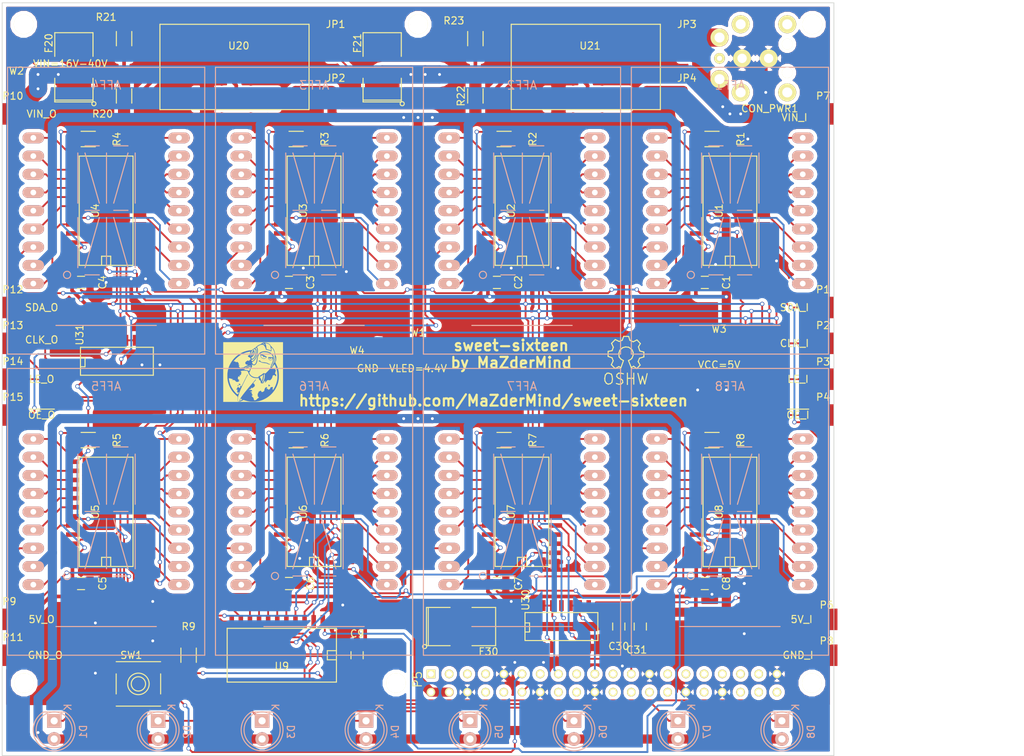
<source format=kicad_pcb>
(kicad_pcb (version 4) (host pcbnew 4.0.2+dfsg1-stable)
  (layers (0 F.Cu signal) (31 B.Cu signal) (34 B.Paste user) (35 F.Paste user) (36 B.SilkS user) (37 F.SilkS user) (38 B.Mask user) (39 F.Mask user) (44 Edge.Cuts user))
  (net 0 "")
  (net 1 "Net-(AFF1-Pad18)")
  (net 2 "Net-(AFF1-Pad1)")
  (net 3 "Net-(AFF1-Pad17)")
  (net 4 "Net-(AFF1-Pad2)")
  (net 5 "Net-(AFF1-Pad16)")
  (net 6 "Net-(AFF1-Pad3)")
  (net 7 "Net-(AFF1-Pad15)")
  (net 8 "Net-(AFF1-Pad4)")
  (net 9 "Net-(AFF1-Pad14)")
  (net 10 "Net-(AFF1-Pad5)")
  (net 11 "Net-(AFF1-Pad13)")
  (net 12 "Net-(AFF1-Pad6)")
  (net 13 "Net-(AFF1-Pad12)")
  (net 14 "Net-(AFF1-Pad7)")
  (net 15 /VLED)
  (net 16 "Net-(AFF1-Pad8)")
  (net 17 "Net-(AFF1-Pad10)")
  (net 18 "Net-(AFF1-Pad9)")
  (net 19 "Net-(AFF2-Pad18)")
  (net 20 "Net-(AFF2-Pad1)")
  (net 21 "Net-(AFF2-Pad17)")
  (net 22 "Net-(AFF2-Pad2)")
  (net 23 "Net-(AFF2-Pad16)")
  (net 24 "Net-(AFF2-Pad3)")
  (net 25 "Net-(AFF2-Pad15)")
  (net 26 "Net-(AFF2-Pad4)")
  (net 27 "Net-(AFF2-Pad14)")
  (net 28 "Net-(AFF2-Pad5)")
  (net 29 "Net-(AFF2-Pad13)")
  (net 30 "Net-(AFF2-Pad6)")
  (net 31 "Net-(AFF2-Pad12)")
  (net 32 "Net-(AFF2-Pad7)")
  (net 33 "Net-(AFF2-Pad8)")
  (net 34 "Net-(AFF2-Pad10)")
  (net 35 "Net-(AFF2-Pad9)")
  (net 36 "Net-(AFF3-Pad18)")
  (net 37 "Net-(AFF3-Pad1)")
  (net 38 "Net-(AFF3-Pad17)")
  (net 39 "Net-(AFF3-Pad2)")
  (net 40 "Net-(AFF3-Pad16)")
  (net 41 "Net-(AFF3-Pad3)")
  (net 42 "Net-(AFF3-Pad15)")
  (net 43 "Net-(AFF3-Pad4)")
  (net 44 "Net-(AFF3-Pad14)")
  (net 45 "Net-(AFF3-Pad5)")
  (net 46 "Net-(AFF3-Pad13)")
  (net 47 "Net-(AFF3-Pad6)")
  (net 48 "Net-(AFF3-Pad12)")
  (net 49 "Net-(AFF3-Pad7)")
  (net 50 "Net-(AFF3-Pad8)")
  (net 51 "Net-(AFF3-Pad10)")
  (net 52 "Net-(AFF3-Pad9)")
  (net 53 "Net-(AFF4-Pad18)")
  (net 54 "Net-(AFF4-Pad1)")
  (net 55 "Net-(AFF4-Pad17)")
  (net 56 "Net-(AFF4-Pad2)")
  (net 57 "Net-(AFF4-Pad16)")
  (net 58 "Net-(AFF4-Pad3)")
  (net 59 "Net-(AFF4-Pad15)")
  (net 60 "Net-(AFF4-Pad4)")
  (net 61 "Net-(AFF4-Pad14)")
  (net 62 "Net-(AFF4-Pad5)")
  (net 63 "Net-(AFF4-Pad13)")
  (net 64 "Net-(AFF4-Pad6)")
  (net 65 "Net-(AFF4-Pad12)")
  (net 66 "Net-(AFF4-Pad7)")
  (net 67 "Net-(AFF4-Pad8)")
  (net 68 "Net-(AFF4-Pad10)")
  (net 69 "Net-(AFF4-Pad9)")
  (net 70 "Net-(AFF5-Pad18)")
  (net 71 "Net-(AFF5-Pad1)")
  (net 72 "Net-(AFF5-Pad17)")
  (net 73 "Net-(AFF5-Pad2)")
  (net 74 "Net-(AFF5-Pad16)")
  (net 75 "Net-(AFF5-Pad3)")
  (net 76 "Net-(AFF5-Pad15)")
  (net 77 "Net-(AFF5-Pad4)")
  (net 78 "Net-(AFF5-Pad14)")
  (net 79 "Net-(AFF5-Pad5)")
  (net 80 "Net-(AFF5-Pad13)")
  (net 81 "Net-(AFF5-Pad6)")
  (net 82 "Net-(AFF5-Pad12)")
  (net 83 "Net-(AFF5-Pad7)")
  (net 84 "Net-(AFF5-Pad8)")
  (net 85 "Net-(AFF5-Pad10)")
  (net 86 "Net-(AFF5-Pad9)")
  (net 87 "Net-(AFF6-Pad18)")
  (net 88 "Net-(AFF6-Pad1)")
  (net 89 "Net-(AFF6-Pad17)")
  (net 90 "Net-(AFF6-Pad2)")
  (net 91 "Net-(AFF6-Pad16)")
  (net 92 "Net-(AFF6-Pad3)")
  (net 93 "Net-(AFF6-Pad15)")
  (net 94 "Net-(AFF6-Pad4)")
  (net 95 "Net-(AFF6-Pad14)")
  (net 96 "Net-(AFF6-Pad5)")
  (net 97 "Net-(AFF6-Pad13)")
  (net 98 "Net-(AFF6-Pad6)")
  (net 99 "Net-(AFF6-Pad12)")
  (net 100 "Net-(AFF6-Pad7)")
  (net 101 "Net-(AFF6-Pad8)")
  (net 102 "Net-(AFF6-Pad10)")
  (net 103 "Net-(AFF6-Pad9)")
  (net 104 "Net-(AFF7-Pad18)")
  (net 105 "Net-(AFF7-Pad1)")
  (net 106 "Net-(AFF7-Pad17)")
  (net 107 "Net-(AFF7-Pad2)")
  (net 108 "Net-(AFF7-Pad16)")
  (net 109 "Net-(AFF7-Pad3)")
  (net 110 "Net-(AFF7-Pad15)")
  (net 111 "Net-(AFF7-Pad4)")
  (net 112 "Net-(AFF7-Pad14)")
  (net 113 "Net-(AFF7-Pad5)")
  (net 114 "Net-(AFF7-Pad13)")
  (net 115 "Net-(AFF7-Pad6)")
  (net 116 "Net-(AFF7-Pad12)")
  (net 117 "Net-(AFF7-Pad7)")
  (net 118 "Net-(AFF7-Pad8)")
  (net 119 "Net-(AFF7-Pad10)")
  (net 120 "Net-(AFF7-Pad9)")
  (net 121 "Net-(AFF8-Pad18)")
  (net 122 "Net-(AFF8-Pad1)")
  (net 123 "Net-(AFF8-Pad17)")
  (net 124 "Net-(AFF8-Pad2)")
  (net 125 "Net-(AFF8-Pad16)")
  (net 126 "Net-(AFF8-Pad3)")
  (net 127 "Net-(AFF8-Pad15)")
  (net 128 "Net-(AFF8-Pad4)")
  (net 129 "Net-(AFF8-Pad14)")
  (net 130 "Net-(AFF8-Pad5)")
  (net 131 "Net-(AFF8-Pad13)")
  (net 132 "Net-(AFF8-Pad6)")
  (net 133 "Net-(AFF8-Pad12)")
  (net 134 "Net-(AFF8-Pad7)")
  (net 135 "Net-(AFF8-Pad8)")
  (net 136 "Net-(AFF8-Pad10)")
  (net 137 "Net-(AFF8-Pad9)")
  (net 138 VCC)
  (net 139 GND)
  (net 140 "Net-(D1-Pad1)")
  (net 141 "Net-(D2-Pad1)")
  (net 142 "Net-(D3-Pad1)")
  (net 143 "Net-(D4-Pad1)")
  (net 144 "Net-(D5-Pad1)")
  (net 145 "Net-(D6-Pad1)")
  (net 146 "Net-(D7-Pad1)")
  (net 147 "Net-(D8-Pad1)")
  (net 148 VIN)
  (net 149 /V_PI)
  (net 150 "Net-(JP1-Pad2)")
  (net 151 "Net-(JP2-Pad1)")
  (net 152 "Net-(JP3-Pad2)")
  (net 153 "Net-(JP4-Pad1)")
  (net 154 /CLK)
  (net 155 /LE)
  (net 156 /~OE)
  (net 157 /~PI_OE)
  (net 158 /PI_LE)
  (net 159 /PI_SDA)
  (net 160 /PI_CLK)
  (net 161 "Net-(R1-Pad2)")
  (net 162 "Net-(R2-Pad2)")
  (net 163 "Net-(R3-Pad2)")
  (net 164 "Net-(R4-Pad2)")
  (net 165 "Net-(R5-Pad2)")
  (net 166 "Net-(R6-Pad2)")
  (net 167 "Net-(R7-Pad2)")
  (net 168 "Net-(R8-Pad2)")
  (net 169 "Net-(R9-Pad2)")
  (net 170 "Net-(F20-Pad2)")
  (net 171 "Net-(F21-Pad2)")
  (net 172 "Net-(R20-Pad1)")
  (net 173 "Net-(R20-Pad2)")
  (net 174 "Net-(R22-Pad1)")
  (net 175 "Net-(R22-Pad2)")
  (net 176 /SDA_I)
  (net 177 /SDA_12)
  (net 178 /SDA_34)
  (net 179 /SDA_45)
  (net 180 /SDA_56)
  (net 181 /SDA_67)
  (net 182 /SDA_78)
  (net 183 /SDA_89)
  (net 184 /SDA_O)
  (net 185 /CLK_O)
  (net 186 /LE_O)
  (net 187 /~OE_O)
  (net 188 /SD_23)
  (net 189 /SDA_9O)
  (net 190 "Net-(P5-Pad11)")
  (module Measurement_Points:Measurement_Point_Round-SMD-Pad_Big (layer F.Cu) (at 152.5 98.5)
    (fp_text reference W4 (at -3 0) (layer F.SilkS))
    (fp_text value GND (at -1.5 2.5) (layer F.SilkS))
    (pad 1 smd circle (at 0 0) (size 2.99974 2.99974) (layers F.Cu F.Paste F.Mask) (net 139 GND))
  )
  (module rpi-header:m25-mounting-hole (layer F.Cu) (at 158 53)
    (fp_text reference "" (at 0 0.5) (layer F.SilkS))
    (fp_text value M2.5)
    (pad "" np_thru_hole circle (at 0 0) (size 2.75 2.75) (drill 2.75) (layers *.Cu *.Mask F.SilkS))
  )
  (module rpi-header:m25-mounting-hole (layer F.Cu) (at 213 53)
    (fp_text reference "" (at 0 0.5) (layer F.SilkS))
    (fp_text value M2.5)
    (pad "" np_thru_hole circle (at 0 0) (size 2.75 2.75) (drill 2.75) (layers *.Cu *.Mask F.SilkS))
  )
  (module chips:STP16CPC26MTR (layer F.Cu) (at 201.5 79 90)
    (fp_text reference U1 (at 0 -1.524 90) (layer F.SilkS))
    (fp_text value STP16CPC26)
    (pad 1 smd rect (at -6.985 4.699 90) (size 0.635 1.8) (layers F.Cu F.Paste F.Mask) (net 139 GND))
    (pad 2 smd rect (at -5.715 4.699 90) (size 0.635 1.8) (layers F.Cu F.Paste F.Mask) (net 176 /SDA_I))
    (pad 3 smd rect (at -4.445 4.699 90) (size 0.635 1.8) (layers F.Cu F.Paste F.Mask) (net 154 /CLK))
    (pad 4 smd rect (at -3.175 4.699 90) (size 0.635 1.8) (layers F.Cu F.Paste F.Mask) (net 155 /LE))
    (pad 5 smd rect (at -1.905 4.699 90) (size 0.635 1.8) (layers F.Cu F.Paste F.Mask) (net 16 "Net-(AFF1-Pad8)"))
    (pad 6 smd rect (at -0.635 4.699 90) (size 0.635 1.8) (layers F.Cu F.Paste F.Mask) (net 14 "Net-(AFF1-Pad7)"))
    (pad 7 smd rect (at 0.635 4.699 90) (size 0.635 1.8) (layers F.Cu F.Paste F.Mask) (net 12 "Net-(AFF1-Pad6)"))
    (pad 8 smd rect (at 1.905 4.699 90) (size 0.635 1.8) (layers F.Cu F.Paste F.Mask) (net 10 "Net-(AFF1-Pad5)"))
    (pad 9 smd rect (at 3.175 4.699 90) (size 0.635 1.8) (layers F.Cu F.Paste F.Mask) (net 8 "Net-(AFF1-Pad4)"))
    (pad 10 smd rect (at 4.445 4.699 90) (size 0.635 1.8) (layers F.Cu F.Paste F.Mask) (net 6 "Net-(AFF1-Pad3)"))
    (pad 11 smd rect (at 5.715 4.699 90) (size 0.635 1.8) (layers F.Cu F.Paste F.Mask) (net 4 "Net-(AFF1-Pad2)"))
    (pad 12 smd rect (at 6.985 4.699 90) (size 0.635 1.8) (layers F.Cu F.Paste F.Mask) (net 2 "Net-(AFF1-Pad1)"))
    (pad 24 smd rect (at -6.985 -4.699 90) (size 0.635 1.8) (layers F.Cu F.Paste F.Mask) (net 138 VCC))
    (pad 23 smd rect (at -5.715 -4.699 90) (size 0.635 1.8) (layers F.Cu F.Paste F.Mask) (net 161 "Net-(R1-Pad2)"))
    (pad 22 smd rect (at -4.445 -4.699 90) (size 0.635 1.8) (layers F.Cu F.Paste F.Mask) (net 177 /SDA_12))
    (pad 21 smd rect (at -3.175 -4.699 90) (size 0.635 1.8) (layers F.Cu F.Paste F.Mask) (net 156 /~OE))
    (pad 20 smd rect (at -1.905 -4.699 90) (size 0.635 1.8) (layers F.Cu F.Paste F.Mask) (net 17 "Net-(AFF1-Pad10)"))
    (pad 19 smd rect (at -0.635 -4.699 90) (size 0.635 1.8) (layers F.Cu F.Paste F.Mask) (net 18 "Net-(AFF1-Pad9)"))
    (pad 18 smd rect (at 0.635 -4.699 90) (size 0.635 1.8) (layers F.Cu F.Paste F.Mask) (net 11 "Net-(AFF1-Pad13)"))
    (pad 17 smd rect (at 1.905 -4.699 90) (size 0.635 1.8) (layers F.Cu F.Paste F.Mask) (net 9 "Net-(AFF1-Pad14)"))
    (pad 16 smd rect (at 3.175 -4.699 90) (size 0.635 1.8) (layers F.Cu F.Paste F.Mask) (net 7 "Net-(AFF1-Pad15)"))
    (pad 15 smd rect (at 4.445 -4.699 90) (size 0.635 1.8) (layers F.Cu F.Paste F.Mask) (net 5 "Net-(AFF1-Pad16)"))
    (pad 14 smd rect (at 5.715 -4.699 90) (size 0.635 1.8) (layers F.Cu F.Paste F.Mask) (net 3 "Net-(AFF1-Pad17)"))
    (pad 13 smd rect (at 6.985 -4.699 90) (size 0.635 1.8) (layers F.Cu F.Paste F.Mask) (net 1 "Net-(AFF1-Pad18)"))
  )
  (module 16segments:PSA12-11 (layer B.Cu) (at 201.5 79 270)
    (fp_text reference AFF1 (at -17.5 0 540) (layer B.SilkS) (effects (font (size 1.2 1.2)) (justify mirror)))
    (fp_text value 16SEGMENTS)
    (pad 18 thru_hole oval (at -10.16 10.16 270) (size 1.5 3) (drill 0.8) (layers *.Cu *.Mask B.SilkS) (net 1 "Net-(AFF1-Pad18)"))
    (pad 1 thru_hole oval (at -10.16 -10.16 270) (size 1.5 3) (drill 0.8) (layers *.Cu *.Mask B.SilkS) (net 2 "Net-(AFF1-Pad1)"))
    (pad 17 thru_hole oval (at -7.62 10.16 270) (size 1.5 3) (drill 0.8) (layers *.Cu *.Mask B.SilkS) (net 3 "Net-(AFF1-Pad17)"))
    (pad 2 thru_hole oval (at -7.62 -10.16 270) (size 1.5 3) (drill 0.8) (layers *.Cu *.Mask B.SilkS) (net 4 "Net-(AFF1-Pad2)"))
    (pad 16 thru_hole oval (at -5.08 10.16 270) (size 1.5 3) (drill 0.8) (layers *.Cu *.Mask B.SilkS) (net 5 "Net-(AFF1-Pad16)"))
    (pad 3 thru_hole oval (at -5.08 -10.16 270) (size 1.5 3) (drill 0.8) (layers *.Cu *.Mask B.SilkS) (net 6 "Net-(AFF1-Pad3)"))
    (pad 15 thru_hole oval (at -2.54 10.16 270) (size 1.5 3) (drill 0.8) (layers *.Cu *.Mask B.SilkS) (net 7 "Net-(AFF1-Pad15)"))
    (pad 4 thru_hole oval (at -2.54 -10.16 270) (size 1.5 3) (drill 0.8) (layers *.Cu *.Mask B.SilkS) (net 8 "Net-(AFF1-Pad4)"))
    (pad 14 thru_hole oval (at 0 10.16 270) (size 1.5 3) (drill 0.8) (layers *.Cu *.Mask B.SilkS) (net 9 "Net-(AFF1-Pad14)"))
    (pad 5 thru_hole oval (at 0 -10.16 270) (size 1.5 3) (drill 0.8) (layers *.Cu *.Mask B.SilkS) (net 10 "Net-(AFF1-Pad5)"))
    (pad 13 thru_hole oval (at 2.54 10.16 270) (size 1.5 3) (drill 0.8) (layers *.Cu *.Mask B.SilkS) (net 11 "Net-(AFF1-Pad13)"))
    (pad 6 thru_hole oval (at 2.54 -10.16 270) (size 1.5 3) (drill 0.8) (layers *.Cu *.Mask B.SilkS) (net 12 "Net-(AFF1-Pad6)"))
    (pad 12 thru_hole oval (at 5.08 10.16 270) (size 1.5 3) (drill 0.8) (layers *.Cu *.Mask B.SilkS) (net 13 "Net-(AFF1-Pad12)"))
    (pad 7 thru_hole oval (at 5.08 -10.16 270) (size 1.5 3) (drill 0.8) (layers *.Cu *.Mask B.SilkS) (net 14 "Net-(AFF1-Pad7)"))
    (pad 11 thru_hole oval (at 7.62 10.16 270) (size 1.5 3) (drill 0.8) (layers *.Cu *.Mask B.SilkS) (net 15 /VLED))
    (pad 8 thru_hole oval (at 7.62 -10.16 270) (size 1.5 3) (drill 0.8) (layers *.Cu *.Mask B.SilkS) (net 16 "Net-(AFF1-Pad8)"))
    (pad 10 thru_hole oval (at 10.16 10.16 270) (size 1.5 3) (drill 0.8) (layers *.Cu *.Mask B.SilkS) (net 17 "Net-(AFF1-Pad10)"))
    (pad 9 thru_hole oval (at 10.16 -10.16 270) (size 1.5 3) (drill 0.8) (layers *.Cu *.Mask B.SilkS) (net 18 "Net-(AFF1-Pad9)"))
  )
  (module Capacitors_SMD:C_0805_HandSoldering (layer F.Cu) (at 198 89)
    (fp_text reference C1 (at 3 0 90) (layer F.SilkS))
    (fp_text value 0.1μF)
    (pad 1 smd rect (at -1.25 0) (size 1.5 1.25) (layers F.Cu F.Paste F.Mask) (net 138 VCC))
    (pad 2 smd rect (at 1.25 0) (size 1.5 1.25) (layers F.Cu F.Paste F.Mask) (net 139 GND))
  )
  (module Capacitors_SMD:C_0805_HandSoldering (layer F.Cu) (at 169 89)
    (fp_text reference C2 (at 3 0 90) (layer F.SilkS))
    (fp_text value 0.1μF)
    (pad 1 smd rect (at -1.25 0) (size 1.5 1.25) (layers F.Cu F.Paste F.Mask) (net 138 VCC))
    (pad 2 smd rect (at 1.25 0) (size 1.5 1.25) (layers F.Cu F.Paste F.Mask) (net 139 GND))
  )
  (module Capacitors_SMD:C_0805_HandSoldering (layer F.Cu) (at 140 89)
    (fp_text reference C3 (at 3 0 90) (layer F.SilkS))
    (fp_text value 0.1μF)
    (pad 1 smd rect (at -1.25 0) (size 1.5 1.25) (layers F.Cu F.Paste F.Mask) (net 138 VCC))
    (pad 2 smd rect (at 1.25 0) (size 1.5 1.25) (layers F.Cu F.Paste F.Mask) (net 139 GND))
  )
  (module Capacitors_SMD:C_0805_HandSoldering (layer F.Cu) (at 111 89)
    (fp_text reference C4 (at 3 0 90) (layer F.SilkS))
    (fp_text value 0.1μF)
    (pad 1 smd rect (at -1.25 0) (size 1.5 1.25) (layers F.Cu F.Paste F.Mask) (net 138 VCC))
    (pad 2 smd rect (at 1.25 0) (size 1.5 1.25) (layers F.Cu F.Paste F.Mask) (net 139 GND))
  )
  (module Capacitors_SMD:C_0805_HandSoldering (layer F.Cu) (at 111 131)
    (fp_text reference C5 (at 3 0 90) (layer F.SilkS))
    (fp_text value 0.1μF)
    (pad 1 smd rect (at -1.25 0) (size 1.5 1.25) (layers F.Cu F.Paste F.Mask) (net 138 VCC))
    (pad 2 smd rect (at 1.25 0) (size 1.5 1.25) (layers F.Cu F.Paste F.Mask) (net 139 GND))
  )
  (module Capacitors_SMD:C_0805_HandSoldering (layer F.Cu) (at 140 131)
    (fp_text reference C6 (at 3 0 90) (layer F.SilkS))
    (fp_text value 0.1μF)
    (pad 1 smd rect (at -1.25 0) (size 1.5 1.25) (layers F.Cu F.Paste F.Mask) (net 138 VCC))
    (pad 2 smd rect (at 1.25 0) (size 1.5 1.25) (layers F.Cu F.Paste F.Mask) (net 139 GND))
  )
  (module Capacitors_SMD:C_0805_HandSoldering (layer F.Cu) (at 169 131)
    (fp_text reference C7 (at 3 0 90) (layer F.SilkS))
    (fp_text value 0.1μF)
    (pad 1 smd rect (at -1.25 0) (size 1.5 1.25) (layers F.Cu F.Paste F.Mask) (net 138 VCC))
    (pad 2 smd rect (at 1.25 0) (size 1.5 1.25) (layers F.Cu F.Paste F.Mask) (net 139 GND))
  )
  (module Capacitors_SMD:C_0805_HandSoldering (layer F.Cu) (at 198 131)
    (fp_text reference C8 (at 3 0 90) (layer F.SilkS))
    (fp_text value 0.1μF)
    (pad 1 smd rect (at -1.25 0) (size 1.5 1.25) (layers F.Cu F.Paste F.Mask) (net 138 VCC))
    (pad 2 smd rect (at 1.25 0) (size 1.5 1.25) (layers F.Cu F.Paste F.Mask) (net 139 GND))
  )
  (module Capacitors_SMD:C_0805_HandSoldering (layer F.Cu) (at 149.5 141 90)
    (fp_text reference C9 (at 3 0 180) (layer F.SilkS))
    (fp_text value 0.1μF)
    (pad 1 smd rect (at -1.25 0 90) (size 1.5 1.25) (layers F.Cu F.Paste F.Mask) (net 138 VCC))
    (pad 2 smd rect (at 1.25 0 90) (size 1.5 1.25) (layers F.Cu F.Paste F.Mask) (net 139 GND))
  )
  (module LEDs:LED-5MM (layer B.Cu) (at 107.25 150.1498 270)
    (fp_text reference D1 (at 1.524 -4.064 270) (layer B.SilkS) (effects (justify mirror)))
    (fp_text value LED)
    (fp_text user K (at -1.905 -1.905 270) (layer B.SilkS) (effects (justify mirror)))
    (pad 1 thru_hole rect (at 0 0 180) (size 2 1.9) (drill 1.00076) (layers *.Cu *.Mask B.SilkS) (net 140 "Net-(D1-Pad1)"))
    (pad 2 thru_hole circle (at 2.54 0 270) (size 1.9 1.9) (drill 1.00076) (layers *.Cu *.Mask B.SilkS) (net 15 /VLED))
  )
  (module LEDs:LED-5MM (layer B.Cu) (at 121.749999 150.1498 270)
    (fp_text reference D2 (at 1.524 -4.064 270) (layer B.SilkS) (effects (justify mirror)))
    (fp_text value LED)
    (fp_text user K (at -1.905 -1.905 270) (layer B.SilkS) (effects (justify mirror)))
    (pad 1 thru_hole rect (at 0 0 180) (size 2 1.9) (drill 1.00076) (layers *.Cu *.Mask B.SilkS) (net 141 "Net-(D2-Pad1)"))
    (pad 2 thru_hole circle (at 2.54 0 270) (size 1.9 1.9) (drill 1.00076) (layers *.Cu *.Mask B.SilkS) (net 15 /VLED))
  )
  (module LEDs:LED-5MM (layer B.Cu) (at 136.249998 150.1498 270)
    (fp_text reference D3 (at 1.524 -4.064 270) (layer B.SilkS) (effects (justify mirror)))
    (fp_text value LED)
    (fp_text user K (at -1.905 -1.905 270) (layer B.SilkS) (effects (justify mirror)))
    (pad 1 thru_hole rect (at 0 0 180) (size 2 1.9) (drill 1.00076) (layers *.Cu *.Mask B.SilkS) (net 142 "Net-(D3-Pad1)"))
    (pad 2 thru_hole circle (at 2.54 0 270) (size 1.9 1.9) (drill 1.00076) (layers *.Cu *.Mask B.SilkS) (net 15 /VLED))
  )
  (module LEDs:LED-5MM (layer B.Cu) (at 150.749997 150.1498 270)
    (fp_text reference D4 (at 1.524 -4.064 270) (layer B.SilkS) (effects (justify mirror)))
    (fp_text value LED)
    (fp_text user K (at -1.905 -1.905 270) (layer B.SilkS) (effects (justify mirror)))
    (pad 1 thru_hole rect (at 0 0 180) (size 2 1.9) (drill 1.00076) (layers *.Cu *.Mask B.SilkS) (net 143 "Net-(D4-Pad1)"))
    (pad 2 thru_hole circle (at 2.54 0 270) (size 1.9 1.9) (drill 1.00076) (layers *.Cu *.Mask B.SilkS) (net 15 /VLED))
  )
  (module LEDs:LED-5MM (layer B.Cu) (at 165.249996 150.1498 270)
    (fp_text reference D5 (at 1.524 -4.064 270) (layer B.SilkS) (effects (justify mirror)))
    (fp_text value LED)
    (fp_text user K (at -1.905 -1.905 270) (layer B.SilkS) (effects (justify mirror)))
    (pad 1 thru_hole rect (at 0 0 180) (size 2 1.9) (drill 1.00076) (layers *.Cu *.Mask B.SilkS) (net 144 "Net-(D5-Pad1)"))
    (pad 2 thru_hole circle (at 2.54 0 270) (size 1.9 1.9) (drill 1.00076) (layers *.Cu *.Mask B.SilkS) (net 15 /VLED))
  )
  (module LEDs:LED-5MM (layer B.Cu) (at 179.749995 150.1498 270)
    (fp_text reference D6 (at 1.524 -4.064 270) (layer B.SilkS) (effects (justify mirror)))
    (fp_text value LED)
    (fp_text user K (at -1.905 -1.905 270) (layer B.SilkS) (effects (justify mirror)))
    (pad 1 thru_hole rect (at 0 0 180) (size 2 1.9) (drill 1.00076) (layers *.Cu *.Mask B.SilkS) (net 145 "Net-(D6-Pad1)"))
    (pad 2 thru_hole circle (at 2.54 0 270) (size 1.9 1.9) (drill 1.00076) (layers *.Cu *.Mask B.SilkS) (net 15 /VLED))
  )
  (module LEDs:LED-5MM (layer B.Cu) (at 194.249994 150.1498 270)
    (fp_text reference D7 (at 1.524 -4.064 270) (layer B.SilkS) (effects (justify mirror)))
    (fp_text value LED)
    (fp_text user K (at -1.905 -1.905 270) (layer B.SilkS) (effects (justify mirror)))
    (pad 1 thru_hole rect (at 0 0 180) (size 2 1.9) (drill 1.00076) (layers *.Cu *.Mask B.SilkS) (net 146 "Net-(D7-Pad1)"))
    (pad 2 thru_hole circle (at 2.54 0 270) (size 1.9 1.9) (drill 1.00076) (layers *.Cu *.Mask B.SilkS) (net 15 /VLED))
  )
  (module LEDs:LED-5MM (layer B.Cu) (at 208.749993 150.1498 270)
    (fp_text reference D8 (at 1.524 -4.064 270) (layer B.SilkS) (effects (justify mirror)))
    (fp_text value LED)
    (fp_text user K (at -1.905 -1.905 270) (layer B.SilkS) (effects (justify mirror)))
    (pad 1 thru_hole rect (at 0 0 180) (size 2 1.9) (drill 1.00076) (layers *.Cu *.Mask B.SilkS) (net 147 "Net-(D8-Pad1)"))
    (pad 2 thru_hole circle (at 2.54 0 270) (size 1.9 1.9) (drill 1.00076) (layers *.Cu *.Mask B.SilkS) (net 15 /VLED))
  )
  (module jumper:SMD_Jumper_3 (layer F.Cu) (at 146 56 270)
    (fp_text reference JP1 (at -3 -0.5 360) (layer F.SilkS))
    (fp_text value JUMPER3)
    (pad 1 smd rect (at -1.5 0 270) (size 1 1) (layers F.Cu F.Paste F.Mask) (net 139 GND))
    (pad 2 smd rect (at 0 0 270) (size 1 1) (layers F.Cu F.Paste F.Mask) (net 150 "Net-(JP1-Pad2)"))
    (pad 3 smd rect (at 1.5 0 270) (size 1 1) (layers F.Cu F.Paste F.Mask) (net 148 VIN))
  )
  (module jumper:SMD_Jumper_2 (layer F.Cu) (at 146 63 270)
    (fp_text reference JP2 (at -2.5 -0.5 360) (layer F.SilkS))
    (fp_text value JUMPER)
    (pad 1 smd rect (at -0.75 0 270) (size 1 1) (layers F.Cu F.Paste F.Mask) (net 151 "Net-(JP2-Pad1)"))
    (pad 2 smd rect (at 0.75 0 270) (size 1 1) (layers F.Cu F.Paste F.Mask) (net 15 /VLED))
  )
  (module jumper:SMD_Jumper_3 (layer F.Cu) (at 195 56 270)
    (fp_text reference JP3 (at -3 -0.5 360) (layer F.SilkS))
    (fp_text value JUMPER3)
    (pad 1 smd rect (at -1.5 0 270) (size 1 1) (layers F.Cu F.Paste F.Mask) (net 139 GND))
    (pad 2 smd rect (at 0 0 270) (size 1 1) (layers F.Cu F.Paste F.Mask) (net 152 "Net-(JP3-Pad2)"))
    (pad 3 smd rect (at 1.5 0 270) (size 1 1) (layers F.Cu F.Paste F.Mask) (net 148 VIN))
  )
  (module jumper:SMD_Jumper_2 (layer F.Cu) (at 195 63 270)
    (fp_text reference JP4 (at -2.5 -0.5 360) (layer F.SilkS))
    (fp_text value JUMPER)
    (pad 1 smd rect (at -0.75 0 270) (size 1 1) (layers F.Cu F.Paste F.Mask) (net 153 "Net-(JP4-Pad1)"))
    (pad 2 smd rect (at 0.75 0 270) (size 1 1) (layers F.Cu F.Paste F.Mask) (net 138 VCC))
  )
  (module rpi-header:rpi-header (layer F.Cu) (at 183.9328 144.8798)
    (fp_text reference P5 (at -26 -0.5 90) (layer F.SilkS) (effects (font (size 1.2 1.2))))
    (fp_text value CONN_02X20)
    (pad 2 thru_hole circle (at -24.13 1.27) (size 1.2 1.2) (drill 0.8) (layers *.Cu *.Mask F.SilkS) (net 149 /V_PI))
    (pad 1 thru_hole rect (at -24.13 -1.27) (size 1.2 1.2) (drill 0.8) (layers *.Cu *.Mask F.SilkS))
    (pad 4 thru_hole circle (at -21.59 1.27) (size 1.2 1.2) (drill 0.8) (layers *.Cu *.Mask F.SilkS) (net 149 /V_PI))
    (pad 3 thru_hole circle (at -21.59 -1.27) (size 1.2 1.2) (drill 0.8) (layers *.Cu *.Mask F.SilkS))
    (pad 6 thru_hole circle (at -19.05 1.27) (size 1.2 1.2) (drill 0.8) (layers *.Cu *.Mask F.SilkS) (net 139 GND))
    (pad 5 thru_hole circle (at -19.05 -1.27) (size 1.2 1.2) (drill 0.8) (layers *.Cu *.Mask F.SilkS))
    (pad 8 thru_hole circle (at -16.51 1.27) (size 1.2 1.2) (drill 0.8) (layers *.Cu *.Mask F.SilkS))
    (pad 7 thru_hole circle (at -16.51 -1.27) (size 1.2 1.2) (drill 0.8) (layers *.Cu *.Mask F.SilkS))
    (pad 10 thru_hole circle (at -13.97 1.27) (size 1.2 1.2) (drill 0.8) (layers *.Cu *.Mask F.SilkS))
    (pad 9 thru_hole circle (at -13.97 -1.27) (size 1.2 1.2) (drill 0.8) (layers *.Cu *.Mask F.SilkS) (net 139 GND))
    (pad 12 thru_hole circle (at -11.43 1.27) (size 1.2 1.2) (drill 0.8) (layers *.Cu *.Mask F.SilkS) (net 157 /~PI_OE))
    (pad 11 thru_hole circle (at -11.43 -1.27) (size 1.2 1.2) (drill 0.8) (layers *.Cu *.Mask F.SilkS) (net 190 "Net-(P5-Pad11)"))
    (pad 14 thru_hole circle (at -8.89 1.27) (size 1.2 1.2) (drill 0.8) (layers *.Cu *.Mask F.SilkS) (net 139 GND))
    (pad 13 thru_hole circle (at -8.89 -1.27) (size 1.2 1.2) (drill 0.8) (layers *.Cu *.Mask F.SilkS))
    (pad 16 thru_hole circle (at -6.35 1.27) (size 1.2 1.2) (drill 0.8) (layers *.Cu *.Mask F.SilkS))
    (pad 15 thru_hole circle (at -6.35 -1.27) (size 1.2 1.2) (drill 0.8) (layers *.Cu *.Mask F.SilkS) (net 158 /PI_LE))
    (pad 18 thru_hole circle (at -3.81 1.27) (size 1.2 1.2) (drill 0.8) (layers *.Cu *.Mask F.SilkS))
    (pad 17 thru_hole circle (at -3.81 -1.27) (size 1.2 1.2) (drill 0.8) (layers *.Cu *.Mask F.SilkS))
    (pad 20 thru_hole circle (at -1.27 1.27) (size 1.2 1.2) (drill 0.8) (layers *.Cu *.Mask F.SilkS) (net 139 GND))
    (pad 19 thru_hole circle (at -1.27 -1.27) (size 1.2 1.2) (drill 0.8) (layers *.Cu *.Mask F.SilkS) (net 159 /PI_SDA))
    (pad 22 thru_hole circle (at 1.27 1.27) (size 1.2 1.2) (drill 0.8) (layers *.Cu *.Mask F.SilkS))
    (pad 21 thru_hole circle (at 1.27 -1.27) (size 1.2 1.2) (drill 0.8) (layers *.Cu *.Mask F.SilkS))
    (pad 24 thru_hole circle (at 3.81 1.27) (size 1.2 1.2) (drill 0.8) (layers *.Cu *.Mask F.SilkS))
    (pad 23 thru_hole circle (at 3.81 -1.27) (size 1.2 1.2) (drill 0.8) (layers *.Cu *.Mask F.SilkS) (net 160 /PI_CLK))
    (pad 26 thru_hole circle (at 6.35 1.27) (size 1.2 1.2) (drill 0.8) (layers *.Cu *.Mask F.SilkS))
    (pad 25 thru_hole circle (at 6.35 -1.27) (size 1.2 1.2) (drill 0.8) (layers *.Cu *.Mask F.SilkS) (net 139 GND))
    (pad 28 thru_hole circle (at 8.89 1.27) (size 1.2 1.2) (drill 0.8) (layers *.Cu *.Mask F.SilkS))
    (pad 27 thru_hole circle (at 8.89 -1.27) (size 1.2 1.2) (drill 0.8) (layers *.Cu *.Mask F.SilkS))
    (pad 30 thru_hole circle (at 11.43 1.27) (size 1.2 1.2) (drill 0.8) (layers *.Cu *.Mask F.SilkS) (net 139 GND))
    (pad 29 thru_hole circle (at 11.43 -1.27) (size 1.2 1.2) (drill 0.8) (layers *.Cu *.Mask F.SilkS))
    (pad 32 thru_hole circle (at 13.97 1.27) (size 1.2 1.2) (drill 0.8) (layers *.Cu *.Mask F.SilkS))
    (pad 31 thru_hole circle (at 13.97 -1.27) (size 1.2 1.2) (drill 0.8) (layers *.Cu *.Mask F.SilkS))
    (pad 34 thru_hole circle (at 16.51 1.27) (size 1.2 1.2) (drill 0.8) (layers *.Cu *.Mask F.SilkS) (net 139 GND))
    (pad 33 thru_hole circle (at 16.51 -1.27) (size 1.2 1.2) (drill 0.8) (layers *.Cu *.Mask F.SilkS))
    (pad 36 thru_hole circle (at 19.05 1.27) (size 1.2 1.2) (drill 0.8) (layers *.Cu *.Mask F.SilkS))
    (pad 35 thru_hole circle (at 19.05 -1.27) (size 1.2 1.2) (drill 0.8) (layers *.Cu *.Mask F.SilkS))
    (pad 38 thru_hole circle (at 21.59 1.27) (size 1.2 1.2) (drill 0.8) (layers *.Cu *.Mask F.SilkS))
    (pad 37 thru_hole circle (at 21.59 -1.27) (size 1.2 1.2) (drill 0.8) (layers *.Cu *.Mask F.SilkS))
    (pad 40 thru_hole circle (at 24.13 1.27) (size 1.2 1.2) (drill 0.8) (layers *.Cu *.Mask F.SilkS))
    (pad 39 thru_hole circle (at 24.13 -1.27) (size 1.2 1.2) (drill 0.8) (layers *.Cu *.Mask F.SilkS) (net 139 GND))
    (pad "" np_thru_hole circle (at -29 0) (size 2.75 2.75) (drill 2.75) (layers *.Cu *.Mask F.SilkS))
    (pad "" np_thru_hole circle (at 29 0) (size 2.75 2.75) (drill 2.75) (layers *.Cu *.Mask F.SilkS))
  )
  (module Resistors_SMD:R_1206_HandSoldering (layer F.Cu) (at 199 69 180)
    (fp_text reference R1 (at -4 0 270) (layer F.SilkS))
    (fp_text value 1k)
    (pad 1 smd rect (at -2 0 180) (size 2 1.7) (layers F.Cu F.Paste F.Mask) (net 139 GND))
    (pad 2 smd rect (at 2 0 180) (size 2 1.7) (layers F.Cu F.Paste F.Mask) (net 161 "Net-(R1-Pad2)"))
  )
  (module Resistors_SMD:R_1206_HandSoldering (layer F.Cu) (at 170 69 180)
    (fp_text reference R2 (at -4 0 270) (layer F.SilkS))
    (fp_text value 1k)
    (pad 1 smd rect (at -2 0 180) (size 2 1.7) (layers F.Cu F.Paste F.Mask) (net 139 GND))
    (pad 2 smd rect (at 2 0 180) (size 2 1.7) (layers F.Cu F.Paste F.Mask) (net 162 "Net-(R2-Pad2)"))
  )
  (module Resistors_SMD:R_1206_HandSoldering (layer F.Cu) (at 141 69 180)
    (fp_text reference R3 (at -4 0 270) (layer F.SilkS))
    (fp_text value 1k)
    (pad 1 smd rect (at -2 0 180) (size 2 1.7) (layers F.Cu F.Paste F.Mask) (net 139 GND))
    (pad 2 smd rect (at 2 0 180) (size 2 1.7) (layers F.Cu F.Paste F.Mask) (net 163 "Net-(R3-Pad2)"))
  )
  (module Resistors_SMD:R_1206_HandSoldering (layer F.Cu) (at 112 69 180)
    (fp_text reference R4 (at -4 0 270) (layer F.SilkS))
    (fp_text value 1k)
    (pad 1 smd rect (at -2 0 180) (size 2 1.7) (layers F.Cu F.Paste F.Mask) (net 139 GND))
    (pad 2 smd rect (at 2 0 180) (size 2 1.7) (layers F.Cu F.Paste F.Mask) (net 164 "Net-(R4-Pad2)"))
  )
  (module Resistors_SMD:R_1206_HandSoldering (layer F.Cu) (at 112 111 180)
    (fp_text reference R5 (at -4 0 450) (layer F.SilkS))
    (fp_text value 1k)
    (pad 1 smd rect (at -2 0 180) (size 2 1.7) (layers F.Cu F.Paste F.Mask) (net 139 GND))
    (pad 2 smd rect (at 2 0 180) (size 2 1.7) (layers F.Cu F.Paste F.Mask) (net 165 "Net-(R5-Pad2)"))
  )
  (module Resistors_SMD:R_1206_HandSoldering (layer F.Cu) (at 141 111 180)
    (fp_text reference R6 (at -4 0 270) (layer F.SilkS))
    (fp_text value 1k)
    (pad 1 smd rect (at -2 0 180) (size 2 1.7) (layers F.Cu F.Paste F.Mask) (net 139 GND))
    (pad 2 smd rect (at 2 0 180) (size 2 1.7) (layers F.Cu F.Paste F.Mask) (net 166 "Net-(R6-Pad2)"))
  )
  (module Resistors_SMD:R_1206_HandSoldering (layer F.Cu) (at 170 111 180)
    (fp_text reference R7 (at -4 0 270) (layer F.SilkS))
    (fp_text value 1k)
    (pad 1 smd rect (at -2 0 180) (size 2 1.7) (layers F.Cu F.Paste F.Mask) (net 139 GND))
    (pad 2 smd rect (at 2 0 180) (size 2 1.7) (layers F.Cu F.Paste F.Mask) (net 167 "Net-(R7-Pad2)"))
  )
  (module Resistors_SMD:R_1206_HandSoldering (layer F.Cu) (at 199 111 180)
    (fp_text reference R8 (at -4 0 270) (layer F.SilkS))
    (fp_text value 1k)
    (pad 1 smd rect (at -2 0 180) (size 2 1.7) (layers F.Cu F.Paste F.Mask) (net 139 GND))
    (pad 2 smd rect (at 2 0 180) (size 2 1.7) (layers F.Cu F.Paste F.Mask) (net 168 "Net-(R8-Pad2)"))
  )
  (module Resistors_SMD:R_1206_HandSoldering (layer F.Cu) (at 126 141 270)
    (fp_text reference R9 (at -4 0 360) (layer F.SilkS))
    (fp_text value 1k)
    (pad 1 smd rect (at -2 0 270) (size 2 1.7) (layers F.Cu F.Paste F.Mask) (net 139 GND))
    (pad 2 smd rect (at 2 0 270) (size 2 1.7) (layers F.Cu F.Paste F.Mask) (net 169 "Net-(R9-Pad2)"))
  )
  (module Measurement_Points:Measurement_Point_Round-SMD-Pad_Big (layer F.Cu) (at 158 98.5)
    (fp_text reference W1 (at 0 -2.5) (layer F.SilkS))
    (fp_text value VLED=4.4V (at 0 2.5) (layer F.SilkS))
    (pad 1 smd circle (at 0 0) (size 2.99974 2.99974) (layers F.Cu F.Paste F.Mask) (net 15 /VLED))
  )
  (module Measurement_Points:Measurement_Point_Round-SMD-Pad_Big (layer F.Cu) (at 103 57)
    (fp_text reference W2 (at -1 2.5) (layer F.SilkS))
    (fp_text value VIN=16V-40V (at 6.5 1.5) (layer F.SilkS))
    (pad 1 smd circle (at 0 0) (size 2.99974 2.99974) (layers F.Cu F.Paste F.Mask) (net 148 VIN))
  )
  (module Measurement_Points:Measurement_Point_Round-SMD-Pad_Big (layer F.Cu) (at 200 98)
    (fp_text reference W3 (at 0 -2.5) (layer F.SilkS))
    (fp_text value VCC=5V (at 0 2.5) (layer F.SilkS))
    (pad 1 smd circle (at 0 0) (size 2.99974 2.99974) (layers F.Cu F.Paste F.Mask) (net 138 VCC))
  )
  (module Capacitors_SMD:C_0805_HandSoldering (layer F.Cu) (at 186 137 270)
    (fp_text reference C30 (at 2.75 0 360) (layer F.SilkS))
    (fp_text value 0.1μF)
    (pad 1 smd rect (at -1.25 0 270) (size 1.5 1.25) (layers F.Cu F.Paste F.Mask) (net 138 VCC))
    (pad 2 smd rect (at 1.25 0 270) (size 1.5 1.25) (layers F.Cu F.Paste F.Mask) (net 139 GND))
  )
  (module Capacitors_SMD:C_0805_HandSoldering (layer F.Cu) (at 189 137 270)
    (fp_text reference C31 (at 3.25 0.5 360) (layer F.SilkS))
    (fp_text value 0.1μF)
    (pad 1 smd rect (at -1.25 0 270) (size 1.5 1.25) (layers F.Cu F.Paste F.Mask) (net 138 VCC))
    (pad 2 smd rect (at 1.25 0 270) (size 1.5 1.25) (layers F.Cu F.Paste F.Mask) (net 139 GND))
  )
  (module SMD_Packages:SMD-2112_Pol (layer F.Cu) (at 110 59 90)
    (fp_text reference F20 (at 3.355 -3.5 270) (layer F.SilkS))
    (fp_text value "1.2A F")
    (pad 2 smd rect (at 3.175 0 90) (size 2.794 4.826) (layers F.Cu F.Paste F.Mask) (net 170 "Net-(F20-Pad2)"))
    (pad 1 smd rect (at -3.175 0 90) (size 2.794 4.826) (layers F.Cu F.Paste F.Mask) (net 148 VIN))
  )
  (module SMD_Packages:SMD-2112_Pol (layer F.Cu) (at 153 59 90)
    (fp_text reference F21 (at 3.355 -3.45 270) (layer F.SilkS))
    (fp_text value "1.2A F")
    (pad 2 smd rect (at 3.175 0 90) (size 2.794 4.826) (layers F.Cu F.Paste F.Mask) (net 171 "Net-(F21-Pad2)"))
    (pad 1 smd rect (at -3.175 0 90) (size 2.794 4.826) (layers F.Cu F.Paste F.Mask) (net 148 VIN))
  )
  (module SMD_Packages:SMD-2112_Pol (layer F.Cu) (at 164 137)
    (fp_text reference F30 (at 3.825 3.5 180) (layer F.SilkS))
    (fp_text value "2.5A S")
    (pad 2 smd rect (at 3.175 0) (size 2.794 4.826) (layers F.Cu F.Paste F.Mask) (net 138 VCC))
    (pad 1 smd rect (at -3.175 0) (size 2.794 4.826) (layers F.Cu F.Paste F.Mask) (net 149 /V_PI))
  )
  (module Measurement_Points:Measurement_Point_Square-SMD-Pad_Big (layer F.Cu) (at 214.5 92.5)
    (fp_text reference P1 (at 0 -2.5) (layer F.SilkS))
    (fp_text value SDA_I (at -4 0) (layer F.SilkS))
    (pad 1 smd rect (at 0 0) (size 2.99974 2.99974) (layers F.Cu F.Paste F.Mask) (net 176 /SDA_I))
  )
  (module Measurement_Points:Measurement_Point_Square-SMD-Pad_Big (layer F.Cu) (at 214.5 97.5)
    (fp_text reference P2 (at 0 -2.5) (layer F.SilkS))
    (fp_text value CLK_I (at -4 0) (layer F.SilkS))
    (pad 1 smd rect (at 0 0) (size 2.99974 2.99974) (layers F.Cu F.Paste F.Mask) (net 154 /CLK))
  )
  (module Measurement_Points:Measurement_Point_Square-SMD-Pad_Big (layer F.Cu) (at 214.5 102.5)
    (fp_text reference P3 (at 0 -2.425) (layer F.SilkS))
    (fp_text value LE_I (at -3.5 0) (layer F.SilkS))
    (pad 1 smd rect (at 0 0) (size 2.99974 2.99974) (layers F.Cu F.Paste F.Mask) (net 155 /LE))
  )
  (module Measurement_Points:Measurement_Point_Square-SMD-Pad_Big (layer F.Cu) (at 214.5 107.5)
    (fp_text reference P4 (at 0 -2.5) (layer F.SilkS))
    (fp_text value ~OE_I (at -3.5 0) (layer F.SilkS))
    (pad 1 smd rect (at 0 0) (size 2.99974 2.99974) (layers F.Cu F.Paste F.Mask) (net 156 /~OE))
  )
  (module Measurement_Points:Measurement_Point_Square-SMD-Pad_Big (layer F.Cu) (at 215 136)
    (fp_text reference P6 (at 0 -2) (layer F.SilkS))
    (fp_text value 5V_I (at -3.5 0) (layer F.SilkS))
    (pad 1 smd rect (at 0 0) (size 2.99974 2.99974) (layers F.Cu F.Paste F.Mask) (net 138 VCC))
  )
  (module Measurement_Points:Measurement_Point_Square-SMD-Pad_Big (layer F.Cu) (at 214.5 65.5)
    (fp_text reference P7 (at 0 -2.5) (layer F.SilkS))
    (fp_text value VIN_I (at -4 0.5) (layer F.SilkS))
    (pad 1 smd rect (at 0 0) (size 2.99974 2.99974) (layers F.Cu F.Paste F.Mask) (net 148 VIN))
  )
  (module Measurement_Points:Measurement_Point_Square-SMD-Pad_Big (layer F.Cu) (at 215 141)
    (fp_text reference P8 (at 0 -2) (layer F.SilkS))
    (fp_text value GND_I (at -4 0) (layer F.SilkS))
    (pad 1 smd rect (at 0 0) (size 2.99974 2.99974) (layers F.Cu F.Paste F.Mask) (net 139 GND))
  )
  (module Measurement_Points:Measurement_Point_Square-SMD-Pad_Big (layer F.Cu) (at 101.5 136)
    (fp_text reference P9 (at -0.5 -2.5) (layer F.SilkS))
    (fp_text value 5V_O (at 4 0) (layer F.SilkS))
    (pad 1 smd rect (at 0 0) (size 2.99974 2.99974) (layers F.Cu F.Paste F.Mask) (net 138 VCC))
  )
  (module Measurement_Points:Measurement_Point_Square-SMD-Pad_Big (layer F.Cu) (at 101.5 65.5)
    (fp_text reference P10 (at 0 -2.5) (layer F.SilkS))
    (fp_text value VIN_O (at 4 0) (layer F.SilkS))
    (pad 1 smd rect (at 0 0) (size 2.99974 2.99974) (layers F.Cu F.Paste F.Mask) (net 148 VIN))
  )
  (module Measurement_Points:Measurement_Point_Square-SMD-Pad_Big (layer F.Cu) (at 101.5 141)
    (fp_text reference P11 (at 0 -2.5) (layer F.SilkS))
    (fp_text value GND_O (at 4.5 0) (layer F.SilkS))
    (pad 1 smd rect (at 0 0) (size 2.99974 2.99974) (layers F.Cu F.Paste F.Mask) (net 139 GND))
  )
  (module Measurement_Points:Measurement_Point_Square-SMD-Pad_Big (layer F.Cu) (at 101.5 92.5)
    (fp_text reference P12 (at 0 -2.5) (layer F.SilkS))
    (fp_text value SDA_O (at 4 0) (layer F.SilkS))
    (pad 1 smd rect (at 0 0) (size 2.99974 2.99974) (layers F.Cu F.Paste F.Mask) (net 184 /SDA_O))
  )
  (module Measurement_Points:Measurement_Point_Square-SMD-Pad_Big (layer F.Cu) (at 101.5 97.5)
    (fp_text reference P13 (at 0 -2.5) (layer F.SilkS))
    (fp_text value CLK_O (at 4 -0.5) (layer F.SilkS))
    (pad 1 smd rect (at 0 0) (size 2.99974 2.99974) (layers F.Cu F.Paste F.Mask) (net 185 /CLK_O))
  )
  (module Measurement_Points:Measurement_Point_Square-SMD-Pad_Big (layer F.Cu) (at 101.5 102.5)
    (fp_text reference P14 (at 0 -2.5) (layer F.SilkS))
    (fp_text value LE_O (at 4 0) (layer F.SilkS))
    (pad 1 smd rect (at 0 0) (size 2.99974 2.99974) (layers F.Cu F.Paste F.Mask) (net 186 /LE_O))
  )
  (module Measurement_Points:Measurement_Point_Square-SMD-Pad_Big (layer F.Cu) (at 101.5 107.5)
    (fp_text reference P15 (at 0 -2.5) (layer F.SilkS))
    (fp_text value ~OE_O (at 4 0) (layer F.SilkS))
    (pad 1 smd rect (at 0 0) (size 2.99974 2.99974) (layers F.Cu F.Paste F.Mask) (net 187 /~OE_O))
  )
  (module Resistors_SMD:R_1206_HandSoldering (layer F.Cu) (at 117 63 270)
    (fp_text reference R20 (at 2.5 3 360) (layer F.SilkS))
    (fp_text value 1.2k)
    (pad 1 smd rect (at -2 0 270) (size 2 1.7) (layers F.Cu F.Paste F.Mask) (net 172 "Net-(R20-Pad1)"))
    (pad 2 smd rect (at 2 0 270) (size 2 1.7) (layers F.Cu F.Paste F.Mask) (net 173 "Net-(R20-Pad2)"))
  )
  (module Resistors_SMD:R_1206_HandSoldering (layer F.Cu) (at 117 55 90)
    (fp_text reference R21 (at 3 -2.5 180) (layer F.SilkS))
    (fp_text value 680)
    (pad 1 smd rect (at -2 0 90) (size 2 1.7) (layers F.Cu F.Paste F.Mask) (net 172 "Net-(R20-Pad1)"))
    (pad 2 smd rect (at 2 0 90) (size 2 1.7) (layers F.Cu F.Paste F.Mask) (net 139 GND))
  )
  (module Resistors_SMD:R_1206_HandSoldering (layer F.Cu) (at 166 63 270)
    (fp_text reference R22 (at 0 2 450) (layer F.SilkS))
    (fp_text value 1.2k)
    (pad 1 smd rect (at -2 0 270) (size 2 1.7) (layers F.Cu F.Paste F.Mask) (net 174 "Net-(R22-Pad1)"))
    (pad 2 smd rect (at 2 0 270) (size 2 1.7) (layers F.Cu F.Paste F.Mask) (net 175 "Net-(R22-Pad2)"))
  )
  (module Resistors_SMD:R_1206_HandSoldering (layer F.Cu) (at 166 55 90)
    (fp_text reference R23 (at 2.5 -3 180) (layer F.SilkS))
    (fp_text value 270)
    (pad 1 smd rect (at -2 0 90) (size 2 1.7) (layers F.Cu F.Paste F.Mask) (net 174 "Net-(R22-Pad1)"))
    (pad 2 smd rect (at 2 0 90) (size 2 1.7) (layers F.Cu F.Paste F.Mask) (net 139 GND))
  )
  (module chips:SN74HCT08D (layer F.Cu) (at 116 100)
    (fp_text reference U31 (at -5.19 -3.698 90) (layer F.SilkS))
    (fp_text value 74HCT08)
    (pad 1 smd rect (at -3.81 2.921) (size 0.635 1.524) (layers F.Cu F.Paste F.Mask) (net 189 /SDA_9O))
    (pad 2 smd rect (at -2.54 2.921) (size 0.635 1.524) (layers F.Cu F.Paste F.Mask) (net 189 /SDA_9O))
    (pad 3 smd rect (at -1.27 2.921) (size 0.635 1.524) (layers F.Cu F.Paste F.Mask) (net 184 /SDA_O))
    (pad 4 smd rect (at 0 2.921) (size 0.635 1.524) (layers F.Cu F.Paste F.Mask) (net 154 /CLK))
    (pad 5 smd rect (at 1.27 2.921) (size 0.635 1.524) (layers F.Cu F.Paste F.Mask) (net 154 /CLK))
    (pad 6 smd rect (at 2.54 2.921) (size 0.635 1.524) (layers F.Cu F.Paste F.Mask) (net 185 /CLK_O))
    (pad 7 smd rect (at 3.81 2.921) (size 0.635 1.524) (layers F.Cu F.Paste F.Mask) (net 139 GND))
    (pad 8 smd rect (at 3.81 -2.921) (size 0.635 1.524) (layers F.Cu F.Paste F.Mask) (net 186 /LE_O))
    (pad 9 smd rect (at 2.54 -2.921) (size 0.635 1.524) (layers F.Cu F.Paste F.Mask) (net 155 /LE))
    (pad 11 smd rect (at 0 -2.921) (size 0.635 1.524) (layers F.Cu F.Paste F.Mask) (net 187 /~OE_O))
    (pad 12 smd rect (at -1.27 -2.921) (size 0.635 1.524) (layers F.Cu F.Paste F.Mask) (net 156 /~OE))
    (pad 13 smd rect (at -2.54 -2.921) (size 0.635 1.524) (layers F.Cu F.Paste F.Mask) (net 156 /~OE))
    (pad 14 smd rect (at -3.81 -2.921) (size 0.635 1.524) (layers F.Cu F.Paste F.Mask) (net 138 VCC))
    (pad 10 smd rect (at 1.27 -2.921) (size 0.635 1.524) (layers F.Cu F.Paste F.Mask) (net 155 /LE))
  )
  (module chips:SN74HCT08D (layer F.Cu) (at 178 137)
    (fp_text reference U30 (at -5 -3.698 90) (layer F.SilkS))
    (fp_text value 74HCT08)
    (pad 1 smd rect (at -3.81 2.921) (size 0.635 1.524) (layers F.Cu F.Paste F.Mask) (net 157 /~PI_OE))
    (pad 2 smd rect (at -2.54 2.921) (size 0.635 1.524) (layers F.Cu F.Paste F.Mask) (net 157 /~PI_OE))
    (pad 3 smd rect (at -1.27 2.921) (size 0.635 1.524) (layers F.Cu F.Paste F.Mask) (net 156 /~OE))
    (pad 4 smd rect (at 0 2.921) (size 0.635 1.524) (layers F.Cu F.Paste F.Mask) (net 160 /PI_CLK))
    (pad 5 smd rect (at 1.27 2.921) (size 0.635 1.524) (layers F.Cu F.Paste F.Mask) (net 160 /PI_CLK))
    (pad 6 smd rect (at 2.54 2.921) (size 0.635 1.524) (layers F.Cu F.Paste F.Mask) (net 154 /CLK))
    (pad 7 smd rect (at 3.81 2.921) (size 0.635 1.524) (layers F.Cu F.Paste F.Mask) (net 139 GND))
    (pad 8 smd rect (at 3.81 -2.921) (size 0.635 1.524) (layers F.Cu F.Paste F.Mask) (net 176 /SDA_I))
    (pad 9 smd rect (at 2.54 -2.921) (size 0.635 1.524) (layers F.Cu F.Paste F.Mask) (net 159 /PI_SDA))
    (pad 11 smd rect (at 0 -2.921) (size 0.635 1.524) (layers F.Cu F.Paste F.Mask) (net 155 /LE))
    (pad 12 smd rect (at -1.27 -2.921) (size 0.635 1.524) (layers F.Cu F.Paste F.Mask) (net 158 /PI_LE))
    (pad 13 smd rect (at -2.54 -2.921) (size 0.635 1.524) (layers F.Cu F.Paste F.Mask) (net 158 /PI_LE))
    (pad 14 smd rect (at -3.81 -2.921) (size 0.635 1.524) (layers F.Cu F.Paste F.Mask) (net 138 VCC))
    (pad 10 smd rect (at 1.27 -2.921) (size 0.635 1.524) (layers F.Cu F.Paste F.Mask) (net 159 /PI_SDA))
  )
  (module icons:rocketbean (layer F.Cu) (at 135 101.5)
    (fp_text reference G*** hide)
    (fp_text value LOGO hide)
  )
  (module Symbols:Symbol_OSHW-Logo_SilkScreen (layer F.Cu) (at 187 99)
    (fp_text reference "" (at 0 0) (layer F.SilkS))
    (fp_text value "")
  )
  (module oki-t3:OKI-T3 (layer F.Cu) (at 122 53)
    (fp_text reference U20 (at 11 3) (layer F.SilkS))
    (fp_text value OKI-T/3-W40)
    (pad 5 smd rect (at 14.71 10.43) (size 3.5 2.8) (layers F.Cu F.Paste F.Mask) (net 151 "Net-(JP2-Pad1)"))
    (pad 4 smd rect (at 10.65 10.43) (size 3.5 2.8) (layers F.Cu F.Paste F.Mask) (net 173 "Net-(R20-Pad2)"))
    (pad 3 smd rect (at 6.59 10.43) (size 3.5 2.8) (layers F.Cu F.Paste F.Mask) (net 139 GND))
    (pad 2 smd rect (at 1.76 1.8) (size 3.5 2.8) (layers F.Cu F.Paste F.Mask) (net 170 "Net-(F20-Pad2)"))
    (pad 1 smd rect (at 19.28 1.8) (size 2.8 3.5) (layers F.Cu F.Paste F.Mask) (net 150 "Net-(JP1-Pad2)"))
  )
  (module oki-t3:OKI-T3 (layer F.Cu) (at 171 53)
    (fp_text reference U21 (at 11 3) (layer F.SilkS))
    (fp_text value OKI-T/3-W40)
    (pad 5 smd rect (at 14.71 10.43) (size 3.5 2.8) (layers F.Cu F.Paste F.Mask) (net 153 "Net-(JP4-Pad1)"))
    (pad 4 smd rect (at 10.65 10.43) (size 3.5 2.8) (layers F.Cu F.Paste F.Mask) (net 175 "Net-(R22-Pad2)"))
    (pad 3 smd rect (at 6.59 10.43) (size 3.5 2.8) (layers F.Cu F.Paste F.Mask) (net 139 GND))
    (pad 2 smd rect (at 1.76 1.8) (size 3.5 2.8) (layers F.Cu F.Paste F.Mask) (net 171 "Net-(F21-Pad2)"))
    (pad 1 smd rect (at 19.28 1.8) (size 2.8 3.5) (layers F.Cu F.Paste F.Mask) (net 152 "Net-(JP3-Pad2)"))
  )
  (module 16segments:PSA12-11 (layer B.Cu) (at 143.5 79 270)
    (fp_text reference AFF3 (at -17.5 0 540) (layer B.SilkS) (effects (font (size 1.2 1.2)) (justify mirror)))
    (fp_text value 16SEGMENTS)
    (pad 18 thru_hole oval (at -10.16 10.16 270) (size 1.5 3) (drill 0.8) (layers *.Cu *.Mask B.SilkS) (net 36 "Net-(AFF3-Pad18)"))
    (pad 1 thru_hole oval (at -10.16 -10.16 270) (size 1.5 3) (drill 0.8) (layers *.Cu *.Mask B.SilkS) (net 37 "Net-(AFF3-Pad1)"))
    (pad 17 thru_hole oval (at -7.62 10.16 270) (size 1.5 3) (drill 0.8) (layers *.Cu *.Mask B.SilkS) (net 38 "Net-(AFF3-Pad17)"))
    (pad 2 thru_hole oval (at -7.62 -10.16 270) (size 1.5 3) (drill 0.8) (layers *.Cu *.Mask B.SilkS) (net 39 "Net-(AFF3-Pad2)"))
    (pad 16 thru_hole oval (at -5.08 10.16 270) (size 1.5 3) (drill 0.8) (layers *.Cu *.Mask B.SilkS) (net 40 "Net-(AFF3-Pad16)"))
    (pad 3 thru_hole oval (at -5.08 -10.16 270) (size 1.5 3) (drill 0.8) (layers *.Cu *.Mask B.SilkS) (net 41 "Net-(AFF3-Pad3)"))
    (pad 15 thru_hole oval (at -2.54 10.16 270) (size 1.5 3) (drill 0.8) (layers *.Cu *.Mask B.SilkS) (net 42 "Net-(AFF3-Pad15)"))
    (pad 4 thru_hole oval (at -2.54 -10.16 270) (size 1.5 3) (drill 0.8) (layers *.Cu *.Mask B.SilkS) (net 43 "Net-(AFF3-Pad4)"))
    (pad 14 thru_hole oval (at 0 10.16 270) (size 1.5 3) (drill 0.8) (layers *.Cu *.Mask B.SilkS) (net 44 "Net-(AFF3-Pad14)"))
    (pad 5 thru_hole oval (at 0 -10.16 270) (size 1.5 3) (drill 0.8) (layers *.Cu *.Mask B.SilkS) (net 45 "Net-(AFF3-Pad5)"))
    (pad 13 thru_hole oval (at 2.54 10.16 270) (size 1.5 3) (drill 0.8) (layers *.Cu *.Mask B.SilkS) (net 46 "Net-(AFF3-Pad13)"))
    (pad 6 thru_hole oval (at 2.54 -10.16 270) (size 1.5 3) (drill 0.8) (layers *.Cu *.Mask B.SilkS) (net 47 "Net-(AFF3-Pad6)"))
    (pad 12 thru_hole oval (at 5.08 10.16 270) (size 1.5 3) (drill 0.8) (layers *.Cu *.Mask B.SilkS) (net 48 "Net-(AFF3-Pad12)"))
    (pad 7 thru_hole oval (at 5.08 -10.16 270) (size 1.5 3) (drill 0.8) (layers *.Cu *.Mask B.SilkS) (net 49 "Net-(AFF3-Pad7)"))
    (pad 11 thru_hole oval (at 7.62 10.16 270) (size 1.5 3) (drill 0.8) (layers *.Cu *.Mask B.SilkS) (net 15 /VLED))
    (pad 8 thru_hole oval (at 7.62 -10.16 270) (size 1.5 3) (drill 0.8) (layers *.Cu *.Mask B.SilkS) (net 50 "Net-(AFF3-Pad8)"))
    (pad 10 thru_hole oval (at 10.16 10.16 270) (size 1.5 3) (drill 0.8) (layers *.Cu *.Mask B.SilkS) (net 51 "Net-(AFF3-Pad10)"))
    (pad 9 thru_hole oval (at 10.16 -10.16 270) (size 1.5 3) (drill 0.8) (layers *.Cu *.Mask B.SilkS) (net 52 "Net-(AFF3-Pad9)"))
  )
  (module 16segments:PSA12-11 (layer B.Cu) (at 201.5 121 270)
    (fp_text reference AFF8 (at -17.5 0 540) (layer B.SilkS) (effects (font (size 1.2 1.2)) (justify mirror)))
    (fp_text value 16SEGMENTS)
    (pad 18 thru_hole oval (at -10.16 10.16 270) (size 1.5 3) (drill 0.8) (layers *.Cu *.Mask B.SilkS) (net 121 "Net-(AFF8-Pad18)"))
    (pad 1 thru_hole oval (at -10.16 -10.16 270) (size 1.5 3) (drill 0.8) (layers *.Cu *.Mask B.SilkS) (net 122 "Net-(AFF8-Pad1)"))
    (pad 17 thru_hole oval (at -7.62 10.16 270) (size 1.5 3) (drill 0.8) (layers *.Cu *.Mask B.SilkS) (net 123 "Net-(AFF8-Pad17)"))
    (pad 2 thru_hole oval (at -7.62 -10.16 270) (size 1.5 3) (drill 0.8) (layers *.Cu *.Mask B.SilkS) (net 124 "Net-(AFF8-Pad2)"))
    (pad 16 thru_hole oval (at -5.08 10.16 270) (size 1.5 3) (drill 0.8) (layers *.Cu *.Mask B.SilkS) (net 125 "Net-(AFF8-Pad16)"))
    (pad 3 thru_hole oval (at -5.08 -10.16 270) (size 1.5 3) (drill 0.8) (layers *.Cu *.Mask B.SilkS) (net 126 "Net-(AFF8-Pad3)"))
    (pad 15 thru_hole oval (at -2.54 10.16 270) (size 1.5 3) (drill 0.8) (layers *.Cu *.Mask B.SilkS) (net 127 "Net-(AFF8-Pad15)"))
    (pad 4 thru_hole oval (at -2.54 -10.16 270) (size 1.5 3) (drill 0.8) (layers *.Cu *.Mask B.SilkS) (net 128 "Net-(AFF8-Pad4)"))
    (pad 14 thru_hole oval (at 0 10.16 270) (size 1.5 3) (drill 0.8) (layers *.Cu *.Mask B.SilkS) (net 129 "Net-(AFF8-Pad14)"))
    (pad 5 thru_hole oval (at 0 -10.16 270) (size 1.5 3) (drill 0.8) (layers *.Cu *.Mask B.SilkS) (net 130 "Net-(AFF8-Pad5)"))
    (pad 13 thru_hole oval (at 2.54 10.16 270) (size 1.5 3) (drill 0.8) (layers *.Cu *.Mask B.SilkS) (net 131 "Net-(AFF8-Pad13)"))
    (pad 6 thru_hole oval (at 2.54 -10.16 270) (size 1.5 3) (drill 0.8) (layers *.Cu *.Mask B.SilkS) (net 132 "Net-(AFF8-Pad6)"))
    (pad 12 thru_hole oval (at 5.08 10.16 270) (size 1.5 3) (drill 0.8) (layers *.Cu *.Mask B.SilkS) (net 133 "Net-(AFF8-Pad12)"))
    (pad 7 thru_hole oval (at 5.08 -10.16 270) (size 1.5 3) (drill 0.8) (layers *.Cu *.Mask B.SilkS) (net 134 "Net-(AFF8-Pad7)"))
    (pad 11 thru_hole oval (at 7.62 10.16 270) (size 1.5 3) (drill 0.8) (layers *.Cu *.Mask B.SilkS) (net 15 /VLED))
    (pad 8 thru_hole oval (at 7.62 -10.16 270) (size 1.5 3) (drill 0.8) (layers *.Cu *.Mask B.SilkS) (net 135 "Net-(AFF8-Pad8)"))
    (pad 10 thru_hole oval (at 10.16 10.16 270) (size 1.5 3) (drill 0.8) (layers *.Cu *.Mask B.SilkS) (net 136 "Net-(AFF8-Pad10)"))
    (pad 9 thru_hole oval (at 10.16 -10.16 270) (size 1.5 3) (drill 0.8) (layers *.Cu *.Mask B.SilkS) (net 137 "Net-(AFF8-Pad9)"))
  )
  (module 16segments:PSA12-11 (layer B.Cu) (at 172.5 121 270)
    (fp_text reference AFF7 (at -17.5 0 540) (layer B.SilkS) (effects (font (size 1.2 1.2)) (justify mirror)))
    (fp_text value 16SEGMENTS)
    (pad 18 thru_hole oval (at -10.16 10.16 270) (size 1.5 3) (drill 0.8) (layers *.Cu *.Mask B.SilkS) (net 104 "Net-(AFF7-Pad18)"))
    (pad 1 thru_hole oval (at -10.16 -10.16 270) (size 1.5 3) (drill 0.8) (layers *.Cu *.Mask B.SilkS) (net 105 "Net-(AFF7-Pad1)"))
    (pad 17 thru_hole oval (at -7.62 10.16 270) (size 1.5 3) (drill 0.8) (layers *.Cu *.Mask B.SilkS) (net 106 "Net-(AFF7-Pad17)"))
    (pad 2 thru_hole oval (at -7.62 -10.16 270) (size 1.5 3) (drill 0.8) (layers *.Cu *.Mask B.SilkS) (net 107 "Net-(AFF7-Pad2)"))
    (pad 16 thru_hole oval (at -5.08 10.16 270) (size 1.5 3) (drill 0.8) (layers *.Cu *.Mask B.SilkS) (net 108 "Net-(AFF7-Pad16)"))
    (pad 3 thru_hole oval (at -5.08 -10.16 270) (size 1.5 3) (drill 0.8) (layers *.Cu *.Mask B.SilkS) (net 109 "Net-(AFF7-Pad3)"))
    (pad 15 thru_hole oval (at -2.54 10.16 270) (size 1.5 3) (drill 0.8) (layers *.Cu *.Mask B.SilkS) (net 110 "Net-(AFF7-Pad15)"))
    (pad 4 thru_hole oval (at -2.54 -10.16 270) (size 1.5 3) (drill 0.8) (layers *.Cu *.Mask B.SilkS) (net 111 "Net-(AFF7-Pad4)"))
    (pad 14 thru_hole oval (at 0 10.16 270) (size 1.5 3) (drill 0.8) (layers *.Cu *.Mask B.SilkS) (net 112 "Net-(AFF7-Pad14)"))
    (pad 5 thru_hole oval (at 0 -10.16 270) (size 1.5 3) (drill 0.8) (layers *.Cu *.Mask B.SilkS) (net 113 "Net-(AFF7-Pad5)"))
    (pad 13 thru_hole oval (at 2.54 10.16 270) (size 1.5 3) (drill 0.8) (layers *.Cu *.Mask B.SilkS) (net 114 "Net-(AFF7-Pad13)"))
    (pad 6 thru_hole oval (at 2.54 -10.16 270) (size 1.5 3) (drill 0.8) (layers *.Cu *.Mask B.SilkS) (net 115 "Net-(AFF7-Pad6)"))
    (pad 12 thru_hole oval (at 5.08 10.16 270) (size 1.5 3) (drill 0.8) (layers *.Cu *.Mask B.SilkS) (net 116 "Net-(AFF7-Pad12)"))
    (pad 7 thru_hole oval (at 5.08 -10.16 270) (size 1.5 3) (drill 0.8) (layers *.Cu *.Mask B.SilkS) (net 117 "Net-(AFF7-Pad7)"))
    (pad 11 thru_hole oval (at 7.62 10.16 270) (size 1.5 3) (drill 0.8) (layers *.Cu *.Mask B.SilkS) (net 15 /VLED))
    (pad 8 thru_hole oval (at 7.62 -10.16 270) (size 1.5 3) (drill 0.8) (layers *.Cu *.Mask B.SilkS) (net 118 "Net-(AFF7-Pad8)"))
    (pad 10 thru_hole oval (at 10.16 10.16 270) (size 1.5 3) (drill 0.8) (layers *.Cu *.Mask B.SilkS) (net 119 "Net-(AFF7-Pad10)"))
    (pad 9 thru_hole oval (at 10.16 -10.16 270) (size 1.5 3) (drill 0.8) (layers *.Cu *.Mask B.SilkS) (net 120 "Net-(AFF7-Pad9)"))
  )
  (module 16segments:PSA12-11 (layer B.Cu) (at 143.5 121 270)
    (fp_text reference AFF6 (at -17.5 0 540) (layer B.SilkS) (effects (font (size 1.2 1.2)) (justify mirror)))
    (fp_text value 16SEGMENTS)
    (pad 18 thru_hole oval (at -10.16 10.16 270) (size 1.5 3) (drill 0.8) (layers *.Cu *.Mask B.SilkS) (net 87 "Net-(AFF6-Pad18)"))
    (pad 1 thru_hole oval (at -10.16 -10.16 270) (size 1.5 3) (drill 0.8) (layers *.Cu *.Mask B.SilkS) (net 88 "Net-(AFF6-Pad1)"))
    (pad 17 thru_hole oval (at -7.62 10.16 270) (size 1.5 3) (drill 0.8) (layers *.Cu *.Mask B.SilkS) (net 89 "Net-(AFF6-Pad17)"))
    (pad 2 thru_hole oval (at -7.62 -10.16 270) (size 1.5 3) (drill 0.8) (layers *.Cu *.Mask B.SilkS) (net 90 "Net-(AFF6-Pad2)"))
    (pad 16 thru_hole oval (at -5.08 10.16 270) (size 1.5 3) (drill 0.8) (layers *.Cu *.Mask B.SilkS) (net 91 "Net-(AFF6-Pad16)"))
    (pad 3 thru_hole oval (at -5.08 -10.16 270) (size 1.5 3) (drill 0.8) (layers *.Cu *.Mask B.SilkS) (net 92 "Net-(AFF6-Pad3)"))
    (pad 15 thru_hole oval (at -2.54 10.16 270) (size 1.5 3) (drill 0.8) (layers *.Cu *.Mask B.SilkS) (net 93 "Net-(AFF6-Pad15)"))
    (pad 4 thru_hole oval (at -2.54 -10.16 270) (size 1.5 3) (drill 0.8) (layers *.Cu *.Mask B.SilkS) (net 94 "Net-(AFF6-Pad4)"))
    (pad 14 thru_hole oval (at 0 10.16 270) (size 1.5 3) (drill 0.8) (layers *.Cu *.Mask B.SilkS) (net 95 "Net-(AFF6-Pad14)"))
    (pad 5 thru_hole oval (at 0 -10.16 270) (size 1.5 3) (drill 0.8) (layers *.Cu *.Mask B.SilkS) (net 96 "Net-(AFF6-Pad5)"))
    (pad 13 thru_hole oval (at 2.54 10.16 270) (size 1.5 3) (drill 0.8) (layers *.Cu *.Mask B.SilkS) (net 97 "Net-(AFF6-Pad13)"))
    (pad 6 thru_hole oval (at 2.54 -10.16 270) (size 1.5 3) (drill 0.8) (layers *.Cu *.Mask B.SilkS) (net 98 "Net-(AFF6-Pad6)"))
    (pad 12 thru_hole oval (at 5.08 10.16 270) (size 1.5 3) (drill 0.8) (layers *.Cu *.Mask B.SilkS) (net 99 "Net-(AFF6-Pad12)"))
    (pad 7 thru_hole oval (at 5.08 -10.16 270) (size 1.5 3) (drill 0.8) (layers *.Cu *.Mask B.SilkS) (net 100 "Net-(AFF6-Pad7)"))
    (pad 11 thru_hole oval (at 7.62 10.16 270) (size 1.5 3) (drill 0.8) (layers *.Cu *.Mask B.SilkS) (net 15 /VLED))
    (pad 8 thru_hole oval (at 7.62 -10.16 270) (size 1.5 3) (drill 0.8) (layers *.Cu *.Mask B.SilkS) (net 101 "Net-(AFF6-Pad8)"))
    (pad 10 thru_hole oval (at 10.16 10.16 270) (size 1.5 3) (drill 0.8) (layers *.Cu *.Mask B.SilkS) (net 102 "Net-(AFF6-Pad10)"))
    (pad 9 thru_hole oval (at 10.16 -10.16 270) (size 1.5 3) (drill 0.8) (layers *.Cu *.Mask B.SilkS) (net 103 "Net-(AFF6-Pad9)"))
  )
  (module 16segments:PSA12-11 (layer B.Cu) (at 114.5 121 270)
    (fp_text reference AFF5 (at -17.5 0 540) (layer B.SilkS) (effects (font (size 1.2 1.2)) (justify mirror)))
    (fp_text value 16SEGMENTS)
    (pad 18 thru_hole oval (at -10.16 10.16 270) (size 1.5 3) (drill 0.8) (layers *.Cu *.Mask B.SilkS) (net 70 "Net-(AFF5-Pad18)"))
    (pad 1 thru_hole oval (at -10.16 -10.16 270) (size 1.5 3) (drill 0.8) (layers *.Cu *.Mask B.SilkS) (net 71 "Net-(AFF5-Pad1)"))
    (pad 17 thru_hole oval (at -7.62 10.16 270) (size 1.5 3) (drill 0.8) (layers *.Cu *.Mask B.SilkS) (net 72 "Net-(AFF5-Pad17)"))
    (pad 2 thru_hole oval (at -7.62 -10.16 270) (size 1.5 3) (drill 0.8) (layers *.Cu *.Mask B.SilkS) (net 73 "Net-(AFF5-Pad2)"))
    (pad 16 thru_hole oval (at -5.08 10.16 270) (size 1.5 3) (drill 0.8) (layers *.Cu *.Mask B.SilkS) (net 74 "Net-(AFF5-Pad16)"))
    (pad 3 thru_hole oval (at -5.08 -10.16 270) (size 1.5 3) (drill 0.8) (layers *.Cu *.Mask B.SilkS) (net 75 "Net-(AFF5-Pad3)"))
    (pad 15 thru_hole oval (at -2.54 10.16 270) (size 1.5 3) (drill 0.8) (layers *.Cu *.Mask B.SilkS) (net 76 "Net-(AFF5-Pad15)"))
    (pad 4 thru_hole oval (at -2.54 -10.16 270) (size 1.5 3) (drill 0.8) (layers *.Cu *.Mask B.SilkS) (net 77 "Net-(AFF5-Pad4)"))
    (pad 14 thru_hole oval (at 0 10.16 270) (size 1.5 3) (drill 0.8) (layers *.Cu *.Mask B.SilkS) (net 78 "Net-(AFF5-Pad14)"))
    (pad 5 thru_hole oval (at 0 -10.16 270) (size 1.5 3) (drill 0.8) (layers *.Cu *.Mask B.SilkS) (net 79 "Net-(AFF5-Pad5)"))
    (pad 13 thru_hole oval (at 2.54 10.16 270) (size 1.5 3) (drill 0.8) (layers *.Cu *.Mask B.SilkS) (net 80 "Net-(AFF5-Pad13)"))
    (pad 6 thru_hole oval (at 2.54 -10.16 270) (size 1.5 3) (drill 0.8) (layers *.Cu *.Mask B.SilkS) (net 81 "Net-(AFF5-Pad6)"))
    (pad 12 thru_hole oval (at 5.08 10.16 270) (size 1.5 3) (drill 0.8) (layers *.Cu *.Mask B.SilkS) (net 82 "Net-(AFF5-Pad12)"))
    (pad 7 thru_hole oval (at 5.08 -10.16 270) (size 1.5 3) (drill 0.8) (layers *.Cu *.Mask B.SilkS) (net 83 "Net-(AFF5-Pad7)"))
    (pad 11 thru_hole oval (at 7.62 10.16 270) (size 1.5 3) (drill 0.8) (layers *.Cu *.Mask B.SilkS) (net 15 /VLED))
    (pad 8 thru_hole oval (at 7.62 -10.16 270) (size 1.5 3) (drill 0.8) (layers *.Cu *.Mask B.SilkS) (net 84 "Net-(AFF5-Pad8)"))
    (pad 10 thru_hole oval (at 10.16 10.16 270) (size 1.5 3) (drill 0.8) (layers *.Cu *.Mask B.SilkS) (net 85 "Net-(AFF5-Pad10)"))
    (pad 9 thru_hole oval (at 10.16 -10.16 270) (size 1.5 3) (drill 0.8) (layers *.Cu *.Mask B.SilkS) (net 86 "Net-(AFF5-Pad9)"))
  )
  (module 16segments:PSA12-11 (layer B.Cu) (at 114.5 79 270)
    (fp_text reference AFF4 (at -17.5 0 540) (layer B.SilkS) (effects (font (size 1.2 1.2)) (justify mirror)))
    (fp_text value 16SEGMENTS)
    (pad 18 thru_hole oval (at -10.16 10.16 270) (size 1.5 3) (drill 0.8) (layers *.Cu *.Mask B.SilkS) (net 53 "Net-(AFF4-Pad18)"))
    (pad 1 thru_hole oval (at -10.16 -10.16 270) (size 1.5 3) (drill 0.8) (layers *.Cu *.Mask B.SilkS) (net 54 "Net-(AFF4-Pad1)"))
    (pad 17 thru_hole oval (at -7.62 10.16 270) (size 1.5 3) (drill 0.8) (layers *.Cu *.Mask B.SilkS) (net 55 "Net-(AFF4-Pad17)"))
    (pad 2 thru_hole oval (at -7.62 -10.16 270) (size 1.5 3) (drill 0.8) (layers *.Cu *.Mask B.SilkS) (net 56 "Net-(AFF4-Pad2)"))
    (pad 16 thru_hole oval (at -5.08 10.16 270) (size 1.5 3) (drill 0.8) (layers *.Cu *.Mask B.SilkS) (net 57 "Net-(AFF4-Pad16)"))
    (pad 3 thru_hole oval (at -5.08 -10.16 270) (size 1.5 3) (drill 0.8) (layers *.Cu *.Mask B.SilkS) (net 58 "Net-(AFF4-Pad3)"))
    (pad 15 thru_hole oval (at -2.54 10.16 270) (size 1.5 3) (drill 0.8) (layers *.Cu *.Mask B.SilkS) (net 59 "Net-(AFF4-Pad15)"))
    (pad 4 thru_hole oval (at -2.54 -10.16 270) (size 1.5 3) (drill 0.8) (layers *.Cu *.Mask B.SilkS) (net 60 "Net-(AFF4-Pad4)"))
    (pad 14 thru_hole oval (at 0 10.16 270) (size 1.5 3) (drill 0.8) (layers *.Cu *.Mask B.SilkS) (net 61 "Net-(AFF4-Pad14)"))
    (pad 5 thru_hole oval (at 0 -10.16 270) (size 1.5 3) (drill 0.8) (layers *.Cu *.Mask B.SilkS) (net 62 "Net-(AFF4-Pad5)"))
    (pad 13 thru_hole oval (at 2.54 10.16 270) (size 1.5 3) (drill 0.8) (layers *.Cu *.Mask B.SilkS) (net 63 "Net-(AFF4-Pad13)"))
    (pad 6 thru_hole oval (at 2.54 -10.16 270) (size 1.5 3) (drill 0.8) (layers *.Cu *.Mask B.SilkS) (net 64 "Net-(AFF4-Pad6)"))
    (pad 12 thru_hole oval (at 5.08 10.16 270) (size 1.5 3) (drill 0.8) (layers *.Cu *.Mask B.SilkS) (net 65 "Net-(AFF4-Pad12)"))
    (pad 7 thru_hole oval (at 5.08 -10.16 270) (size 1.5 3) (drill 0.8) (layers *.Cu *.Mask B.SilkS) (net 66 "Net-(AFF4-Pad7)"))
    (pad 11 thru_hole oval (at 7.62 10.16 270) (size 1.5 3) (drill 0.8) (layers *.Cu *.Mask B.SilkS) (net 15 /VLED))
    (pad 8 thru_hole oval (at 7.62 -10.16 270) (size 1.5 3) (drill 0.8) (layers *.Cu *.Mask B.SilkS) (net 67 "Net-(AFF4-Pad8)"))
    (pad 10 thru_hole oval (at 10.16 10.16 270) (size 1.5 3) (drill 0.8) (layers *.Cu *.Mask B.SilkS) (net 68 "Net-(AFF4-Pad10)"))
    (pad 9 thru_hole oval (at 10.16 -10.16 270) (size 1.5 3) (drill 0.8) (layers *.Cu *.Mask B.SilkS) (net 69 "Net-(AFF4-Pad9)"))
  )
  (module 16segments:PSA12-11 (layer B.Cu) (at 172.5 79 270)
    (fp_text reference AFF2 (at -17.5 0 540) (layer B.SilkS) (effects (font (size 1.2 1.2)) (justify mirror)))
    (fp_text value 16SEGMENTS)
    (pad 18 thru_hole oval (at -10.16 10.16 270) (size 1.5 3) (drill 0.8) (layers *.Cu *.Mask B.SilkS) (net 19 "Net-(AFF2-Pad18)"))
    (pad 1 thru_hole oval (at -10.16 -10.16 270) (size 1.5 3) (drill 0.8) (layers *.Cu *.Mask B.SilkS) (net 20 "Net-(AFF2-Pad1)"))
    (pad 17 thru_hole oval (at -7.62 10.16 270) (size 1.5 3) (drill 0.8) (layers *.Cu *.Mask B.SilkS) (net 21 "Net-(AFF2-Pad17)"))
    (pad 2 thru_hole oval (at -7.62 -10.16 270) (size 1.5 3) (drill 0.8) (layers *.Cu *.Mask B.SilkS) (net 22 "Net-(AFF2-Pad2)"))
    (pad 16 thru_hole oval (at -5.08 10.16 270) (size 1.5 3) (drill 0.8) (layers *.Cu *.Mask B.SilkS) (net 23 "Net-(AFF2-Pad16)"))
    (pad 3 thru_hole oval (at -5.08 -10.16 270) (size 1.5 3) (drill 0.8) (layers *.Cu *.Mask B.SilkS) (net 24 "Net-(AFF2-Pad3)"))
    (pad 15 thru_hole oval (at -2.54 10.16 270) (size 1.5 3) (drill 0.8) (layers *.Cu *.Mask B.SilkS) (net 25 "Net-(AFF2-Pad15)"))
    (pad 4 thru_hole oval (at -2.54 -10.16 270) (size 1.5 3) (drill 0.8) (layers *.Cu *.Mask B.SilkS) (net 26 "Net-(AFF2-Pad4)"))
    (pad 14 thru_hole oval (at 0 10.16 270) (size 1.5 3) (drill 0.8) (layers *.Cu *.Mask B.SilkS) (net 27 "Net-(AFF2-Pad14)"))
    (pad 5 thru_hole oval (at 0 -10.16 270) (size 1.5 3) (drill 0.8) (layers *.Cu *.Mask B.SilkS) (net 28 "Net-(AFF2-Pad5)"))
    (pad 13 thru_hole oval (at 2.54 10.16 270) (size 1.5 3) (drill 0.8) (layers *.Cu *.Mask B.SilkS) (net 29 "Net-(AFF2-Pad13)"))
    (pad 6 thru_hole oval (at 2.54 -10.16 270) (size 1.5 3) (drill 0.8) (layers *.Cu *.Mask B.SilkS) (net 30 "Net-(AFF2-Pad6)"))
    (pad 12 thru_hole oval (at 5.08 10.16 270) (size 1.5 3) (drill 0.8) (layers *.Cu *.Mask B.SilkS) (net 31 "Net-(AFF2-Pad12)"))
    (pad 7 thru_hole oval (at 5.08 -10.16 270) (size 1.5 3) (drill 0.8) (layers *.Cu *.Mask B.SilkS) (net 32 "Net-(AFF2-Pad7)"))
    (pad 11 thru_hole oval (at 7.62 10.16 270) (size 1.5 3) (drill 0.8) (layers *.Cu *.Mask B.SilkS) (net 15 /VLED))
    (pad 8 thru_hole oval (at 7.62 -10.16 270) (size 1.5 3) (drill 0.8) (layers *.Cu *.Mask B.SilkS) (net 33 "Net-(AFF2-Pad8)"))
    (pad 10 thru_hole oval (at 10.16 10.16 270) (size 1.5 3) (drill 0.8) (layers *.Cu *.Mask B.SilkS) (net 34 "Net-(AFF2-Pad10)"))
    (pad 9 thru_hole oval (at 10.16 -10.16 270) (size 1.5 3) (drill 0.8) (layers *.Cu *.Mask B.SilkS) (net 35 "Net-(AFF2-Pad9)"))
  )
  (module chips:STP16CPC26MTR (layer F.Cu) (at 143.5 121 90)
    (fp_text reference U6 (at 0 -1.524 90) (layer F.SilkS))
    (fp_text value STP16CPC26)
    (pad 1 smd rect (at -6.985 4.699 90) (size 0.635 1.8) (layers F.Cu F.Paste F.Mask) (net 139 GND))
    (pad 2 smd rect (at -5.715 4.699 90) (size 0.635 1.8) (layers F.Cu F.Paste F.Mask) (net 180 /SDA_56))
    (pad 3 smd rect (at -4.445 4.699 90) (size 0.635 1.8) (layers F.Cu F.Paste F.Mask) (net 154 /CLK))
    (pad 4 smd rect (at -3.175 4.699 90) (size 0.635 1.8) (layers F.Cu F.Paste F.Mask) (net 155 /LE))
    (pad 5 smd rect (at -1.905 4.699 90) (size 0.635 1.8) (layers F.Cu F.Paste F.Mask) (net 101 "Net-(AFF6-Pad8)"))
    (pad 6 smd rect (at -0.635 4.699 90) (size 0.635 1.8) (layers F.Cu F.Paste F.Mask) (net 100 "Net-(AFF6-Pad7)"))
    (pad 7 smd rect (at 0.635 4.699 90) (size 0.635 1.8) (layers F.Cu F.Paste F.Mask) (net 98 "Net-(AFF6-Pad6)"))
    (pad 8 smd rect (at 1.905 4.699 90) (size 0.635 1.8) (layers F.Cu F.Paste F.Mask) (net 96 "Net-(AFF6-Pad5)"))
    (pad 9 smd rect (at 3.175 4.699 90) (size 0.635 1.8) (layers F.Cu F.Paste F.Mask) (net 94 "Net-(AFF6-Pad4)"))
    (pad 10 smd rect (at 4.445 4.699 90) (size 0.635 1.8) (layers F.Cu F.Paste F.Mask) (net 92 "Net-(AFF6-Pad3)"))
    (pad 11 smd rect (at 5.715 4.699 90) (size 0.635 1.8) (layers F.Cu F.Paste F.Mask) (net 90 "Net-(AFF6-Pad2)"))
    (pad 12 smd rect (at 6.985 4.699 90) (size 0.635 1.8) (layers F.Cu F.Paste F.Mask) (net 88 "Net-(AFF6-Pad1)"))
    (pad 24 smd rect (at -6.985 -4.699 90) (size 0.635 1.8) (layers F.Cu F.Paste F.Mask) (net 138 VCC))
    (pad 23 smd rect (at -5.715 -4.699 90) (size 0.635 1.8) (layers F.Cu F.Paste F.Mask) (net 166 "Net-(R6-Pad2)"))
    (pad 22 smd rect (at -4.445 -4.699 90) (size 0.635 1.8) (layers F.Cu F.Paste F.Mask) (net 181 /SDA_67))
    (pad 21 smd rect (at -3.175 -4.699 90) (size 0.635 1.8) (layers F.Cu F.Paste F.Mask) (net 156 /~OE))
    (pad 20 smd rect (at -1.905 -4.699 90) (size 0.635 1.8) (layers F.Cu F.Paste F.Mask) (net 102 "Net-(AFF6-Pad10)"))
    (pad 19 smd rect (at -0.635 -4.699 90) (size 0.635 1.8) (layers F.Cu F.Paste F.Mask) (net 103 "Net-(AFF6-Pad9)"))
    (pad 18 smd rect (at 0.635 -4.699 90) (size 0.635 1.8) (layers F.Cu F.Paste F.Mask) (net 97 "Net-(AFF6-Pad13)"))
    (pad 17 smd rect (at 1.905 -4.699 90) (size 0.635 1.8) (layers F.Cu F.Paste F.Mask) (net 95 "Net-(AFF6-Pad14)"))
    (pad 16 smd rect (at 3.175 -4.699 90) (size 0.635 1.8) (layers F.Cu F.Paste F.Mask) (net 93 "Net-(AFF6-Pad15)"))
    (pad 15 smd rect (at 4.445 -4.699 90) (size 0.635 1.8) (layers F.Cu F.Paste F.Mask) (net 91 "Net-(AFF6-Pad16)"))
    (pad 14 smd rect (at 5.715 -4.699 90) (size 0.635 1.8) (layers F.Cu F.Paste F.Mask) (net 89 "Net-(AFF6-Pad17)"))
    (pad 13 smd rect (at 6.985 -4.699 90) (size 0.635 1.8) (layers F.Cu F.Paste F.Mask) (net 87 "Net-(AFF6-Pad18)"))
  )
  (module chips:STP16CPC26MTR (layer F.Cu) (at 172.5 79 90)
    (fp_text reference U2 (at 0 -1.524 90) (layer F.SilkS))
    (fp_text value STP16CPC26)
    (pad 1 smd rect (at -6.985 4.699 90) (size 0.635 1.8) (layers F.Cu F.Paste F.Mask) (net 139 GND))
    (pad 2 smd rect (at -5.715 4.699 90) (size 0.635 1.8) (layers F.Cu F.Paste F.Mask) (net 177 /SDA_12))
    (pad 3 smd rect (at -4.445 4.699 90) (size 0.635 1.8) (layers F.Cu F.Paste F.Mask) (net 154 /CLK))
    (pad 4 smd rect (at -3.175 4.699 90) (size 0.635 1.8) (layers F.Cu F.Paste F.Mask) (net 155 /LE))
    (pad 5 smd rect (at -1.905 4.699 90) (size 0.635 1.8) (layers F.Cu F.Paste F.Mask) (net 33 "Net-(AFF2-Pad8)"))
    (pad 6 smd rect (at -0.635 4.699 90) (size 0.635 1.8) (layers F.Cu F.Paste F.Mask) (net 32 "Net-(AFF2-Pad7)"))
    (pad 7 smd rect (at 0.635 4.699 90) (size 0.635 1.8) (layers F.Cu F.Paste F.Mask) (net 30 "Net-(AFF2-Pad6)"))
    (pad 8 smd rect (at 1.905 4.699 90) (size 0.635 1.8) (layers F.Cu F.Paste F.Mask) (net 28 "Net-(AFF2-Pad5)"))
    (pad 9 smd rect (at 3.175 4.699 90) (size 0.635 1.8) (layers F.Cu F.Paste F.Mask) (net 26 "Net-(AFF2-Pad4)"))
    (pad 10 smd rect (at 4.445 4.699 90) (size 0.635 1.8) (layers F.Cu F.Paste F.Mask) (net 24 "Net-(AFF2-Pad3)"))
    (pad 11 smd rect (at 5.715 4.699 90) (size 0.635 1.8) (layers F.Cu F.Paste F.Mask) (net 22 "Net-(AFF2-Pad2)"))
    (pad 12 smd rect (at 6.985 4.699 90) (size 0.635 1.8) (layers F.Cu F.Paste F.Mask) (net 20 "Net-(AFF2-Pad1)"))
    (pad 24 smd rect (at -6.985 -4.699 90) (size 0.635 1.8) (layers F.Cu F.Paste F.Mask) (net 138 VCC))
    (pad 23 smd rect (at -5.715 -4.699 90) (size 0.635 1.8) (layers F.Cu F.Paste F.Mask) (net 162 "Net-(R2-Pad2)"))
    (pad 22 smd rect (at -4.445 -4.699 90) (size 0.635 1.8) (layers F.Cu F.Paste F.Mask) (net 188 /SD_23))
    (pad 21 smd rect (at -3.175 -4.699 90) (size 0.635 1.8) (layers F.Cu F.Paste F.Mask) (net 156 /~OE))
    (pad 20 smd rect (at -1.905 -4.699 90) (size 0.635 1.8) (layers F.Cu F.Paste F.Mask) (net 34 "Net-(AFF2-Pad10)"))
    (pad 19 smd rect (at -0.635 -4.699 90) (size 0.635 1.8) (layers F.Cu F.Paste F.Mask) (net 35 "Net-(AFF2-Pad9)"))
    (pad 18 smd rect (at 0.635 -4.699 90) (size 0.635 1.8) (layers F.Cu F.Paste F.Mask) (net 29 "Net-(AFF2-Pad13)"))
    (pad 17 smd rect (at 1.905 -4.699 90) (size 0.635 1.8) (layers F.Cu F.Paste F.Mask) (net 27 "Net-(AFF2-Pad14)"))
    (pad 16 smd rect (at 3.175 -4.699 90) (size 0.635 1.8) (layers F.Cu F.Paste F.Mask) (net 25 "Net-(AFF2-Pad15)"))
    (pad 15 smd rect (at 4.445 -4.699 90) (size 0.635 1.8) (layers F.Cu F.Paste F.Mask) (net 23 "Net-(AFF2-Pad16)"))
    (pad 14 smd rect (at 5.715 -4.699 90) (size 0.635 1.8) (layers F.Cu F.Paste F.Mask) (net 21 "Net-(AFF2-Pad17)"))
    (pad 13 smd rect (at 6.985 -4.699 90) (size 0.635 1.8) (layers F.Cu F.Paste F.Mask) (net 19 "Net-(AFF2-Pad18)"))
  )
  (module chips:STP16CPC26MTR (layer F.Cu) (at 143.5 79 90)
    (fp_text reference U3 (at 0 -1.524 90) (layer F.SilkS))
    (fp_text value STP16CPC26)
    (pad 1 smd rect (at -6.985 4.699 90) (size 0.635 1.8) (layers F.Cu F.Paste F.Mask) (net 139 GND))
    (pad 2 smd rect (at -5.715 4.699 90) (size 0.635 1.8) (layers F.Cu F.Paste F.Mask) (net 188 /SD_23))
    (pad 3 smd rect (at -4.445 4.699 90) (size 0.635 1.8) (layers F.Cu F.Paste F.Mask) (net 154 /CLK))
    (pad 4 smd rect (at -3.175 4.699 90) (size 0.635 1.8) (layers F.Cu F.Paste F.Mask) (net 155 /LE))
    (pad 5 smd rect (at -1.905 4.699 90) (size 0.635 1.8) (layers F.Cu F.Paste F.Mask) (net 50 "Net-(AFF3-Pad8)"))
    (pad 6 smd rect (at -0.635 4.699 90) (size 0.635 1.8) (layers F.Cu F.Paste F.Mask) (net 49 "Net-(AFF3-Pad7)"))
    (pad 7 smd rect (at 0.635 4.699 90) (size 0.635 1.8) (layers F.Cu F.Paste F.Mask) (net 47 "Net-(AFF3-Pad6)"))
    (pad 8 smd rect (at 1.905 4.699 90) (size 0.635 1.8) (layers F.Cu F.Paste F.Mask) (net 45 "Net-(AFF3-Pad5)"))
    (pad 9 smd rect (at 3.175 4.699 90) (size 0.635 1.8) (layers F.Cu F.Paste F.Mask) (net 43 "Net-(AFF3-Pad4)"))
    (pad 10 smd rect (at 4.445 4.699 90) (size 0.635 1.8) (layers F.Cu F.Paste F.Mask) (net 41 "Net-(AFF3-Pad3)"))
    (pad 11 smd rect (at 5.715 4.699 90) (size 0.635 1.8) (layers F.Cu F.Paste F.Mask) (net 39 "Net-(AFF3-Pad2)"))
    (pad 12 smd rect (at 6.985 4.699 90) (size 0.635 1.8) (layers F.Cu F.Paste F.Mask) (net 37 "Net-(AFF3-Pad1)"))
    (pad 24 smd rect (at -6.985 -4.699 90) (size 0.635 1.8) (layers F.Cu F.Paste F.Mask) (net 138 VCC))
    (pad 23 smd rect (at -5.715 -4.699 90) (size 0.635 1.8) (layers F.Cu F.Paste F.Mask) (net 163 "Net-(R3-Pad2)"))
    (pad 22 smd rect (at -4.445 -4.699 90) (size 0.635 1.8) (layers F.Cu F.Paste F.Mask) (net 178 /SDA_34))
    (pad 21 smd rect (at -3.175 -4.699 90) (size 0.635 1.8) (layers F.Cu F.Paste F.Mask) (net 156 /~OE))
    (pad 20 smd rect (at -1.905 -4.699 90) (size 0.635 1.8) (layers F.Cu F.Paste F.Mask) (net 51 "Net-(AFF3-Pad10)"))
    (pad 19 smd rect (at -0.635 -4.699 90) (size 0.635 1.8) (layers F.Cu F.Paste F.Mask) (net 52 "Net-(AFF3-Pad9)"))
    (pad 18 smd rect (at 0.635 -4.699 90) (size 0.635 1.8) (layers F.Cu F.Paste F.Mask) (net 46 "Net-(AFF3-Pad13)"))
    (pad 17 smd rect (at 1.905 -4.699 90) (size 0.635 1.8) (layers F.Cu F.Paste F.Mask) (net 44 "Net-(AFF3-Pad14)"))
    (pad 16 smd rect (at 3.175 -4.699 90) (size 0.635 1.8) (layers F.Cu F.Paste F.Mask) (net 42 "Net-(AFF3-Pad15)"))
    (pad 15 smd rect (at 4.445 -4.699 90) (size 0.635 1.8) (layers F.Cu F.Paste F.Mask) (net 40 "Net-(AFF3-Pad16)"))
    (pad 14 smd rect (at 5.715 -4.699 90) (size 0.635 1.8) (layers F.Cu F.Paste F.Mask) (net 38 "Net-(AFF3-Pad17)"))
    (pad 13 smd rect (at 6.985 -4.699 90) (size 0.635 1.8) (layers F.Cu F.Paste F.Mask) (net 36 "Net-(AFF3-Pad18)"))
  )
  (module chips:STP16CPC26MTR (layer F.Cu) (at 114.5 79 90)
    (fp_text reference U4 (at 0 -1.524 90) (layer F.SilkS))
    (fp_text value STP16CPC26)
    (pad 1 smd rect (at -6.985 4.699 90) (size 0.635 1.8) (layers F.Cu F.Paste F.Mask) (net 139 GND))
    (pad 2 smd rect (at -5.715 4.699 90) (size 0.635 1.8) (layers F.Cu F.Paste F.Mask) (net 178 /SDA_34))
    (pad 3 smd rect (at -4.445 4.699 90) (size 0.635 1.8) (layers F.Cu F.Paste F.Mask) (net 154 /CLK))
    (pad 4 smd rect (at -3.175 4.699 90) (size 0.635 1.8) (layers F.Cu F.Paste F.Mask) (net 155 /LE))
    (pad 5 smd rect (at -1.905 4.699 90) (size 0.635 1.8) (layers F.Cu F.Paste F.Mask) (net 67 "Net-(AFF4-Pad8)"))
    (pad 6 smd rect (at -0.635 4.699 90) (size 0.635 1.8) (layers F.Cu F.Paste F.Mask) (net 66 "Net-(AFF4-Pad7)"))
    (pad 7 smd rect (at 0.635 4.699 90) (size 0.635 1.8) (layers F.Cu F.Paste F.Mask) (net 64 "Net-(AFF4-Pad6)"))
    (pad 8 smd rect (at 1.905 4.699 90) (size 0.635 1.8) (layers F.Cu F.Paste F.Mask) (net 62 "Net-(AFF4-Pad5)"))
    (pad 9 smd rect (at 3.175 4.699 90) (size 0.635 1.8) (layers F.Cu F.Paste F.Mask) (net 60 "Net-(AFF4-Pad4)"))
    (pad 10 smd rect (at 4.445 4.699 90) (size 0.635 1.8) (layers F.Cu F.Paste F.Mask) (net 58 "Net-(AFF4-Pad3)"))
    (pad 11 smd rect (at 5.715 4.699 90) (size 0.635 1.8) (layers F.Cu F.Paste F.Mask) (net 56 "Net-(AFF4-Pad2)"))
    (pad 12 smd rect (at 6.985 4.699 90) (size 0.635 1.8) (layers F.Cu F.Paste F.Mask) (net 54 "Net-(AFF4-Pad1)"))
    (pad 24 smd rect (at -6.985 -4.699 90) (size 0.635 1.8) (layers F.Cu F.Paste F.Mask) (net 138 VCC))
    (pad 23 smd rect (at -5.715 -4.699 90) (size 0.635 1.8) (layers F.Cu F.Paste F.Mask) (net 164 "Net-(R4-Pad2)"))
    (pad 22 smd rect (at -4.445 -4.699 90) (size 0.635 1.8) (layers F.Cu F.Paste F.Mask) (net 179 /SDA_45))
    (pad 21 smd rect (at -3.175 -4.699 90) (size 0.635 1.8) (layers F.Cu F.Paste F.Mask) (net 156 /~OE))
    (pad 20 smd rect (at -1.905 -4.699 90) (size 0.635 1.8) (layers F.Cu F.Paste F.Mask) (net 68 "Net-(AFF4-Pad10)"))
    (pad 19 smd rect (at -0.635 -4.699 90) (size 0.635 1.8) (layers F.Cu F.Paste F.Mask) (net 69 "Net-(AFF4-Pad9)"))
    (pad 18 smd rect (at 0.635 -4.699 90) (size 0.635 1.8) (layers F.Cu F.Paste F.Mask) (net 63 "Net-(AFF4-Pad13)"))
    (pad 17 smd rect (at 1.905 -4.699 90) (size 0.635 1.8) (layers F.Cu F.Paste F.Mask) (net 61 "Net-(AFF4-Pad14)"))
    (pad 16 smd rect (at 3.175 -4.699 90) (size 0.635 1.8) (layers F.Cu F.Paste F.Mask) (net 59 "Net-(AFF4-Pad15)"))
    (pad 15 smd rect (at 4.445 -4.699 90) (size 0.635 1.8) (layers F.Cu F.Paste F.Mask) (net 57 "Net-(AFF4-Pad16)"))
    (pad 14 smd rect (at 5.715 -4.699 90) (size 0.635 1.8) (layers F.Cu F.Paste F.Mask) (net 55 "Net-(AFF4-Pad17)"))
    (pad 13 smd rect (at 6.985 -4.699 90) (size 0.635 1.8) (layers F.Cu F.Paste F.Mask) (net 53 "Net-(AFF4-Pad18)"))
  )
  (module chips:STP16CPC26MTR (layer F.Cu) (at 114.5 121 90)
    (fp_text reference U5 (at 0 -1.524 90) (layer F.SilkS))
    (fp_text value STP16CPC26)
    (pad 1 smd rect (at -6.985 4.699 90) (size 0.635 1.8) (layers F.Cu F.Paste F.Mask) (net 139 GND))
    (pad 2 smd rect (at -5.715 4.699 90) (size 0.635 1.8) (layers F.Cu F.Paste F.Mask) (net 179 /SDA_45))
    (pad 3 smd rect (at -4.445 4.699 90) (size 0.635 1.8) (layers F.Cu F.Paste F.Mask) (net 154 /CLK))
    (pad 4 smd rect (at -3.175 4.699 90) (size 0.635 1.8) (layers F.Cu F.Paste F.Mask) (net 155 /LE))
    (pad 5 smd rect (at -1.905 4.699 90) (size 0.635 1.8) (layers F.Cu F.Paste F.Mask) (net 84 "Net-(AFF5-Pad8)"))
    (pad 6 smd rect (at -0.635 4.699 90) (size 0.635 1.8) (layers F.Cu F.Paste F.Mask) (net 83 "Net-(AFF5-Pad7)"))
    (pad 7 smd rect (at 0.635 4.699 90) (size 0.635 1.8) (layers F.Cu F.Paste F.Mask) (net 81 "Net-(AFF5-Pad6)"))
    (pad 8 smd rect (at 1.905 4.699 90) (size 0.635 1.8) (layers F.Cu F.Paste F.Mask) (net 79 "Net-(AFF5-Pad5)"))
    (pad 9 smd rect (at 3.175 4.699 90) (size 0.635 1.8) (layers F.Cu F.Paste F.Mask) (net 77 "Net-(AFF5-Pad4)"))
    (pad 10 smd rect (at 4.445 4.699 90) (size 0.635 1.8) (layers F.Cu F.Paste F.Mask) (net 75 "Net-(AFF5-Pad3)"))
    (pad 11 smd rect (at 5.715 4.699 90) (size 0.635 1.8) (layers F.Cu F.Paste F.Mask) (net 73 "Net-(AFF5-Pad2)"))
    (pad 12 smd rect (at 6.985 4.699 90) (size 0.635 1.8) (layers F.Cu F.Paste F.Mask) (net 71 "Net-(AFF5-Pad1)"))
    (pad 24 smd rect (at -6.985 -4.699 90) (size 0.635 1.8) (layers F.Cu F.Paste F.Mask) (net 138 VCC))
    (pad 23 smd rect (at -5.715 -4.699 90) (size 0.635 1.8) (layers F.Cu F.Paste F.Mask) (net 165 "Net-(R5-Pad2)"))
    (pad 22 smd rect (at -4.445 -4.699 90) (size 0.635 1.8) (layers F.Cu F.Paste F.Mask) (net 180 /SDA_56))
    (pad 21 smd rect (at -3.175 -4.699 90) (size 0.635 1.8) (layers F.Cu F.Paste F.Mask) (net 156 /~OE))
    (pad 20 smd rect (at -1.905 -4.699 90) (size 0.635 1.8) (layers F.Cu F.Paste F.Mask) (net 85 "Net-(AFF5-Pad10)"))
    (pad 19 smd rect (at -0.635 -4.699 90) (size 0.635 1.8) (layers F.Cu F.Paste F.Mask) (net 86 "Net-(AFF5-Pad9)"))
    (pad 18 smd rect (at 0.635 -4.699 90) (size 0.635 1.8) (layers F.Cu F.Paste F.Mask) (net 80 "Net-(AFF5-Pad13)"))
    (pad 17 smd rect (at 1.905 -4.699 90) (size 0.635 1.8) (layers F.Cu F.Paste F.Mask) (net 78 "Net-(AFF5-Pad14)"))
    (pad 16 smd rect (at 3.175 -4.699 90) (size 0.635 1.8) (layers F.Cu F.Paste F.Mask) (net 76 "Net-(AFF5-Pad15)"))
    (pad 15 smd rect (at 4.445 -4.699 90) (size 0.635 1.8) (layers F.Cu F.Paste F.Mask) (net 74 "Net-(AFF5-Pad16)"))
    (pad 14 smd rect (at 5.715 -4.699 90) (size 0.635 1.8) (layers F.Cu F.Paste F.Mask) (net 72 "Net-(AFF5-Pad17)"))
    (pad 13 smd rect (at 6.985 -4.699 90) (size 0.635 1.8) (layers F.Cu F.Paste F.Mask) (net 70 "Net-(AFF5-Pad18)"))
  )
  (module chips:STP16CPC26MTR (layer F.Cu) (at 172.5 121 90)
    (fp_text reference U7 (at 0 -1.524 90) (layer F.SilkS))
    (fp_text value STP16CPC26)
    (pad 1 smd rect (at -6.985 4.699 90) (size 0.635 1.8) (layers F.Cu F.Paste F.Mask) (net 139 GND))
    (pad 2 smd rect (at -5.715 4.699 90) (size 0.635 1.8) (layers F.Cu F.Paste F.Mask) (net 181 /SDA_67))
    (pad 3 smd rect (at -4.445 4.699 90) (size 0.635 1.8) (layers F.Cu F.Paste F.Mask) (net 154 /CLK))
    (pad 4 smd rect (at -3.175 4.699 90) (size 0.635 1.8) (layers F.Cu F.Paste F.Mask) (net 155 /LE))
    (pad 5 smd rect (at -1.905 4.699 90) (size 0.635 1.8) (layers F.Cu F.Paste F.Mask) (net 118 "Net-(AFF7-Pad8)"))
    (pad 6 smd rect (at -0.635 4.699 90) (size 0.635 1.8) (layers F.Cu F.Paste F.Mask) (net 117 "Net-(AFF7-Pad7)"))
    (pad 7 smd rect (at 0.635 4.699 90) (size 0.635 1.8) (layers F.Cu F.Paste F.Mask) (net 115 "Net-(AFF7-Pad6)"))
    (pad 8 smd rect (at 1.905 4.699 90) (size 0.635 1.8) (layers F.Cu F.Paste F.Mask) (net 113 "Net-(AFF7-Pad5)"))
    (pad 9 smd rect (at 3.175 4.699 90) (size 0.635 1.8) (layers F.Cu F.Paste F.Mask) (net 111 "Net-(AFF7-Pad4)"))
    (pad 10 smd rect (at 4.445 4.699 90) (size 0.635 1.8) (layers F.Cu F.Paste F.Mask) (net 109 "Net-(AFF7-Pad3)"))
    (pad 11 smd rect (at 5.715 4.699 90) (size 0.635 1.8) (layers F.Cu F.Paste F.Mask) (net 107 "Net-(AFF7-Pad2)"))
    (pad 12 smd rect (at 6.985 4.699 90) (size 0.635 1.8) (layers F.Cu F.Paste F.Mask) (net 105 "Net-(AFF7-Pad1)"))
    (pad 24 smd rect (at -6.985 -4.699 90) (size 0.635 1.8) (layers F.Cu F.Paste F.Mask) (net 138 VCC))
    (pad 23 smd rect (at -5.715 -4.699 90) (size 0.635 1.8) (layers F.Cu F.Paste F.Mask) (net 167 "Net-(R7-Pad2)"))
    (pad 22 smd rect (at -4.445 -4.699 90) (size 0.635 1.8) (layers F.Cu F.Paste F.Mask) (net 182 /SDA_78))
    (pad 21 smd rect (at -3.175 -4.699 90) (size 0.635 1.8) (layers F.Cu F.Paste F.Mask) (net 156 /~OE))
    (pad 20 smd rect (at -1.905 -4.699 90) (size 0.635 1.8) (layers F.Cu F.Paste F.Mask) (net 119 "Net-(AFF7-Pad10)"))
    (pad 19 smd rect (at -0.635 -4.699 90) (size 0.635 1.8) (layers F.Cu F.Paste F.Mask) (net 120 "Net-(AFF7-Pad9)"))
    (pad 18 smd rect (at 0.635 -4.699 90) (size 0.635 1.8) (layers F.Cu F.Paste F.Mask) (net 114 "Net-(AFF7-Pad13)"))
    (pad 17 smd rect (at 1.905 -4.699 90) (size 0.635 1.8) (layers F.Cu F.Paste F.Mask) (net 112 "Net-(AFF7-Pad14)"))
    (pad 16 smd rect (at 3.175 -4.699 90) (size 0.635 1.8) (layers F.Cu F.Paste F.Mask) (net 110 "Net-(AFF7-Pad15)"))
    (pad 15 smd rect (at 4.445 -4.699 90) (size 0.635 1.8) (layers F.Cu F.Paste F.Mask) (net 108 "Net-(AFF7-Pad16)"))
    (pad 14 smd rect (at 5.715 -4.699 90) (size 0.635 1.8) (layers F.Cu F.Paste F.Mask) (net 106 "Net-(AFF7-Pad17)"))
    (pad 13 smd rect (at 6.985 -4.699 90) (size 0.635 1.8) (layers F.Cu F.Paste F.Mask) (net 104 "Net-(AFF7-Pad18)"))
  )
  (module chips:STP16CPC26MTR (layer F.Cu) (at 201.5 121 90)
    (fp_text reference U8 (at 0 -1.524 90) (layer F.SilkS))
    (fp_text value STP16CPC26)
    (pad 1 smd rect (at -6.985 4.699 90) (size 0.635 1.8) (layers F.Cu F.Paste F.Mask) (net 139 GND))
    (pad 2 smd rect (at -5.715 4.699 90) (size 0.635 1.8) (layers F.Cu F.Paste F.Mask) (net 182 /SDA_78))
    (pad 3 smd rect (at -4.445 4.699 90) (size 0.635 1.8) (layers F.Cu F.Paste F.Mask) (net 154 /CLK))
    (pad 4 smd rect (at -3.175 4.699 90) (size 0.635 1.8) (layers F.Cu F.Paste F.Mask) (net 155 /LE))
    (pad 5 smd rect (at -1.905 4.699 90) (size 0.635 1.8) (layers F.Cu F.Paste F.Mask) (net 135 "Net-(AFF8-Pad8)"))
    (pad 6 smd rect (at -0.635 4.699 90) (size 0.635 1.8) (layers F.Cu F.Paste F.Mask) (net 134 "Net-(AFF8-Pad7)"))
    (pad 7 smd rect (at 0.635 4.699 90) (size 0.635 1.8) (layers F.Cu F.Paste F.Mask) (net 132 "Net-(AFF8-Pad6)"))
    (pad 8 smd rect (at 1.905 4.699 90) (size 0.635 1.8) (layers F.Cu F.Paste F.Mask) (net 130 "Net-(AFF8-Pad5)"))
    (pad 9 smd rect (at 3.175 4.699 90) (size 0.635 1.8) (layers F.Cu F.Paste F.Mask) (net 128 "Net-(AFF8-Pad4)"))
    (pad 10 smd rect (at 4.445 4.699 90) (size 0.635 1.8) (layers F.Cu F.Paste F.Mask) (net 126 "Net-(AFF8-Pad3)"))
    (pad 11 smd rect (at 5.715 4.699 90) (size 0.635 1.8) (layers F.Cu F.Paste F.Mask) (net 124 "Net-(AFF8-Pad2)"))
    (pad 12 smd rect (at 6.985 4.699 90) (size 0.635 1.8) (layers F.Cu F.Paste F.Mask) (net 122 "Net-(AFF8-Pad1)"))
    (pad 24 smd rect (at -6.985 -4.699 90) (size 0.635 1.8) (layers F.Cu F.Paste F.Mask) (net 138 VCC))
    (pad 23 smd rect (at -5.715 -4.699 90) (size 0.635 1.8) (layers F.Cu F.Paste F.Mask) (net 168 "Net-(R8-Pad2)"))
    (pad 22 smd rect (at -4.445 -4.699 90) (size 0.635 1.8) (layers F.Cu F.Paste F.Mask) (net 183 /SDA_89))
    (pad 21 smd rect (at -3.175 -4.699 90) (size 0.635 1.8) (layers F.Cu F.Paste F.Mask) (net 156 /~OE))
    (pad 20 smd rect (at -1.905 -4.699 90) (size 0.635 1.8) (layers F.Cu F.Paste F.Mask) (net 136 "Net-(AFF8-Pad10)"))
    (pad 19 smd rect (at -0.635 -4.699 90) (size 0.635 1.8) (layers F.Cu F.Paste F.Mask) (net 137 "Net-(AFF8-Pad9)"))
    (pad 18 smd rect (at 0.635 -4.699 90) (size 0.635 1.8) (layers F.Cu F.Paste F.Mask) (net 131 "Net-(AFF8-Pad13)"))
    (pad 17 smd rect (at 1.905 -4.699 90) (size 0.635 1.8) (layers F.Cu F.Paste F.Mask) (net 129 "Net-(AFF8-Pad14)"))
    (pad 16 smd rect (at 3.175 -4.699 90) (size 0.635 1.8) (layers F.Cu F.Paste F.Mask) (net 127 "Net-(AFF8-Pad15)"))
    (pad 15 smd rect (at 4.445 -4.699 90) (size 0.635 1.8) (layers F.Cu F.Paste F.Mask) (net 125 "Net-(AFF8-Pad16)"))
    (pad 14 smd rect (at 5.715 -4.699 90) (size 0.635 1.8) (layers F.Cu F.Paste F.Mask) (net 123 "Net-(AFF8-Pad17)"))
    (pad 13 smd rect (at 6.985 -4.699 90) (size 0.635 1.8) (layers F.Cu F.Paste F.Mask) (net 121 "Net-(AFF8-Pad18)"))
  )
  (module chips:STP16CPC26MTR (layer F.Cu) (at 139 141 180)
    (fp_text reference U9 (at 0 -1.524 180) (layer F.SilkS))
    (fp_text value STP16CPC26)
    (pad 1 smd rect (at -6.985 4.699 180) (size 0.635 1.8) (layers F.Cu F.Paste F.Mask) (net 139 GND))
    (pad 2 smd rect (at -5.715 4.699 180) (size 0.635 1.8) (layers F.Cu F.Paste F.Mask) (net 183 /SDA_89))
    (pad 3 smd rect (at -4.445 4.699 180) (size 0.635 1.8) (layers F.Cu F.Paste F.Mask) (net 154 /CLK))
    (pad 4 smd rect (at -3.175 4.699 180) (size 0.635 1.8) (layers F.Cu F.Paste F.Mask) (net 155 /LE))
    (pad 5 smd rect (at -1.905 4.699 180) (size 0.635 1.8) (layers F.Cu F.Paste F.Mask) (net 133 "Net-(AFF8-Pad12)"))
    (pad 6 smd rect (at -0.635 4.699 180) (size 0.635 1.8) (layers F.Cu F.Paste F.Mask) (net 116 "Net-(AFF7-Pad12)"))
    (pad 7 smd rect (at 0.635 4.699 180) (size 0.635 1.8) (layers F.Cu F.Paste F.Mask) (net 99 "Net-(AFF6-Pad12)"))
    (pad 8 smd rect (at 1.905 4.699 180) (size 0.635 1.8) (layers F.Cu F.Paste F.Mask) (net 13 "Net-(AFF1-Pad12)"))
    (pad 9 smd rect (at 3.175 4.699 180) (size 0.635 1.8) (layers F.Cu F.Paste F.Mask) (net 31 "Net-(AFF2-Pad12)"))
    (pad 10 smd rect (at 4.445 4.699 180) (size 0.635 1.8) (layers F.Cu F.Paste F.Mask) (net 48 "Net-(AFF3-Pad12)"))
    (pad 11 smd rect (at 5.715 4.699 180) (size 0.635 1.8) (layers F.Cu F.Paste F.Mask) (net 65 "Net-(AFF4-Pad12)"))
    (pad 12 smd rect (at 6.985 4.699 180) (size 0.635 1.8) (layers F.Cu F.Paste F.Mask) (net 82 "Net-(AFF5-Pad12)"))
    (pad 24 smd rect (at -6.985 -4.699 180) (size 0.635 1.8) (layers F.Cu F.Paste F.Mask) (net 138 VCC))
    (pad 23 smd rect (at -5.715 -4.699 180) (size 0.635 1.8) (layers F.Cu F.Paste F.Mask) (net 169 "Net-(R9-Pad2)"))
    (pad 22 smd rect (at -4.445 -4.699 180) (size 0.635 1.8) (layers F.Cu F.Paste F.Mask) (net 189 /SDA_9O))
    (pad 21 smd rect (at -3.175 -4.699 180) (size 0.635 1.8) (layers F.Cu F.Paste F.Mask) (net 156 /~OE))
    (pad 20 smd rect (at -1.905 -4.699 180) (size 0.635 1.8) (layers F.Cu F.Paste F.Mask) (net 147 "Net-(D8-Pad1)"))
    (pad 19 smd rect (at -0.635 -4.699 180) (size 0.635 1.8) (layers F.Cu F.Paste F.Mask) (net 146 "Net-(D7-Pad1)"))
    (pad 18 smd rect (at 0.635 -4.699 180) (size 0.635 1.8) (layers F.Cu F.Paste F.Mask) (net 145 "Net-(D6-Pad1)"))
    (pad 17 smd rect (at 1.905 -4.699 180) (size 0.635 1.8) (layers F.Cu F.Paste F.Mask) (net 144 "Net-(D5-Pad1)"))
    (pad 16 smd rect (at 3.175 -4.699 180) (size 0.635 1.8) (layers F.Cu F.Paste F.Mask) (net 143 "Net-(D4-Pad1)"))
    (pad 15 smd rect (at 4.445 -4.699 180) (size 0.635 1.8) (layers F.Cu F.Paste F.Mask) (net 142 "Net-(D3-Pad1)"))
    (pad 14 smd rect (at 5.715 -4.699 180) (size 0.635 1.8) (layers F.Cu F.Paste F.Mask) (net 141 "Net-(D2-Pad1)"))
    (pad 13 smd rect (at 6.985 -4.699 180) (size 0.635 1.8) (layers F.Cu F.Paste F.Mask) (net 140 "Net-(D1-Pad1)"))
  )
  (module rpi-header:m25-mounting-hole (layer F.Cu) (at 103 53)
    (fp_text reference "" (at 0 0.5) (layer F.SilkS))
    (fp_text value M2.5)
    (pad "" np_thru_hole circle (at 0 0) (size 2.75 2.75) (drill 2.75) (layers *.Cu *.Mask F.SilkS))
  )
  (module ADTSM61:ADTSM61 (layer F.Cu) (at 119 145)
    (fp_text reference SW1 (at -1 -4) (layer F.SilkS))
    (fp_text value SW_PUSH)
    (pad 1 smd rect (at 4 -2.25) (size 2.5 1) (layers F.Cu F.Paste F.Mask) (net 139 GND))
    (pad 1 smd rect (at -4 -2.25) (size 2.5 1) (layers F.Cu F.Paste F.Mask) (net 139 GND))
    (pad 2 smd rect (at -4 2.25) (size 2.5 1) (layers F.Cu F.Paste F.Mask) (net 190 "Net-(P5-Pad11)"))
    (pad 2 smd rect (at 4 2.25) (size 2.5 1) (layers F.Cu F.Paste F.Mask) (net 190 "Net-(P5-Pad11)"))
    (pad "" smd rect (at 4 0) (size 2.5 1) (layers F.Cu F.Paste F.Mask))
  )
  (module rpi-header:m25-mounting-hole (layer F.Cu) (at 212.9328 144.8798)
    (fp_text reference "" (at 0 0.5) (layer F.SilkS))
    (fp_text value M2.5)
    (pad "" np_thru_hole circle (at -109.8656 0) (size 2.75 2.75) (drill 2.75) (layers *.Cu *.Mask F.SilkS))
  )
  (module DELL-PCON:DELL-PCON (layer F.Cu) (at 206.3 57.75 180)
    (fp_text reference CON_PWR1 (at -0.75 -7 180) (layer F.SilkS))
    (fp_text value PWR)
    (pad 2 thru_hole circle (at -0.6 0 180) (size 2.5 2.5) (drill 1.3) (layers *.Cu *.Mask F.SilkS) (net 139 GND))
    (pad 2 thru_hole circle (at 3.1 0 180) (size 2.5 2.5) (drill 1.3) (layers *.Cu *.Mask F.SilkS) (net 139 GND))
    (pad 1 thru_hole circle (at 6.25 -2.9 180) (size 2.5 2.5) (drill 1.4) (layers *.Cu *.Mask F.SilkS) (net 148 VIN))
    (pad 1 thru_hole circle (at 6.25 2.9 180) (size 2.5 2.5) (drill 1.4) (layers *.Cu *.Mask F.SilkS) (net 148 VIN))
    (pad "" thru_hole circle (at -3.2 -4.75 180) (size 2.5 2.5) (drill 1.4) (layers *.Cu *.Mask F.SilkS))
    (pad "" thru_hole circle (at 3.3 -4.75 180) (size 2.5 2.5) (drill 1.4) (layers *.Cu *.Mask F.SilkS))
    (pad "" thru_hole circle (at -3.2 4.75 180) (size 2.5 2.5) (drill 1.4) (layers *.Cu *.Mask F.SilkS))
    (pad "" thru_hole circle (at 3.3 4.75 180) (size 2.5 2.5) (drill 1.4) (layers *.Cu *.Mask F.SilkS))
    (pad 3 thru_hole circle (at 6.25 0 180) (size 1.5 1.5) (drill 0.7) (layers *.Cu *.Mask F.SilkS))
    (pad "" np_thru_hole circle (at -3.2 -2 180) (size 1.5 1.5) (drill 1.5) (layers *.Cu *.Mask F.SilkS))
    (pad "" np_thru_hole circle (at -3.2 2 180) (size 1.5 1.5) (drill 1.5) (layers *.Cu *.Mask F.SilkS))
  )
  (gr_text rev2 (at 102 151.5 90) (layer F.Cu) (effects (font (size 1.5 1.5) (thickness 0.3))))
  (gr_text https://github.com/MaZderMind/sweet-sixteen (at 168.5 105.5) (layer F.SilkS) (effects (font (size 1.5 1.5) (thickness 0.3))))
  (gr_text "sweet-sixteen\nby MaZderMind" (at 171 99) (layer F.SilkS) (effects (font (size 1.5 1.5) (thickness 0.3))))
  (gr_line (start 100 155) (end 100 50) (layer Edge.Cuts) (width 0.1))
  (gr_line (start 216 155) (end 100 155) (layer Edge.Cuts) (width 0.1))
  (gr_line (start 216 50) (end 216 155) (layer Edge.Cuts) (width 0.1))
  (gr_line (start 100 50) (end 216 50) (layer Edge.Cuts) (width 0.1))
  (segment (start 191.34 68.84) (end 194.1975 68.84) (width 0.254) (layer F.Cu) (net 1))
  (segment (start 194.1975 68.84) (end 196.801 71.4435) (width 0.254) (layer F.Cu) (net 1))
  (segment (start 196.801 71.4435) (end 196.801 72.015) (width 0.254) (layer F.Cu) (net 1))
  (segment (start 211.66 68.84) (end 208.8025 68.84) (width 0.254) (layer F.Cu) (net 2))
  (segment (start 208.8025 68.84) (end 206.199 71.4435) (width 0.254) (layer F.Cu) (net 2))
  (segment (start 206.199 71.4435) (end 206.199 72.015) (width 0.254) (layer F.Cu) (net 2))
  (segment (start 191.34 71.38) (end 192.09 71.38) (width 0.254) (layer F.Cu) (net 3))
  (segment (start 192.09 71.38) (end 193.995 73.285) (width 0.254) (layer F.Cu) (net 3))
  (segment (start 193.995 73.285) (end 196.801 73.285) (width 0.254) (layer F.Cu) (net 3))
  (segment (start 211.66 71.38) (end 210.91 71.38) (width 0.254) (layer F.Cu) (net 4))
  (segment (start 210.91 71.38) (end 209.005 73.285) (width 0.254) (layer F.Cu) (net 4))
  (segment (start 209.005 73.285) (end 206.199 73.285) (width 0.254) (layer F.Cu) (net 4))
  (segment (start 191.34 73.92) (end 193.094 73.92) (width 0.254) (layer F.Cu) (net 5))
  (segment (start 193.094 73.92) (end 193.729 74.555) (width 0.254) (layer F.Cu) (net 5))
  (segment (start 193.729 74.555) (end 196.801 74.555) (width 0.254) (layer F.Cu) (net 5))
  (segment (start 211.66 73.92) (end 209.906 73.92) (width 0.254) (layer F.Cu) (net 6))
  (segment (start 209.906 73.92) (end 209.271 74.555) (width 0.254) (layer F.Cu) (net 6))
  (segment (start 209.271 74.555) (end 206.199 74.555) (width 0.254) (layer F.Cu) (net 6))
  (segment (start 191.34 76.46) (end 193.094 76.46) (width 0.254) (layer F.Cu) (net 7))
  (segment (start 193.094 76.46) (end 193.729 75.825) (width 0.254) (layer F.Cu) (net 7))
  (segment (start 193.729 75.825) (end 196.801 75.825) (width 0.254) (layer F.Cu) (net 7))
  (segment (start 211.66 76.46) (end 209.906 76.46) (width 0.254) (layer F.Cu) (net 8))
  (segment (start 209.906 76.46) (end 209.271 75.825) (width 0.254) (layer F.Cu) (net 8))
  (segment (start 209.271 75.825) (end 206.199 75.825) (width 0.254) (layer F.Cu) (net 8))
  (segment (start 191.34 79) (end 193.094 79) (width 0.254) (layer F.Cu) (net 9))
  (segment (start 193.094 79) (end 194.999 77.095) (width 0.254) (layer F.Cu) (net 9))
  (segment (start 194.999 77.095) (end 196.801 77.095) (width 0.254) (layer F.Cu) (net 9))
  (segment (start 211.66 79) (end 210.91 79) (width 0.254) (layer F.Cu) (net 10))
  (segment (start 210.91 79) (end 209.005 77.095) (width 0.254) (layer F.Cu) (net 10))
  (segment (start 209.005 77.095) (end 206.199 77.095) (width 0.254) (layer F.Cu) (net 10))
  (segment (start 191.34 81.54) (end 192.09 81.54) (width 0.254) (layer F.Cu) (net 11))
  (segment (start 192.09 81.54) (end 195.265 78.365) (width 0.254) (layer F.Cu) (net 11))
  (segment (start 195.265 78.365) (end 196.801 78.365) (width 0.254) (layer F.Cu) (net 11))
  (segment (start 211.66 81.54) (end 210.91 81.54) (width 0.254) (layer F.Cu) (net 12))
  (segment (start 210.91 81.54) (end 207.735 78.365) (width 0.254) (layer F.Cu) (net 12))
  (segment (start 207.735 78.365) (end 206.199 78.365) (width 0.254) (layer F.Cu) (net 12))
  (segment (start 131.5 96) (end 131.01602 96) (width 0.254) (layer F.Cu) (net 13))
  (segment (start 131.01602 96) (end 128.51602 98.5) (width 0.254) (layer F.Cu) (net 13))
  (segment (start 128.524029 128.368727) (end 128.524029 132.524029) (width 0.254) (layer F.Cu) (net 13))
  (segment (start 128.524029 132.524029) (end 128.967962 132.967962) (width 0.254) (layer F.Cu) (net 13))
  (segment (start 128.51602 98.5) (end 128.51602 128.360718) (width 0.254) (layer F.Cu) (net 13))
  (segment (start 128.51602 128.360718) (end 128.524029 128.368727) (width 0.254) (layer F.Cu) (net 13))
  (segment (start 137.095 133.595) (end 137.095 136.301) (width 0.254) (layer F.Cu) (net 13))
  (segment (start 128.967962 132.967962) (end 136.467962 132.967962) (width 0.254) (layer F.Cu) (net 13))
  (segment (start 136.467962 132.967962) (end 137.095 133.595) (width 0.254) (layer F.Cu) (net 13))
  (segment (start 187.5 95) (end 186.5 96) (width 0.254) (layer B.Cu) (net 13))
  (segment (start 186.5 96) (end 131.5 96) (width 0.254) (layer B.Cu) (net 13))
  (via (at 131.5 96) (size 0.6) (drill 0.4) (layers F.Cu B.Cu) (net 13))
  (segment (start 187.5 86.166) (end 187.5 95) (width 0.254) (layer F.Cu) (net 13))
  (via (at 187.5 95) (size 0.6) (drill 0.4) (layers F.Cu B.Cu) (net 13))
  (segment (start 191.34 84.08) (end 189.586 84.08) (width 0.254) (layer F.Cu) (net 13))
  (segment (start 189.586 84.08) (end 187.5 86.166) (width 0.254) (layer F.Cu) (net 13))
  (segment (start 211.66 84.08) (end 211.2265 84.08) (width 0.254) (layer F.Cu) (net 14))
  (segment (start 211.2265 84.08) (end 206.7815 79.635) (width 0.254) (layer F.Cu) (net 14))
  (segment (start 206.7815 79.635) (end 206.199 79.635) (width 0.254) (layer F.Cu) (net 14))
  (segment (start 211.66 84.08) (end 211.0885 84.08) (width 0.254) (layer F.Cu) (net 14))
  (segment (start 206.6435 79.635) (end 206.199 79.635) (width 0.254) (layer F.Cu) (net 14))
  (segment (start 158 98.5) (end 158 108) (width 1.27) (layer F.Cu) (net 15))
  (segment (start 158 96.5) (end 158 98.5) (width 1.27) (layer F.Cu) (net 15))
  (segment (start 158 96.5) (end 158 66) (width 1.27) (layer F.Cu) (net 15))
  (segment (start 160 66) (end 166 66) (width 1.27) (layer B.Cu) (net 15))
  (segment (start 166 66) (end 193 66) (width 1.27) (layer B.Cu) (net 15))
  (segment (start 146.48 66) (end 156 66) (width 1.27) (layer F.Cu) (net 15))
  (segment (start 146 63.75) (end 146 65.52) (width 1.27) (layer F.Cu) (net 15))
  (segment (start 146 65.52) (end 146.48 66) (width 1.27) (layer F.Cu) (net 15))
  (segment (start 150.749997 152.6898) (end 165.249996 152.6898) (width 1.27) (layer F.Cu) (net 15))
  (segment (start 174.5 151.5) (end 175.6898 152.6898) (width 1.27) (layer F.Cu) (net 15))
  (segment (start 175.6898 152.6898) (end 179.749995 152.6898) (width 1.27) (layer F.Cu) (net 15))
  (segment (start 169.5 151.5) (end 174.5 151.5) (width 1.27) (layer F.Cu) (net 15))
  (segment (start 168.3102 152.6898) (end 169.5 151.5) (width 1.27) (layer F.Cu) (net 15))
  (segment (start 165.249996 152.6898) (end 168.3102 152.6898) (width 1.27) (layer F.Cu) (net 15))
  (segment (start 107.25 152.6898) (end 105.906498 152.6898) (width 1.27) (layer F.Cu) (net 15))
  (segment (start 105.906498 152.6898) (end 105 151.783302) (width 1.27) (layer F.Cu) (net 15))
  (via (at 105 151.783302) (size 0.6) (drill 0.4) (layers F.Cu B.Cu) (net 15))
  (segment (start 194.249994 152.6898) (end 208.749993 152.6898) (width 1.27) (layer F.Cu) (net 15))
  (segment (start 179.749995 152.6898) (end 194.249994 152.6898) (width 1.27) (layer F.Cu) (net 15))
  (segment (start 136.249998 152.6898) (end 150.749997 152.6898) (width 1.27) (layer F.Cu) (net 15))
  (segment (start 121.749999 152.6898) (end 136.249998 152.6898) (width 1.27) (layer F.Cu) (net 15))
  (segment (start 107.25 152.6898) (end 121.749999 152.6898) (width 1.27) (layer F.Cu) (net 15))
  (segment (start 165.000009 108.999991) (end 166 108) (width 1.27) (layer B.Cu) (net 15))
  (segment (start 162.34 128.62) (end 163.09 128.62) (width 1.27) (layer B.Cu) (net 15))
  (segment (start 163.09 128.62) (end 165.11 126.6) (width 1.27) (layer B.Cu) (net 15))
  (segment (start 165.11 126.6) (end 165.11 122.89) (width 1.27) (layer B.Cu) (net 15))
  (segment (start 165.11 122.89) (end 165.000009 122.780009) (width 1.27) (layer B.Cu) (net 15))
  (segment (start 165.000009 122.780009) (end 165.000009 108.999991) (width 1.27) (layer B.Cu) (net 15))
  (segment (start 107 126.71) (end 107 145) (width 1.27) (layer B.Cu) (net 15))
  (segment (start 105 151.783302) (end 105.906498 152.6898) (width 1.27) (layer B.Cu) (net 15))
  (segment (start 107 145) (end 105 147) (width 1.27) (layer B.Cu) (net 15))
  (segment (start 105 147) (end 105 151.783302) (width 1.27) (layer B.Cu) (net 15))
  (segment (start 105.906498 152.6898) (end 107.25 152.6898) (width 1.27) (layer B.Cu) (net 15))
  (segment (start 136 67) (end 137 66) (width 1.27) (layer B.Cu) (net 15))
  (segment (start 136 84.71) (end 136 67) (width 1.27) (layer B.Cu) (net 15))
  (segment (start 133.34 86.62) (end 134.09 86.62) (width 1.27) (layer B.Cu) (net 15))
  (segment (start 134.09 86.62) (end 136 84.71) (width 1.27) (layer B.Cu) (net 15))
  (segment (start 134.09 86.62) (end 133.34 86.62) (width 1.27) (layer B.Cu) (net 15))
  (segment (start 158 66) (end 160 66) (width 1.27) (layer B.Cu) (net 15))
  (segment (start 158 66) (end 160 66) (width 1.27) (layer F.Cu) (net 15))
  (via (at 160 66) (size 0.6) (drill 0.4) (layers F.Cu B.Cu) (net 15))
  (segment (start 137 66) (end 156 66) (width 1.27) (layer B.Cu) (net 15))
  (segment (start 156 66) (end 158 66) (width 1.27) (layer B.Cu) (net 15))
  (segment (start 158 66) (end 156 66) (width 1.27) (layer F.Cu) (net 15))
  (via (at 156 66) (size 0.6) (drill 0.4) (layers F.Cu B.Cu) (net 15))
  (segment (start 166 108) (end 160 108) (width 1.27) (layer B.Cu) (net 15))
  (segment (start 160 108) (end 158 108) (width 1.27) (layer B.Cu) (net 15))
  (segment (start 158 108) (end 160 108) (width 1.27) (layer F.Cu) (net 15))
  (via (at 160 108) (size 0.6) (drill 0.4) (layers F.Cu B.Cu) (net 15))
  (segment (start 158 108) (end 156 108) (width 1.27) (layer B.Cu) (net 15))
  (segment (start 156 108) (end 158 108) (width 1.27) (layer F.Cu) (net 15))
  (via (at 158 108) (size 0.6) (drill 0.4) (layers F.Cu B.Cu) (net 15))
  (segment (start 156 108) (end 137 108) (width 1.27) (layer B.Cu) (net 15))
  (via (at 156 108) (size 0.6) (drill 0.4) (layers F.Cu B.Cu) (net 15))
  (segment (start 193 108) (end 166 108) (width 1.27) (layer B.Cu) (net 15))
  (segment (start 137 108) (end 108 108) (width 1.27) (layer B.Cu) (net 15))
  (segment (start 136 126.71) (end 136 109) (width 1.27) (layer B.Cu) (net 15))
  (segment (start 136 109) (end 137 108) (width 1.27) (layer B.Cu) (net 15))
  (segment (start 134.09 128.62) (end 136 126.71) (width 1.27) (layer B.Cu) (net 15))
  (segment (start 108 66) (end 137 66) (width 1.27) (layer B.Cu) (net 15))
  (segment (start 136 67) (end 137 66) (width 1.27) (layer B.Cu) (net 15))
  (segment (start 133.34 86.62) (end 133.791542 86.62) (width 1.27) (layer B.Cu) (net 15))
  (segment (start 165 67) (end 166 66) (width 1.27) (layer B.Cu) (net 15))
  (segment (start 165 84.71) (end 165 67) (width 1.27) (layer B.Cu) (net 15))
  (segment (start 163.09 86.62) (end 165 84.71) (width 1.27) (layer B.Cu) (net 15))
  (segment (start 163.09 86.62) (end 162.34 86.62) (width 1.27) (layer B.Cu) (net 15))
  (segment (start 134.09 128.62) (end 133.34 128.62) (width 1.27) (layer B.Cu) (net 15))
  (via (at 158 66) (size 0.6) (drill 0.4) (layers F.Cu B.Cu) (net 15))
  (segment (start 104.34 86.62) (end 105.09 86.62) (width 1.27) (layer B.Cu) (net 15))
  (segment (start 105.09 86.62) (end 107 84.71) (width 1.27) (layer B.Cu) (net 15))
  (segment (start 107 84.71) (end 107 67) (width 1.27) (layer B.Cu) (net 15))
  (segment (start 107 67) (end 108 66) (width 1.27) (layer B.Cu) (net 15))
  (segment (start 193 66) (end 194 67) (width 1.27) (layer B.Cu) (net 15))
  (segment (start 194 67) (end 194 84.71) (width 1.27) (layer B.Cu) (net 15))
  (segment (start 194 84.71) (end 192.09 86.62) (width 1.27) (layer B.Cu) (net 15))
  (segment (start 191.34 128.62) (end 192.09 128.62) (width 1.27) (layer B.Cu) (net 15))
  (segment (start 192.09 128.62) (end 194 126.71) (width 1.27) (layer B.Cu) (net 15))
  (segment (start 194 126.71) (end 194 109) (width 1.27) (layer B.Cu) (net 15))
  (segment (start 194 109) (end 193 108) (width 1.27) (layer B.Cu) (net 15))
  (segment (start 108 108) (end 107 109) (width 1.27) (layer B.Cu) (net 15))
  (segment (start 107 109) (end 107 126.71) (width 1.27) (layer B.Cu) (net 15))
  (segment (start 107 126.71) (end 105.09 128.62) (width 1.27) (layer B.Cu) (net 15))
  (segment (start 105.09 128.62) (end 104.34 128.62) (width 1.27) (layer B.Cu) (net 15))
  (segment (start 206.199 80.905) (end 206.7815 80.905) (width 0.254) (layer F.Cu) (net 16))
  (segment (start 206.7815 80.905) (end 208 82.1235) (width 0.254) (layer F.Cu) (net 16))
  (segment (start 208 82.1235) (end 208 83.71) (width 0.254) (layer F.Cu) (net 16))
  (segment (start 208 83.71) (end 208 82.1235) (width 0.254) (layer F.Cu) (net 16))
  (segment (start 211.66 86.62) (end 210.91 86.62) (width 0.254) (layer F.Cu) (net 16))
  (segment (start 210.91 86.62) (end 208 83.71) (width 0.254) (layer F.Cu) (net 16))
  (segment (start 195.095 80.905) (end 196.801 80.905) (width 0.254) (layer F.Cu) (net 17))
  (segment (start 191.34 89.16) (end 192.84 89.16) (width 0.254) (layer F.Cu) (net 17))
  (segment (start 192.84 89.16) (end 194 88) (width 0.254) (layer F.Cu) (net 17))
  (segment (start 194 88) (end 194 82) (width 0.254) (layer F.Cu) (net 17))
  (segment (start 194 82) (end 195.095 80.905) (width 0.254) (layer F.Cu) (net 17))
  (segment (start 198.999144 80.000856) (end 207.999144 80.000856) (width 0.254) (layer B.Cu) (net 18))
  (segment (start 207.999144 80.000856) (end 208 80) (width 0.254) (layer B.Cu) (net 18))
  (segment (start 196.801 79.635) (end 198.633288 79.635) (width 0.254) (layer F.Cu) (net 18))
  (segment (start 198.633288 79.635) (end 198.999144 80.000856) (width 0.254) (layer F.Cu) (net 18))
  (via (at 198.999144 80.000856) (size 0.6) (drill 0.4) (layers F.Cu B.Cu) (net 18))
  (segment (start 209 81) (end 208 80) (width 0.254) (layer B.Cu) (net 18))
  (segment (start 209 87.25) (end 209 81) (width 0.254) (layer B.Cu) (net 18))
  (segment (start 211.66 89.16) (end 210.91 89.16) (width 0.254) (layer B.Cu) (net 18))
  (segment (start 210.91 89.16) (end 209 87.25) (width 0.254) (layer B.Cu) (net 18))
  (segment (start 162.34 68.84) (end 165.1975 68.84) (width 0.254) (layer F.Cu) (net 19))
  (segment (start 167.801 71.4435) (end 167.801 72.015) (width 0.254) (layer F.Cu) (net 19))
  (segment (start 165.1975 68.84) (end 167.801 71.4435) (width 0.254) (layer F.Cu) (net 19))
  (segment (start 182.66 68.84) (end 179.8025 68.84) (width 0.254) (layer F.Cu) (net 20))
  (segment (start 179.8025 68.84) (end 177.199 71.4435) (width 0.254) (layer F.Cu) (net 20))
  (segment (start 177.199 71.4435) (end 177.199 72.015) (width 0.254) (layer F.Cu) (net 20))
  (segment (start 162.34 71.38) (end 163.09 71.38) (width 0.254) (layer F.Cu) (net 21))
  (segment (start 163.09 71.38) (end 164.995 73.285) (width 0.254) (layer F.Cu) (net 21))
  (segment (start 164.995 73.285) (end 167.801 73.285) (width 0.254) (layer F.Cu) (net 21))
  (segment (start 182.66 71.38) (end 181.91 71.38) (width 0.254) (layer F.Cu) (net 22))
  (segment (start 181.91 71.38) (end 180.005 73.285) (width 0.254) (layer F.Cu) (net 22))
  (segment (start 180.005 73.285) (end 177.199 73.285) (width 0.254) (layer F.Cu) (net 22))
  (segment (start 162.34 73.92) (end 164.094 73.92) (width 0.254) (layer F.Cu) (net 23))
  (segment (start 164.094 73.92) (end 164.729 74.555) (width 0.254) (layer F.Cu) (net 23))
  (segment (start 164.729 74.555) (end 167.801 74.555) (width 0.254) (layer F.Cu) (net 23))
  (segment (start 182.66 73.92) (end 180.906 73.92) (width 0.254) (layer F.Cu) (net 24))
  (segment (start 180.906 73.92) (end 180.271 74.555) (width 0.254) (layer F.Cu) (net 24))
  (segment (start 180.271 74.555) (end 177.199 74.555) (width 0.254) (layer F.Cu) (net 24))
  (segment (start 162.34 76.46) (end 164.094 76.46) (width 0.254) (layer F.Cu) (net 25))
  (segment (start 164.094 76.46) (end 164.729 75.825) (width 0.254) (layer F.Cu) (net 25))
  (segment (start 164.729 75.825) (end 167.801 75.825) (width 0.254) (layer F.Cu) (net 25))
  (segment (start 182.66 76.46) (end 180.906 76.46) (width 0.254) (layer F.Cu) (net 26))
  (segment (start 180.906 76.46) (end 180.271 75.825) (width 0.254) (layer F.Cu) (net 26))
  (segment (start 180.271 75.825) (end 177.199 75.825) (width 0.254) (layer F.Cu) (net 26))
  (segment (start 162.34 79) (end 164.094 79) (width 0.254) (layer F.Cu) (net 27))
  (segment (start 164.094 79) (end 165.999 77.095) (width 0.254) (layer F.Cu) (net 27))
  (segment (start 165.999 77.095) (end 167.801 77.095) (width 0.254) (layer F.Cu) (net 27))
  (segment (start 182.66 79) (end 181.91 79) (width 0.254) (layer F.Cu) (net 28))
  (segment (start 180.005 77.095) (end 177.199 77.095) (width 0.254) (layer F.Cu) (net 28))
  (segment (start 181.91 79) (end 180.005 77.095) (width 0.254) (layer F.Cu) (net 28))
  (segment (start 162.34 81.54) (end 163.09 81.54) (width 0.254) (layer F.Cu) (net 29))
  (segment (start 163.09 81.54) (end 166.265 78.365) (width 0.254) (layer F.Cu) (net 29))
  (segment (start 166.265 78.365) (end 167.801 78.365) (width 0.254) (layer F.Cu) (net 29))
  (segment (start 182.66 81.54) (end 181.91 81.54) (width 0.254) (layer F.Cu) (net 30))
  (segment (start 181.91 81.54) (end 178.735 78.365) (width 0.254) (layer F.Cu) (net 30))
  (segment (start 178.735 78.365) (end 177.199 78.365) (width 0.254) (layer F.Cu) (net 30))
  (segment (start 128.00801 97.99199) (end 128.00801 128.571142) (width 0.254) (layer F.Cu) (net 31))
  (segment (start 135.825 134.325) (end 135.825 136.301) (width 0.254) (layer F.Cu) (net 31))
  (segment (start 128.00801 128.571142) (end 128.016019 128.579151) (width 0.254) (layer F.Cu) (net 31))
  (segment (start 128.016019 128.579151) (end 128.016019 133.016019) (width 0.254) (layer F.Cu) (net 31))
  (segment (start 128.016019 133.016019) (end 128.475972 133.475972) (width 0.254) (layer F.Cu) (net 31))
  (segment (start 134.975972 133.475972) (end 135.825 134.325) (width 0.254) (layer F.Cu) (net 31))
  (segment (start 128.475972 133.475972) (end 134.975972 133.475972) (width 0.254) (layer F.Cu) (net 31))
  (segment (start 131 95) (end 128.00801 97.99199) (width 0.254) (layer F.Cu) (net 31))
  (segment (start 160.5 95) (end 131 95) (width 0.254) (layer B.Cu) (net 31))
  (via (at 131 95) (size 0.6) (drill 0.4) (layers F.Cu B.Cu) (net 31))
  (segment (start 159.01601 86.65399) (end 159.01601 93.51601) (width 0.254) (layer F.Cu) (net 31))
  (segment (start 159.01601 93.51601) (end 160.5 95) (width 0.254) (layer F.Cu) (net 31))
  (via (at 160.5 95) (size 0.6) (drill 0.4) (layers F.Cu B.Cu) (net 31))
  (segment (start 162.34 84.08) (end 161.59 84.08) (width 0.254) (layer F.Cu) (net 31))
  (segment (start 161.59 84.08) (end 159.01601 86.65399) (width 0.254) (layer F.Cu) (net 31))
  (segment (start 182.66 84.08) (end 182.2265 84.08) (width 0.254) (layer F.Cu) (net 32))
  (segment (start 182.2265 84.08) (end 177.7815 79.635) (width 0.254) (layer F.Cu) (net 32))
  (segment (start 177.7815 79.635) (end 177.199 79.635) (width 0.254) (layer F.Cu) (net 32))
  (segment (start 179 83.71) (end 179 82.1235) (width 0.254) (layer F.Cu) (net 33))
  (segment (start 177.199 80.905) (end 177.7815 80.905) (width 0.254) (layer F.Cu) (net 33))
  (segment (start 177.7815 80.905) (end 179 82.1235) (width 0.254) (layer F.Cu) (net 33))
  (segment (start 182.66 86.62) (end 181.91 86.62) (width 0.254) (layer F.Cu) (net 33))
  (segment (start 181.91 86.62) (end 179 83.71) (width 0.254) (layer F.Cu) (net 33))
  (segment (start 166.095 80.905) (end 167.801 80.905) (width 0.254) (layer F.Cu) (net 34))
  (segment (start 162.34 89.16) (end 163.84 89.16) (width 0.254) (layer F.Cu) (net 34))
  (segment (start 163.84 89.16) (end 165 88) (width 0.254) (layer F.Cu) (net 34))
  (segment (start 165 88) (end 165 82) (width 0.254) (layer F.Cu) (net 34))
  (segment (start 165 82) (end 166.095 80.905) (width 0.254) (layer F.Cu) (net 34))
  (segment (start 170 80) (end 168.166 80) (width 0.254) (layer F.Cu) (net 35))
  (segment (start 168.166 80) (end 167.801 79.635) (width 0.254) (layer F.Cu) (net 35))
  (segment (start 180 81) (end 179 80) (width 0.254) (layer B.Cu) (net 35))
  (segment (start 179 80) (end 170 80) (width 0.254) (layer B.Cu) (net 35))
  (via (at 170 80) (size 0.6) (drill 0.4) (layers F.Cu B.Cu) (net 35))
  (segment (start 180 87.25) (end 180 81) (width 0.254) (layer B.Cu) (net 35))
  (segment (start 182.66 89.16) (end 181.91 89.16) (width 0.254) (layer B.Cu) (net 35))
  (segment (start 181.91 89.16) (end 180 87.25) (width 0.254) (layer B.Cu) (net 35))
  (segment (start 133.34 68.84) (end 136.1975 68.84) (width 0.254) (layer F.Cu) (net 36))
  (segment (start 136.1975 68.84) (end 138.801 71.4435) (width 0.254) (layer F.Cu) (net 36))
  (segment (start 138.801 71.4435) (end 138.801 72.015) (width 0.254) (layer F.Cu) (net 36))
  (segment (start 153.66 68.84) (end 150.8025 68.84) (width 0.254) (layer F.Cu) (net 37))
  (segment (start 150.8025 68.84) (end 148.199 71.4435) (width 0.254) (layer F.Cu) (net 37))
  (segment (start 148.199 71.4435) (end 148.199 72.015) (width 0.254) (layer F.Cu) (net 37))
  (segment (start 133.34 71.38) (end 134.09 71.38) (width 0.254) (layer F.Cu) (net 38))
  (segment (start 134.09 71.38) (end 135.995 73.285) (width 0.254) (layer F.Cu) (net 38))
  (segment (start 135.995 73.285) (end 138.801 73.285) (width 0.254) (layer F.Cu) (net 38))
  (segment (start 153.66 71.38) (end 152.91 71.38) (width 0.254) (layer F.Cu) (net 39))
  (segment (start 152.91 71.38) (end 151.005 73.285) (width 0.254) (layer F.Cu) (net 39))
  (segment (start 151.005 73.285) (end 148.199 73.285) (width 0.254) (layer F.Cu) (net 39))
  (segment (start 133.34 73.92) (end 135.094 73.92) (width 0.254) (layer F.Cu) (net 40))
  (segment (start 135.094 73.92) (end 135.729 74.555) (width 0.254) (layer F.Cu) (net 40))
  (segment (start 135.729 74.555) (end 138.801 74.555) (width 0.254) (layer F.Cu) (net 40))
  (segment (start 153.66 73.92) (end 151.906 73.92) (width 0.254) (layer F.Cu) (net 41))
  (segment (start 151.271 74.555) (end 148.199 74.555) (width 0.254) (layer F.Cu) (net 41))
  (segment (start 151.906 73.92) (end 151.271 74.555) (width 0.254) (layer F.Cu) (net 41))
  (segment (start 133.34 76.46) (end 135.094 76.46) (width 0.254) (layer F.Cu) (net 42))
  (segment (start 135.094 76.46) (end 135.729 75.825) (width 0.254) (layer F.Cu) (net 42))
  (segment (start 135.729 75.825) (end 138.801 75.825) (width 0.254) (layer F.Cu) (net 42))
  (segment (start 153.66 76.46) (end 151.906 76.46) (width 0.254) (layer F.Cu) (net 43))
  (segment (start 151.906 76.46) (end 151.271 75.825) (width 0.254) (layer F.Cu) (net 43))
  (segment (start 151.271 75.825) (end 148.199 75.825) (width 0.254) (layer F.Cu) (net 43))
  (segment (start 133.34 79) (end 135.094 79) (width 0.254) (layer F.Cu) (net 44))
  (segment (start 135.094 79) (end 136.999 77.095) (width 0.254) (layer F.Cu) (net 44))
  (segment (start 136.999 77.095) (end 138.801 77.095) (width 0.254) (layer F.Cu) (net 44))
  (segment (start 153 79) (end 151.095 77.095) (width 0.254) (layer F.Cu) (net 45))
  (segment (start 151.095 77.095) (end 148.199 77.095) (width 0.254) (layer F.Cu) (net 45))
  (segment (start 153.66 79) (end 153 79) (width 0.254) (layer F.Cu) (net 45))
  (segment (start 133.34 81.54) (end 134.09 81.54) (width 0.254) (layer F.Cu) (net 46))
  (segment (start 134.09 81.54) (end 137.265 78.365) (width 0.254) (layer F.Cu) (net 46))
  (segment (start 137.265 78.365) (end 138.801 78.365) (width 0.254) (layer F.Cu) (net 46))
  (segment (start 153.66 81.54) (end 152.91 81.54) (width 0.254) (layer F.Cu) (net 47))
  (segment (start 152.91 81.54) (end 149.735 78.365) (width 0.254) (layer F.Cu) (net 47))
  (segment (start 149.735 78.365) (end 148.199 78.365) (width 0.254) (layer F.Cu) (net 47))
  (segment (start 133.34 84.08) (end 133.34 84.270511) (width 0.254) (layer F.Cu) (net 48))
  (segment (start 133.34 84.270511) (end 129.818999 87.791512) (width 0.254) (layer F.Cu) (net 48))
  (segment (start 127.5 128.781566) (end 127.508009 128.789575) (width 0.254) (layer F.Cu) (net 48))
  (segment (start 129.818999 87.791512) (end 129.818999 95.181001) (width 0.254) (layer F.Cu) (net 48))
  (segment (start 128.483982 133.983982) (end 128.49199 133.99199) (width 0.254) (layer F.Cu) (net 48))
  (segment (start 134.555 134.555) (end 134.555 136.301) (width 0.254) (layer F.Cu) (net 48))
  (segment (start 129.818999 95.181001) (end 127.5 97.5) (width 0.254) (layer F.Cu) (net 48))
  (segment (start 127.5 97.5) (end 127.5 128.781566) (width 0.254) (layer F.Cu) (net 48))
  (segment (start 127.508009 133.491991) (end 128 133.983982) (width 0.254) (layer F.Cu) (net 48))
  (segment (start 127.508009 128.789575) (end 127.508009 133.491991) (width 0.254) (layer F.Cu) (net 48))
  (segment (start 128 133.983982) (end 128.483982 133.983982) (width 0.254) (layer F.Cu) (net 48))
  (segment (start 128.49199 133.99199) (end 133.99199 133.99199) (width 0.254) (layer F.Cu) (net 48))
  (segment (start 133.99199 133.99199) (end 134.555 134.555) (width 0.254) (layer F.Cu) (net 48))
  (segment (start 153.66 84.08) (end 153.2265 84.08) (width 0.254) (layer F.Cu) (net 49))
  (segment (start 153.2265 84.08) (end 148.7815 79.635) (width 0.254) (layer F.Cu) (net 49))
  (segment (start 148.7815 79.635) (end 148.199 79.635) (width 0.254) (layer F.Cu) (net 49))
  (segment (start 150 83.71) (end 150 82.1235) (width 0.254) (layer F.Cu) (net 50))
  (segment (start 148.199 80.905) (end 148.7815 80.905) (width 0.254) (layer F.Cu) (net 50))
  (segment (start 148.7815 80.905) (end 150 82.1235) (width 0.254) (layer F.Cu) (net 50))
  (segment (start 153.66 86.62) (end 152.91 86.62) (width 0.254) (layer F.Cu) (net 50))
  (segment (start 152.91 86.62) (end 150 83.71) (width 0.254) (layer F.Cu) (net 50))
  (segment (start 133.34 89.16) (end 134.84 89.16) (width 0.254) (layer F.Cu) (net 51))
  (segment (start 137.095 80.905) (end 138.801 80.905) (width 0.254) (layer F.Cu) (net 51))
  (segment (start 134.84 89.16) (end 136 88) (width 0.254) (layer F.Cu) (net 51))
  (segment (start 136 88) (end 136 82) (width 0.254) (layer F.Cu) (net 51))
  (segment (start 136 82) (end 137.095 80.905) (width 0.254) (layer F.Cu) (net 51))
  (segment (start 151 87.25) (end 151 81) (width 0.254) (layer B.Cu) (net 52))
  (segment (start 153.66 89.16) (end 152.91 89.16) (width 0.254) (layer B.Cu) (net 52))
  (segment (start 152.91 89.16) (end 151 87.25) (width 0.254) (layer B.Cu) (net 52))
  (segment (start 141 80) (end 139.166 80) (width 0.254) (layer F.Cu) (net 52))
  (segment (start 139.166 80) (end 138.801 79.635) (width 0.254) (layer F.Cu) (net 52))
  (segment (start 151 81) (end 150 80) (width 0.254) (layer B.Cu) (net 52))
  (segment (start 150 80) (end 141 80) (width 0.254) (layer B.Cu) (net 52))
  (via (at 141 80) (size 0.6) (drill 0.4) (layers F.Cu B.Cu) (net 52))
  (segment (start 153.66 89.16) (end 153.66 88.893122) (width 0.254) (layer B.Cu) (net 52))
  (segment (start 104.34 68.84) (end 107.1975 68.84) (width 0.254) (layer F.Cu) (net 53))
  (segment (start 107.1975 68.84) (end 109.801 71.4435) (width 0.254) (layer F.Cu) (net 53))
  (segment (start 109.801 71.4435) (end 109.801 72.015) (width 0.254) (layer F.Cu) (net 53))
  (segment (start 124.66 68.84) (end 121.8025 68.84) (width 0.254) (layer F.Cu) (net 54))
  (segment (start 121.8025 68.84) (end 119.199 71.4435) (width 0.254) (layer F.Cu) (net 54))
  (segment (start 119.199 71.4435) (end 119.199 72.015) (width 0.254) (layer F.Cu) (net 54))
  (segment (start 104.34 71.38) (end 105.09 71.38) (width 0.254) (layer F.Cu) (net 55))
  (segment (start 105.09 71.38) (end 106.995 73.285) (width 0.254) (layer F.Cu) (net 55))
  (segment (start 106.995 73.285) (end 109.801 73.285) (width 0.254) (layer F.Cu) (net 55))
  (segment (start 124.66 71.38) (end 123.91 71.38) (width 0.254) (layer F.Cu) (net 56))
  (segment (start 123.91 71.38) (end 122.005 73.285) (width 0.254) (layer F.Cu) (net 56))
  (segment (start 122.005 73.285) (end 119.199 73.285) (width 0.254) (layer F.Cu) (net 56))
  (segment (start 104.34 73.92) (end 106.094 73.92) (width 0.254) (layer F.Cu) (net 57))
  (segment (start 106.094 73.92) (end 106.729 74.555) (width 0.254) (layer F.Cu) (net 57))
  (segment (start 106.729 74.555) (end 109.801 74.555) (width 0.254) (layer F.Cu) (net 57))
  (segment (start 124.66 73.92) (end 122.906 73.92) (width 0.254) (layer F.Cu) (net 58))
  (segment (start 122.906 73.92) (end 122.271 74.555) (width 0.254) (layer F.Cu) (net 58))
  (segment (start 122.271 74.555) (end 119.199 74.555) (width 0.254) (layer F.Cu) (net 58))
  (segment (start 104.34 76.46) (end 106.094 76.46) (width 0.254) (layer F.Cu) (net 59))
  (segment (start 106.094 76.46) (end 106.729 75.825) (width 0.254) (layer F.Cu) (net 59))
  (segment (start 106.729 75.825) (end 109.801 75.825) (width 0.254) (layer F.Cu) (net 59))
  (segment (start 124.66 76.46) (end 122.906 76.46) (width 0.254) (layer F.Cu) (net 60))
  (segment (start 122.906 76.46) (end 122.271 75.825) (width 0.254) (layer F.Cu) (net 60))
  (segment (start 122.271 75.825) (end 119.199 75.825) (width 0.254) (layer F.Cu) (net 60))
  (segment (start 104.34 79) (end 105.09 79) (width 0.254) (layer F.Cu) (net 61))
  (segment (start 105.09 79) (end 106.995 77.095) (width 0.254) (layer F.Cu) (net 61))
  (segment (start 106.995 77.095) (end 109.801 77.095) (width 0.254) (layer F.Cu) (net 61))
  (segment (start 124.66 79) (end 123.91 79) (width 0.254) (layer F.Cu) (net 62))
  (segment (start 123.91 79) (end 122.005 77.095) (width 0.254) (layer F.Cu) (net 62))
  (segment (start 122.005 77.095) (end 119.199 77.095) (width 0.254) (layer F.Cu) (net 62))
  (segment (start 104.34 81.54) (end 105.09 81.54) (width 0.254) (layer F.Cu) (net 63))
  (segment (start 105.09 81.54) (end 108.265 78.365) (width 0.254) (layer F.Cu) (net 63))
  (segment (start 108.265 78.365) (end 109.801 78.365) (width 0.254) (layer F.Cu) (net 63))
  (segment (start 124.66 81.54) (end 123.91 81.54) (width 0.254) (layer F.Cu) (net 64))
  (segment (start 123.91 81.54) (end 120.735 78.365) (width 0.254) (layer F.Cu) (net 64))
  (segment (start 120.735 78.365) (end 119.199 78.365) (width 0.254) (layer F.Cu) (net 64))
  (segment (start 133.285 135.7185) (end 133.285 136.301) (width 0.254) (layer F.Cu) (net 65))
  (segment (start 127.5 134.5) (end 132.0665 134.5) (width 0.254) (layer F.Cu) (net 65))
  (segment (start 127 92) (end 127 97.281566) (width 0.254) (layer F.Cu) (net 65))
  (segment (start 126.99199 97.289576) (end 126.99199 133.99199) (width 0.254) (layer F.Cu) (net 65))
  (segment (start 132.0665 134.5) (end 133.285 135.7185) (width 0.254) (layer F.Cu) (net 65))
  (segment (start 125.99199 90.99199) (end 127 92) (width 0.254) (layer F.Cu) (net 65))
  (segment (start 120 90) (end 120.99199 90.99199) (width 0.254) (layer F.Cu) (net 65))
  (segment (start 126.99199 133.99199) (end 127.5 134.5) (width 0.254) (layer F.Cu) (net 65))
  (segment (start 120.99199 90.99199) (end 125.99199 90.99199) (width 0.254) (layer F.Cu) (net 65))
  (segment (start 127 97.281566) (end 126.99199 97.289576) (width 0.254) (layer F.Cu) (net 65))
  (segment (start 111.119971 90.36499) (end 119.63501 90.36499) (width 0.254) (layer B.Cu) (net 65))
  (segment (start 119.63501 90.36499) (end 120 90) (width 0.254) (layer B.Cu) (net 65))
  (via (at 120 90) (size 0.6) (drill 0.4) (layers F.Cu B.Cu) (net 65))
  (segment (start 108.5 90.5) (end 110.984961 90.5) (width 0.254) (layer B.Cu) (net 65))
  (segment (start 110.984961 90.5) (end 111.119971 90.36499) (width 0.254) (layer B.Cu) (net 65))
  (segment (start 102.5 90.5) (end 108.5 90.5) (width 0.254) (layer F.Cu) (net 65))
  (via (at 108.5 90.5) (size 0.6) (drill 0.4) (layers F.Cu B.Cu) (net 65))
  (segment (start 102 90) (end 102.5 90.5) (width 0.254) (layer F.Cu) (net 65))
  (segment (start 102 85.67) (end 102 90) (width 0.254) (layer F.Cu) (net 65))
  (segment (start 104.34 84.08) (end 103.59 84.08) (width 0.254) (layer F.Cu) (net 65))
  (segment (start 103.59 84.08) (end 102 85.67) (width 0.254) (layer F.Cu) (net 65))
  (segment (start 124.66 84.08) (end 124.2265 84.08) (width 0.254) (layer F.Cu) (net 66))
  (segment (start 124.2265 84.08) (end 119.7815 79.635) (width 0.254) (layer F.Cu) (net 66))
  (segment (start 119.7815 79.635) (end 119.199 79.635) (width 0.254) (layer F.Cu) (net 66))
  (segment (start 124.66 84.08) (end 124.0885 84.08) (width 0.254) (layer F.Cu) (net 66))
  (segment (start 119.6435 79.635) (end 119.199 79.635) (width 0.254) (layer F.Cu) (net 66))
  (segment (start 119.199 80.905) (end 119.832302 80.905) (width 0.254) (layer F.Cu) (net 67))
  (segment (start 119.832302 80.905) (end 121 82.072698) (width 0.254) (layer F.Cu) (net 67))
  (segment (start 121 82.072698) (end 121 83.71) (width 0.254) (layer F.Cu) (net 67))
  (segment (start 119.6435 80.905) (end 119.199 80.905) (width 0.254) (layer F.Cu) (net 67))
  (segment (start 124.66 86.62) (end 123.91 86.62) (width 0.254) (layer F.Cu) (net 67))
  (segment (start 123.91 86.62) (end 121 83.71) (width 0.254) (layer F.Cu) (net 67))
  (segment (start 107 82) (end 108.095 80.905) (width 0.254) (layer F.Cu) (net 68))
  (segment (start 108.095 80.905) (end 109.801 80.905) (width 0.254) (layer F.Cu) (net 68))
  (segment (start 107 88) (end 107 82) (width 0.254) (layer F.Cu) (net 68))
  (segment (start 105.84 89.16) (end 107 88) (width 0.254) (layer F.Cu) (net 68))
  (segment (start 104.34 89.16) (end 105.84 89.16) (width 0.254) (layer F.Cu) (net 68))
  (segment (start 112 80) (end 110.166 80) (width 0.254) (layer F.Cu) (net 69))
  (segment (start 110.166 80) (end 109.801 79.635) (width 0.254) (layer F.Cu) (net 69))
  (segment (start 121 80) (end 112 80) (width 0.254) (layer B.Cu) (net 69))
  (via (at 112 80) (size 0.6) (drill 0.4) (layers F.Cu B.Cu) (net 69))
  (segment (start 122 81) (end 121 80) (width 0.254) (layer B.Cu) (net 69))
  (segment (start 122 87.25) (end 122 81) (width 0.254) (layer B.Cu) (net 69))
  (segment (start 124.66 89.16) (end 123.91 89.16) (width 0.254) (layer B.Cu) (net 69))
  (segment (start 123.91 89.16) (end 122 87.25) (width 0.254) (layer B.Cu) (net 69))
  (segment (start 104.34 110.84) (end 107.1975 110.84) (width 0.254) (layer F.Cu) (net 70))
  (segment (start 109.801 113.4435) (end 109.801 114.015) (width 0.254) (layer F.Cu) (net 70))
  (segment (start 107.1975 110.84) (end 109.801 113.4435) (width 0.254) (layer F.Cu) (net 70))
  (segment (start 124.66 110.84) (end 121.8025 110.84) (width 0.254) (layer F.Cu) (net 71))
  (segment (start 121.8025 110.84) (end 119.199 113.4435) (width 0.254) (layer F.Cu) (net 71))
  (segment (start 119.199 113.4435) (end 119.199 114.015) (width 0.254) (layer F.Cu) (net 71))
  (segment (start 104.34 113.38) (end 105.09 113.38) (width 0.254) (layer F.Cu) (net 72))
  (segment (start 105.09 113.38) (end 106.995 115.285) (width 0.254) (layer F.Cu) (net 72))
  (segment (start 106.995 115.285) (end 109.801 115.285) (width 0.254) (layer F.Cu) (net 72))
  (segment (start 124.66 113.38) (end 123.91 113.38) (width 0.254) (layer F.Cu) (net 73))
  (segment (start 123.91 113.38) (end 122.005 115.285) (width 0.254) (layer F.Cu) (net 73))
  (segment (start 122.005 115.285) (end 119.199 115.285) (width 0.254) (layer F.Cu) (net 73))
  (segment (start 104.34 115.92) (end 106.094 115.92) (width 0.254) (layer F.Cu) (net 74))
  (segment (start 106.094 115.92) (end 106.729 116.555) (width 0.254) (layer F.Cu) (net 74))
  (segment (start 106.729 116.555) (end 109.801 116.555) (width 0.254) (layer F.Cu) (net 74))
  (segment (start 124.66 115.92) (end 122.906 115.92) (width 0.254) (layer F.Cu) (net 75))
  (segment (start 122.906 115.92) (end 122.271 116.555) (width 0.254) (layer F.Cu) (net 75))
  (segment (start 122.271 116.555) (end 119.199 116.555) (width 0.254) (layer F.Cu) (net 75))
  (segment (start 104.34 118.46) (end 106.094 118.46) (width 0.254) (layer F.Cu) (net 76))
  (segment (start 106.094 118.46) (end 106.729 117.825) (width 0.254) (layer F.Cu) (net 76))
  (segment (start 106.729 117.825) (end 109.801 117.825) (width 0.254) (layer F.Cu) (net 76))
  (segment (start 124.66 118.46) (end 122.906 118.46) (width 0.254) (layer F.Cu) (net 77))
  (segment (start 122.906 118.46) (end 122.271 117.825) (width 0.254) (layer F.Cu) (net 77))
  (segment (start 122.271 117.825) (end 119.199 117.825) (width 0.254) (layer F.Cu) (net 77))
  (segment (start 104.34 121) (end 106.094 121) (width 0.254) (layer F.Cu) (net 78))
  (segment (start 106.094 121) (end 107.999 119.095) (width 0.254) (layer F.Cu) (net 78))
  (segment (start 107.999 119.095) (end 109.801 119.095) (width 0.254) (layer F.Cu) (net 78))
  (segment (start 124.66 121) (end 123.91 121) (width 0.254) (layer F.Cu) (net 79))
  (segment (start 123.91 121) (end 122.005 119.095) (width 0.254) (layer F.Cu) (net 79))
  (segment (start 122.005 119.095) (end 119.199 119.095) (width 0.254) (layer F.Cu) (net 79))
  (segment (start 104.34 123.54) (end 105.09 123.54) (width 0.254) (layer F.Cu) (net 80))
  (segment (start 105.09 123.54) (end 108.265 120.365) (width 0.254) (layer F.Cu) (net 80))
  (segment (start 108.265 120.365) (end 109.801 120.365) (width 0.254) (layer F.Cu) (net 80))
  (segment (start 124.66 123.54) (end 123.91 123.54) (width 0.254) (layer F.Cu) (net 81))
  (segment (start 123.91 123.54) (end 120.735 120.365) (width 0.254) (layer F.Cu) (net 81))
  (segment (start 120.735 120.365) (end 119.199 120.365) (width 0.254) (layer F.Cu) (net 81))
  (segment (start 117.50801 130.173) (end 117.68101 130) (width 0.254) (layer F.Cu) (net 82))
  (segment (start 117.50801 135.00801) (end 117.50801 130.173) (width 0.254) (layer F.Cu) (net 82))
  (segment (start 118.48398 135.98398) (end 117.50801 135.00801) (width 0.254) (layer F.Cu) (net 82))
  (segment (start 130.420848 135.98398) (end 118.48398 135.98398) (width 0.254) (layer F.Cu) (net 82))
  (segment (start 132.015 136.301) (end 130.737868 136.301) (width 0.254) (layer F.Cu) (net 82))
  (segment (start 130.737868 136.301) (end 130.420848 135.98398) (width 0.254) (layer F.Cu) (net 82))
  (segment (start 108.99299 129.5) (end 105.5 132.99299) (width 0.254) (layer F.Cu) (net 82))
  (segment (start 105.5 132.99299) (end 102.49299 132.99299) (width 0.254) (layer F.Cu) (net 82))
  (segment (start 102.49299 132.99299) (end 102 132.5) (width 0.254) (layer F.Cu) (net 82))
  (segment (start 102 132.5) (end 102 126.5) (width 0.254) (layer F.Cu) (net 82))
  (segment (start 102 126.5) (end 102.42 126.08) (width 0.254) (layer F.Cu) (net 82))
  (segment (start 102.42 126.08) (end 104.34 126.08) (width 0.254) (layer F.Cu) (net 82))
  (segment (start 117.18101 129.5) (end 108.99299 129.5) (width 0.254) (layer B.Cu) (net 82))
  (via (at 108.99299 129.5) (size 0.6) (drill 0.4) (layers F.Cu B.Cu) (net 82))
  (segment (start 117.68101 130) (end 117.18101 129.5) (width 0.254) (layer B.Cu) (net 82))
  (via (at 117.68101 130) (size 0.6) (drill 0.4) (layers F.Cu B.Cu) (net 82))
  (segment (start 104.34 126.08) (end 103.59 126.08) (width 0.254) (layer B.Cu) (net 82))
  (segment (start 124.66 126.08) (end 124.2265 126.08) (width 0.254) (layer F.Cu) (net 83))
  (segment (start 124.2265 126.08) (end 119.7815 121.635) (width 0.254) (layer F.Cu) (net 83))
  (segment (start 119.7815 121.635) (end 119.199 121.635) (width 0.254) (layer F.Cu) (net 83))
  (segment (start 124.66 126.08) (end 124.0885 126.08) (width 0.254) (layer F.Cu) (net 83))
  (segment (start 119.6435 121.635) (end 119.199 121.635) (width 0.254) (layer F.Cu) (net 83))
  (segment (start 121 125.71) (end 121 124.072698) (width 0.254) (layer F.Cu) (net 84))
  (segment (start 119.199 122.905) (end 119.832302 122.905) (width 0.254) (layer F.Cu) (net 84))
  (segment (start 119.832302 122.905) (end 121 124.072698) (width 0.254) (layer F.Cu) (net 84))
  (segment (start 119.6435 122.905) (end 119.199 122.905) (width 0.254) (layer F.Cu) (net 84))
  (segment (start 124.66 128.62) (end 123.91 128.62) (width 0.254) (layer F.Cu) (net 84))
  (segment (start 123.91 128.62) (end 121 125.71) (width 0.254) (layer F.Cu) (net 84))
  (segment (start 108.095 122.905) (end 109.801 122.905) (width 0.254) (layer F.Cu) (net 85))
  (segment (start 104.34 131.16) (end 105.84 131.16) (width 0.254) (layer F.Cu) (net 85))
  (segment (start 105.84 131.16) (end 107 130) (width 0.254) (layer F.Cu) (net 85))
  (segment (start 107 130) (end 107 124) (width 0.254) (layer F.Cu) (net 85))
  (segment (start 107 124) (end 108.095 122.905) (width 0.254) (layer F.Cu) (net 85))
  (segment (start 122 128) (end 122 129.25) (width 0.254) (layer F.Cu) (net 86))
  (segment (start 122 129.25) (end 123.91 131.16) (width 0.254) (layer F.Cu) (net 86))
  (segment (start 123.91 131.16) (end 124.66 131.16) (width 0.254) (layer F.Cu) (net 86))
  (segment (start 122 123) (end 122 128) (width 0.254) (layer B.Cu) (net 86))
  (via (at 122 128) (size 0.6) (drill 0.4) (layers F.Cu B.Cu) (net 86))
  (segment (start 124.66 131.16) (end 123.91 131.16) (width 0.254) (layer B.Cu) (net 86))
  (segment (start 122 123) (end 121 122) (width 0.254) (layer B.Cu) (net 86))
  (segment (start 121 122) (end 112 122) (width 0.254) (layer B.Cu) (net 86))
  (segment (start 112 122) (end 110.166 122) (width 0.254) (layer F.Cu) (net 86))
  (segment (start 110.166 122) (end 109.801 121.635) (width 0.254) (layer F.Cu) (net 86))
  (via (at 112 122) (size 0.6) (drill 0.4) (layers F.Cu B.Cu) (net 86))
  (segment (start 124.66 131.16) (end 124.66 130.893122) (width 0.254) (layer B.Cu) (net 86))
  (segment (start 133.34 110.84) (end 136.1975 110.84) (width 0.254) (layer F.Cu) (net 87))
  (segment (start 136.1975 110.84) (end 138.801 113.4435) (width 0.254) (layer F.Cu) (net 87))
  (segment (start 138.801 113.4435) (end 138.801 114.015) (width 0.254) (layer F.Cu) (net 87))
  (segment (start 153.66 110.84) (end 150.8025 110.84) (width 0.254) (layer F.Cu) (net 88))
  (segment (start 150.8025 110.84) (end 148.199 113.4435) (width 0.254) (layer F.Cu) (net 88))
  (segment (start 148.199 113.4435) (end 148.199 114.015) (width 0.254) (layer F.Cu) (net 88))
  (segment (start 133.34 113.38) (end 134.09 113.38) (width 0.254) (layer F.Cu) (net 89))
  (segment (start 134.09 113.38) (end 135.995 115.285) (width 0.254) (layer F.Cu) (net 89))
  (segment (start 135.995 115.285) (end 138.801 115.285) (width 0.254) (layer F.Cu) (net 89))
  (segment (start 153.66 113.38) (end 152.91 113.38) (width 0.254) (layer F.Cu) (net 90))
  (segment (start 151.005 115.285) (end 148.199 115.285) (width 0.254) (layer F.Cu) (net 90))
  (segment (start 152.91 113.38) (end 151.005 115.285) (width 0.254) (layer F.Cu) (net 90))
  (segment (start 133.34 115.92) (end 135.094 115.92) (width 0.254) (layer F.Cu) (net 91))
  (segment (start 135.094 115.92) (end 135.729 116.555) (width 0.254) (layer F.Cu) (net 91))
  (segment (start 135.729 116.555) (end 138.801 116.555) (width 0.254) (layer F.Cu) (net 91))
  (segment (start 153.66 115.92) (end 151.906 115.92) (width 0.254) (layer F.Cu) (net 92))
  (segment (start 151.271 116.555) (end 148.199 116.555) (width 0.254) (layer F.Cu) (net 92))
  (segment (start 151.906 115.92) (end 151.271 116.555) (width 0.254) (layer F.Cu) (net 92))
  (segment (start 133.34 118.46) (end 135.094 118.46) (width 0.254) (layer F.Cu) (net 93))
  (segment (start 135.094 118.46) (end 135.729 117.825) (width 0.254) (layer F.Cu) (net 93))
  (segment (start 135.729 117.825) (end 138.801 117.825) (width 0.254) (layer F.Cu) (net 93))
  (segment (start 153.66 118.46) (end 151.906 118.46) (width 0.254) (layer F.Cu) (net 94))
  (segment (start 151.906 118.46) (end 151.271 117.825) (width 0.254) (layer F.Cu) (net 94))
  (segment (start 151.271 117.825) (end 148.199 117.825) (width 0.254) (layer F.Cu) (net 94))
  (segment (start 133.34 121) (end 135.094 121) (width 0.254) (layer F.Cu) (net 95))
  (segment (start 135.094 121) (end 136.999 119.095) (width 0.254) (layer F.Cu) (net 95))
  (segment (start 136.999 119.095) (end 138.801 119.095) (width 0.254) (layer F.Cu) (net 95))
  (segment (start 153.66 121) (end 151.906 121) (width 0.254) (layer F.Cu) (net 96))
  (segment (start 150.001 119.095) (end 148.199 119.095) (width 0.254) (layer F.Cu) (net 96))
  (segment (start 151.906 121) (end 150.001 119.095) (width 0.254) (layer F.Cu) (net 96))
  (segment (start 133.34 123.54) (end 134.09 123.54) (width 0.254) (layer F.Cu) (net 97))
  (segment (start 137.265 120.365) (end 138.801 120.365) (width 0.254) (layer F.Cu) (net 97))
  (segment (start 134.09 123.54) (end 137.265 120.365) (width 0.254) (layer F.Cu) (net 97))
  (segment (start 153.66 123.54) (end 152.91 123.54) (width 0.254) (layer F.Cu) (net 98))
  (segment (start 152.91 123.54) (end 149.735 120.365) (width 0.254) (layer F.Cu) (net 98))
  (segment (start 149.735 120.365) (end 148.199 120.365) (width 0.254) (layer F.Cu) (net 98))
  (segment (start 129.02403 127.02403) (end 129.96806 126.08) (width 0.254) (layer F.Cu) (net 99))
  (segment (start 129.96806 126.08) (end 133.34 126.08) (width 0.254) (layer F.Cu) (net 99))
  (segment (start 129.032039 132.032039) (end 129.032039 127.032039) (width 0.254) (layer F.Cu) (net 99))
  (segment (start 129.032039 127.032039) (end 129.02403 127.02403) (width 0.254) (layer F.Cu) (net 99))
  (segment (start 136.678386 132.459952) (end 129.459952 132.459952) (width 0.254) (layer F.Cu) (net 99))
  (segment (start 129.459952 132.459952) (end 129.032039 132.032039) (width 0.254) (layer F.Cu) (net 99))
  (segment (start 138.365 136.301) (end 138.365 134.146566) (width 0.254) (layer F.Cu) (net 99))
  (segment (start 138.365 134.146566) (end 136.678386 132.459952) (width 0.254) (layer F.Cu) (net 99))
  (segment (start 153.66 126.08) (end 153.2265 126.08) (width 0.254) (layer F.Cu) (net 100))
  (segment (start 153.2265 126.08) (end 148.7815 121.635) (width 0.254) (layer F.Cu) (net 100))
  (segment (start 148.7815 121.635) (end 148.199 121.635) (width 0.254) (layer F.Cu) (net 100))
  (segment (start 153.66 126.08) (end 153.0885 126.08) (width 0.254) (layer F.Cu) (net 100))
  (segment (start 148.6435 121.635) (end 148.199 121.635) (width 0.254) (layer F.Cu) (net 100))
  (segment (start 150 125.71) (end 150 124.1235) (width 0.254) (layer F.Cu) (net 101))
  (segment (start 148.199 122.905) (end 148.7815 122.905) (width 0.254) (layer F.Cu) (net 101))
  (segment (start 148.7815 122.905) (end 150 124.1235) (width 0.254) (layer F.Cu) (net 101))
  (segment (start 153.66 128.62) (end 152.91 128.62) (width 0.254) (layer F.Cu) (net 101))
  (segment (start 152.91 128.62) (end 150 125.71) (width 0.254) (layer F.Cu) (net 101))
  (segment (start 137.095 122.905) (end 138.801 122.905) (width 0.254) (layer F.Cu) (net 102))
  (segment (start 133.34 131.16) (end 134.84 131.16) (width 0.254) (layer F.Cu) (net 102))
  (segment (start 134.84 131.16) (end 136 130) (width 0.254) (layer F.Cu) (net 102))
  (segment (start 136 130) (end 136 124) (width 0.254) (layer F.Cu) (net 102))
  (segment (start 136 124) (end 137.095 122.905) (width 0.254) (layer F.Cu) (net 102))
  (segment (start 141.299999 121.700001) (end 141 122) (width 0.254) (layer B.Cu) (net 103))
  (segment (start 142.707885 121.700001) (end 141.299999 121.700001) (width 0.254) (layer B.Cu) (net 103))
  (segment (start 143.007884 122) (end 142.707885 121.700001) (width 0.254) (layer B.Cu) (net 103))
  (segment (start 151 123) (end 150 122) (width 0.254) (layer B.Cu) (net 103))
  (segment (start 151 129.25) (end 151 123) (width 0.254) (layer B.Cu) (net 103))
  (segment (start 152.91 131.16) (end 151 129.25) (width 0.254) (layer B.Cu) (net 103))
  (segment (start 150 122) (end 143.007884 122) (width 0.254) (layer B.Cu) (net 103))
  (segment (start 153.66 131.16) (end 152.91 131.16) (width 0.254) (layer B.Cu) (net 103))
  (segment (start 141 122) (end 139.166 122) (width 0.254) (layer F.Cu) (net 103))
  (segment (start 139.166 122) (end 138.801 121.635) (width 0.254) (layer F.Cu) (net 103))
  (via (at 141 122) (size 0.6) (drill 0.4) (layers F.Cu B.Cu) (net 103))
  (segment (start 162.34 110.84) (end 165.1975 110.84) (width 0.254) (layer F.Cu) (net 104))
  (segment (start 165.1975 110.84) (end 167.801 113.4435) (width 0.254) (layer F.Cu) (net 104))
  (segment (start 167.801 113.4435) (end 167.801 114.015) (width 0.254) (layer F.Cu) (net 104))
  (segment (start 182.66 110.84) (end 179.8025 110.84) (width 0.254) (layer F.Cu) (net 105))
  (segment (start 179.8025 110.84) (end 177.199 113.4435) (width 0.254) (layer F.Cu) (net 105))
  (segment (start 177.199 113.4435) (end 177.199 114.015) (width 0.254) (layer F.Cu) (net 105))
  (segment (start 162.34 113.38) (end 163.09 113.38) (width 0.254) (layer F.Cu) (net 106))
  (segment (start 163.09 113.38) (end 164.995 115.285) (width 0.254) (layer F.Cu) (net 106))
  (segment (start 164.995 115.285) (end 167.801 115.285) (width 0.254) (layer F.Cu) (net 106))
  (segment (start 182.66 113.38) (end 181.91 113.38) (width 0.254) (layer F.Cu) (net 107))
  (segment (start 180.005 115.285) (end 177.199 115.285) (width 0.254) (layer F.Cu) (net 107))
  (segment (start 181.91 113.38) (end 180.005 115.285) (width 0.254) (layer F.Cu) (net 107))
  (segment (start 162.34 115.92) (end 164.227898 115.92) (width 0.254) (layer F.Cu) (net 108))
  (segment (start 164.227898 115.92) (end 164.862898 116.555) (width 0.254) (layer F.Cu) (net 108))
  (segment (start 164.862898 116.555) (end 167.801 116.555) (width 0.254) (layer F.Cu) (net 108))
  (segment (start 182.66 115.92) (end 180.906 115.92) (width 0.254) (layer F.Cu) (net 109))
  (segment (start 180.906 115.92) (end 180.271 116.555) (width 0.254) (layer F.Cu) (net 109))
  (segment (start 180.271 116.555) (end 177.199 116.555) (width 0.254) (layer F.Cu) (net 109))
  (segment (start 162.34 118.46) (end 164.094 118.46) (width 0.254) (layer F.Cu) (net 110))
  (segment (start 164.094 118.46) (end 164.729 117.825) (width 0.254) (layer F.Cu) (net 110))
  (segment (start 164.729 117.825) (end 167.801 117.825) (width 0.254) (layer F.Cu) (net 110))
  (segment (start 182.66 118.46) (end 180.906 118.46) (width 0.254) (layer F.Cu) (net 111))
  (segment (start 180.906 118.46) (end 180.271 117.825) (width 0.254) (layer F.Cu) (net 111))
  (segment (start 180.271 117.825) (end 177.199 117.825) (width 0.254) (layer F.Cu) (net 111))
  (segment (start 162.34 121) (end 164.094 121) (width 0.254) (layer F.Cu) (net 112))
  (segment (start 164.094 121) (end 165.999 119.095) (width 0.254) (layer F.Cu) (net 112))
  (segment (start 165.999 119.095) (end 167.801 119.095) (width 0.254) (layer F.Cu) (net 112))
  (segment (start 182.66 121) (end 180.906 121) (width 0.254) (layer F.Cu) (net 113))
  (segment (start 180.906 121) (end 179.001 119.095) (width 0.254) (layer F.Cu) (net 113))
  (segment (start 179.001 119.095) (end 177.199 119.095) (width 0.254) (layer F.Cu) (net 113))
  (segment (start 162.34 123.54) (end 163.09 123.54) (width 0.254) (layer F.Cu) (net 114))
  (segment (start 163.09 123.54) (end 166.265 120.365) (width 0.254) (layer F.Cu) (net 114))
  (segment (start 166.265 120.365) (end 167.801 120.365) (width 0.254) (layer F.Cu) (net 114))
  (segment (start 182.66 123.54) (end 181.91 123.54) (width 0.254) (layer F.Cu) (net 115))
  (segment (start 181.91 123.54) (end 178.735 120.365) (width 0.254) (layer F.Cu) (net 115))
  (segment (start 178.735 120.365) (end 177.199 120.365) (width 0.254) (layer F.Cu) (net 115))
  (segment (start 143 132) (end 143.5 131.5) (width 0.254) (layer F.Cu) (net 116))
  (segment (start 143.5 131.5) (end 149.5 131.5) (width 0.254) (layer F.Cu) (net 116))
  (segment (start 157 127) (end 157.92 126.08) (width 0.254) (layer F.Cu) (net 116))
  (segment (start 149.5 131.5) (end 150.86499 132.86499) (width 0.254) (layer F.Cu) (net 116))
  (segment (start 150.86499 132.86499) (end 156.63501 132.86499) (width 0.254) (layer F.Cu) (net 116))
  (segment (start 157.92 126.08) (end 162.34 126.08) (width 0.254) (layer F.Cu) (net 116))
  (segment (start 156.63501 132.86499) (end 157 132.5) (width 0.254) (layer F.Cu) (net 116))
  (segment (start 157 132.5) (end 157 127) (width 0.254) (layer F.Cu) (net 116))
  (segment (start 142.5 132.5) (end 143 132) (width 0.254) (layer B.Cu) (net 116))
  (via (at 143 132) (size 0.6) (drill 0.4) (layers F.Cu B.Cu) (net 116))
  (segment (start 142.5 133.617009) (end 142.5 132.5) (width 0.254) (layer B.Cu) (net 116))
  (segment (start 139.635 133.865) (end 139.882991 133.617009) (width 0.254) (layer F.Cu) (net 116))
  (segment (start 139.882991 133.617009) (end 142.5 133.617009) (width 0.254) (layer F.Cu) (net 116))
  (via (at 142.5 133.617009) (size 0.6) (drill 0.4) (layers F.Cu B.Cu) (net 116))
  (segment (start 139.635 136.301) (end 139.635 133.865) (width 0.254) (layer F.Cu) (net 116))
  (segment (start 162.34 126.08) (end 161.59 126.08) (width 0.254) (layer F.Cu) (net 116))
  (segment (start 182.66 126.08) (end 182.2265 126.08) (width 0.254) (layer F.Cu) (net 117))
  (segment (start 182.2265 126.08) (end 177.7815 121.635) (width 0.254) (layer F.Cu) (net 117))
  (segment (start 177.7815 121.635) (end 177.199 121.635) (width 0.254) (layer F.Cu) (net 117))
  (segment (start 182.66 126.08) (end 182.0885 126.08) (width 0.254) (layer F.Cu) (net 117))
  (segment (start 177.6435 121.635) (end 177.199 121.635) (width 0.254) (layer F.Cu) (net 117))
  (segment (start 179 125.71) (end 179 124.1235) (width 0.254) (layer F.Cu) (net 118))
  (segment (start 177.199 122.905) (end 177.7815 122.905) (width 0.254) (layer F.Cu) (net 118))
  (segment (start 177.7815 122.905) (end 179 124.1235) (width 0.254) (layer F.Cu) (net 118))
  (segment (start 177.6435 122.905) (end 177.199 122.905) (width 0.254) (layer F.Cu) (net 118))
  (segment (start 182.66 128.62) (end 181.91 128.62) (width 0.254) (layer F.Cu) (net 118))
  (segment (start 181.91 128.62) (end 179 125.71) (width 0.254) (layer F.Cu) (net 118))
  (segment (start 166.095 122.905) (end 167.801 122.905) (width 0.254) (layer F.Cu) (net 119))
  (segment (start 162.34 131.16) (end 163.84 131.16) (width 0.254) (layer F.Cu) (net 119))
  (segment (start 163.84 131.16) (end 165 130) (width 0.254) (layer F.Cu) (net 119))
  (segment (start 165 130) (end 165 124) (width 0.254) (layer F.Cu) (net 119))
  (segment (start 165 124) (end 166.095 122.905) (width 0.254) (layer F.Cu) (net 119))
  (segment (start 170 122) (end 168.166 122) (width 0.254) (layer F.Cu) (net 120))
  (segment (start 168.166 122) (end 167.801 121.635) (width 0.254) (layer F.Cu) (net 120))
  (segment (start 180 123) (end 179 122) (width 0.254) (layer B.Cu) (net 120))
  (segment (start 179 122) (end 170 122) (width 0.254) (layer B.Cu) (net 120))
  (via (at 170 122) (size 0.6) (drill 0.4) (layers F.Cu B.Cu) (net 120))
  (segment (start 180 129.25) (end 180 123) (width 0.254) (layer B.Cu) (net 120))
  (segment (start 182.66 131.16) (end 181.91 131.16) (width 0.254) (layer B.Cu) (net 120))
  (segment (start 181.91 131.16) (end 180 129.25) (width 0.254) (layer B.Cu) (net 120))
  (segment (start 191.34 110.84) (end 194.1975 110.84) (width 0.254) (layer F.Cu) (net 121))
  (segment (start 194.1975 110.84) (end 196.801 113.4435) (width 0.254) (layer F.Cu) (net 121))
  (segment (start 196.801 113.4435) (end 196.801 114.015) (width 0.254) (layer F.Cu) (net 121))
  (segment (start 211.66 110.84) (end 208.8025 110.84) (width 0.254) (layer F.Cu) (net 122))
  (segment (start 208.8025 110.84) (end 206.199 113.4435) (width 0.254) (layer F.Cu) (net 122))
  (segment (start 206.199 113.4435) (end 206.199 114.015) (width 0.254) (layer F.Cu) (net 122))
  (segment (start 191.34 113.38) (end 192.09 113.38) (width 0.254) (layer F.Cu) (net 123))
  (segment (start 192.09 113.38) (end 193.995 115.285) (width 0.254) (layer F.Cu) (net 123))
  (segment (start 193.995 115.285) (end 196.801 115.285) (width 0.254) (layer F.Cu) (net 123))
  (segment (start 211.66 113.38) (end 210.91 113.38) (width 0.254) (layer F.Cu) (net 124))
  (segment (start 210.91 113.38) (end 209.005 115.285) (width 0.254) (layer F.Cu) (net 124))
  (segment (start 209.005 115.285) (end 206.199 115.285) (width 0.254) (layer F.Cu) (net 124))
  (segment (start 191.34 115.92) (end 193.094 115.92) (width 0.254) (layer F.Cu) (net 125))
  (segment (start 193.729 116.555) (end 196.801 116.555) (width 0.254) (layer F.Cu) (net 125))
  (segment (start 193.094 115.92) (end 193.729 116.555) (width 0.254) (layer F.Cu) (net 125))
  (segment (start 211.66 115.92) (end 209.906 115.92) (width 0.254) (layer F.Cu) (net 126))
  (segment (start 209.906 115.92) (end 209.271 116.555) (width 0.254) (layer F.Cu) (net 126))
  (segment (start 209.271 116.555) (end 206.199 116.555) (width 0.254) (layer F.Cu) (net 126))
  (segment (start 191.34 118.46) (end 193.094 118.46) (width 0.254) (layer F.Cu) (net 127))
  (segment (start 193.094 118.46) (end 193.729 117.825) (width 0.254) (layer F.Cu) (net 127))
  (segment (start 193.729 117.825) (end 196.801 117.825) (width 0.254) (layer F.Cu) (net 127))
  (segment (start 211.66 118.46) (end 209.906 118.46) (width 0.254) (layer F.Cu) (net 128))
  (segment (start 209.906 118.46) (end 209.271 117.825) (width 0.254) (layer F.Cu) (net 128))
  (segment (start 209.271 117.825) (end 206.199 117.825) (width 0.254) (layer F.Cu) (net 128))
  (segment (start 191.34 121) (end 192.09 121) (width 0.254) (layer F.Cu) (net 129))
  (segment (start 192.09 121) (end 193.995 119.095) (width 0.254) (layer F.Cu) (net 129))
  (segment (start 193.995 119.095) (end 196.801 119.095) (width 0.254) (layer F.Cu) (net 129))
  (segment (start 211.66 121) (end 210.91 121) (width 0.254) (layer F.Cu) (net 130))
  (segment (start 209.005 119.095) (end 206.199 119.095) (width 0.254) (layer F.Cu) (net 130))
  (segment (start 210.91 121) (end 209.005 119.095) (width 0.254) (layer F.Cu) (net 130))
  (segment (start 191.34 123.54) (end 192.09 123.54) (width 0.254) (layer F.Cu) (net 131))
  (segment (start 192.09 123.54) (end 195.265 120.365) (width 0.254) (layer F.Cu) (net 131))
  (segment (start 195.265 120.365) (end 196.801 120.365) (width 0.254) (layer F.Cu) (net 131))
  (segment (start 211.66 123.54) (end 210.91 123.54) (width 0.254) (layer F.Cu) (net 132))
  (segment (start 210.91 123.54) (end 207.735 120.365) (width 0.254) (layer F.Cu) (net 132))
  (segment (start 207.735 120.365) (end 206.199 120.365) (width 0.254) (layer F.Cu) (net 132))
  (segment (start 174 132.5) (end 156.81899 132.5) (width 0.254) (layer B.Cu) (net 133))
  (segment (start 156.31899 132) (end 156.81899 132.5) (width 0.254) (layer B.Cu) (net 133))
  (segment (start 155.96201 132.35698) (end 156.31899 132) (width 0.254) (layer F.Cu) (net 133))
  (via (at 156.31899 132) (size 0.6) (drill 0.4) (layers F.Cu B.Cu) (net 133))
  (segment (start 151.075414 132.35698) (end 155.96201 132.35698) (width 0.254) (layer F.Cu) (net 133))
  (segment (start 174.5 132) (end 174 132.5) (width 0.254) (layer B.Cu) (net 133))
  (segment (start 174.5 130) (end 174.5 132) (width 0.254) (layer B.Cu) (net 133))
  (via (at 174.5 130) (size 0.6) (drill 0.4) (layers F.Cu B.Cu) (net 133))
  (segment (start 187.5 127) (end 188.42 126.08) (width 0.254) (layer F.Cu) (net 133))
  (via (at 141 134.5) (size 0.6) (drill 0.4) (layers F.Cu B.Cu) (net 133))
  (segment (start 140.905 134.595) (end 141 134.5) (width 0.254) (layer F.Cu) (net 133))
  (segment (start 140.905 136.301) (end 140.905 134.595) (width 0.254) (layer F.Cu) (net 133))
  (via (at 142.5 129.5) (size 0.6) (drill 0.4) (layers F.Cu B.Cu) (net 133))
  (segment (start 142.5 130.81899) (end 142.5 129.5) (width 0.254) (layer B.Cu) (net 133))
  (segment (start 141 132.31899) (end 142.5 130.81899) (width 0.254) (layer B.Cu) (net 133))
  (segment (start 141 134.5) (end 141 132.31899) (width 0.254) (layer B.Cu) (net 133))
  (segment (start 143.99199 130.99199) (end 149.710425 130.991991) (width 0.254) (layer F.Cu) (net 133))
  (segment (start 142.5 129.5) (end 143.99199 130.99199) (width 0.254) (layer F.Cu) (net 133))
  (segment (start 149.710425 130.991991) (end 151.075414 132.35698) (width 0.254) (layer F.Cu) (net 133))
  (segment (start 174.5 130) (end 186.5 130) (width 0.254) (layer F.Cu) (net 133))
  (segment (start 186.5 130) (end 187.5 129) (width 0.254) (layer F.Cu) (net 133))
  (segment (start 187.5 129) (end 187.5 127) (width 0.254) (layer F.Cu) (net 133))
  (segment (start 188.42 126.08) (end 191.34 126.08) (width 0.254) (layer F.Cu) (net 133))
  (segment (start 211.66 126.08) (end 211.2265 126.08) (width 0.254) (layer F.Cu) (net 134))
  (segment (start 211.2265 126.08) (end 206.7815 121.635) (width 0.254) (layer F.Cu) (net 134))
  (segment (start 206.7815 121.635) (end 206.199 121.635) (width 0.254) (layer F.Cu) (net 134))
  (segment (start 211.66 126.08) (end 211.0885 126.08) (width 0.254) (layer F.Cu) (net 134))
  (segment (start 206.6435 121.635) (end 206.199 121.635) (width 0.254) (layer F.Cu) (net 134))
  (segment (start 211.66 128.62) (end 210.91 128.62) (width 0.254) (layer F.Cu) (net 135))
  (segment (start 210.91 128.62) (end 208 125.71) (width 0.254) (layer F.Cu) (net 135))
  (segment (start 208 125.71) (end 208 124.1235) (width 0.254) (layer F.Cu) (net 135))
  (segment (start 208 124.1235) (end 206.7815 122.905) (width 0.254) (layer F.Cu) (net 135))
  (segment (start 206.7815 122.905) (end 206.199 122.905) (width 0.254) (layer F.Cu) (net 135))
  (segment (start 206.6435 122.905) (end 206.199 122.905) (width 0.254) (layer F.Cu) (net 135))
  (segment (start 195.095 122.905) (end 196.801 122.905) (width 0.254) (layer F.Cu) (net 136))
  (segment (start 191.34 131.16) (end 192.84 131.16) (width 0.254) (layer F.Cu) (net 136))
  (segment (start 192.84 131.16) (end 194 130) (width 0.254) (layer F.Cu) (net 136))
  (segment (start 194 130) (end 194 124) (width 0.254) (layer F.Cu) (net 136))
  (segment (start 194 124) (end 195.095 122.905) (width 0.254) (layer F.Cu) (net 136))
  (segment (start 199 122) (end 197.166 122) (width 0.254) (layer F.Cu) (net 137))
  (segment (start 197.166 122) (end 196.801 121.635) (width 0.254) (layer F.Cu) (net 137))
  (segment (start 209 123) (end 208 122) (width 0.254) (layer B.Cu) (net 137))
  (segment (start 208 122) (end 199 122) (width 0.254) (layer B.Cu) (net 137))
  (via (at 199 122) (size 0.6) (drill 0.4) (layers F.Cu B.Cu) (net 137))
  (segment (start 209 129.25) (end 209 123) (width 0.254) (layer B.Cu) (net 137))
  (segment (start 211.66 131.16) (end 210.91 131.16) (width 0.254) (layer B.Cu) (net 137))
  (segment (start 210.91 131.16) (end 209 129.25) (width 0.254) (layer B.Cu) (net 137))
  (segment (start 138.75 131) (end 138.75 132.5) (width 0.508) (layer F.Cu) (net 138))
  (segment (start 138.75 132.5) (end 139.058999 132.808999) (width 0.508) (layer F.Cu) (net 138))
  (segment (start 139.058999 132.808999) (end 149.308999 132.808999) (width 0.508) (layer F.Cu) (net 138))
  (segment (start 149.308999 132.808999) (end 150 133.5) (width 0.508) (layer F.Cu) (net 138))
  (segment (start 166.596 133.5) (end 150 133.5) (width 0.508) (layer F.Cu) (net 138))
  (segment (start 150.633001 134.133001) (end 150 133.5) (width 0.508) (layer F.Cu) (net 138))
  (segment (start 149.5 142.25) (end 149.5 142.125) (width 0.508) (layer F.Cu) (net 138))
  (segment (start 149.5 142.125) (end 150.633001 140.991999) (width 0.508) (layer F.Cu) (net 138))
  (segment (start 150.633001 140.991999) (end 150.633001 134.133001) (width 0.508) (layer F.Cu) (net 138))
  (segment (start 147 142.25) (end 149.5 142.25) (width 0.508) (layer F.Cu) (net 138))
  (segment (start 195 65.52) (end 196.970202 65.52) (width 1.27) (layer F.Cu) (net 138))
  (segment (start 195 63.75) (end 195 65.52) (width 1.27) (layer F.Cu) (net 138))
  (segment (start 196.970202 65.52) (end 199 67.549798) (width 1.27) (layer F.Cu) (net 138))
  (segment (start 172.500997 134.308002) (end 174 132.808999) (width 0.508) (layer F.Cu) (net 138))
  (segment (start 169.925002 134.308002) (end 172.500997 134.308002) (width 0.508) (layer F.Cu) (net 138))
  (segment (start 167.75 132.133) (end 169.925002 134.308002) (width 0.508) (layer F.Cu) (net 138))
  (segment (start 167.75 131) (end 167.75 132.133) (width 0.508) (layer F.Cu) (net 138))
  (segment (start 145.867 142.25) (end 145.985 142.368) (width 0.508) (layer F.Cu) (net 138))
  (segment (start 145.985 142.368) (end 145.985 145.699) (width 0.508) (layer F.Cu) (net 138))
  (segment (start 167.175 137) (end 167.175 134.079) (width 0.508) (layer F.Cu) (net 138))
  (segment (start 167.175 134.079) (end 166.596 133.5) (width 0.508) (layer F.Cu) (net 138))
  (segment (start 106.691001 132.808999) (end 109.5 132.808999) (width 0.508) (layer F.Cu) (net 138))
  (segment (start 109.5 132.808999) (end 109.75 132.558999) (width 0.508) (layer F.Cu) (net 138))
  (segment (start 111.5 141) (end 109.75 139.25) (width 0.508) (layer F.Cu) (net 138))
  (segment (start 109.75 139.25) (end 109.75 131) (width 0.508) (layer F.Cu) (net 138))
  (segment (start 144.617 141) (end 111.5 141) (width 0.508) (layer F.Cu) (net 138))
  (segment (start 147 142.25) (end 145.867 142.25) (width 0.508) (layer F.Cu) (net 138))
  (segment (start 145.867 142.25) (end 144.617 141) (width 0.508) (layer F.Cu) (net 138))
  (segment (start 199 67.549798) (end 199 78.24199) (width 1.27) (layer F.Cu) (net 138))
  (segment (start 199 78.24199) (end 201 80.24199) (width 1.27) (layer F.Cu) (net 138))
  (segment (start 201 80.24199) (end 201 91) (width 1.27) (layer F.Cu) (net 138))
  (segment (start 109.75 131) (end 109.75 132.558999) (width 0.508) (layer F.Cu) (net 138))
  (segment (start 174 132.808999) (end 195.941001 132.808999) (width 0.508) (layer F.Cu) (net 138))
  (segment (start 174.19 134.079) (end 174.189999 132.808999) (width 0.508) (layer F.Cu) (net 138))
  (segment (start 174.189999 132.808999) (end 174 132.808999) (width 0.508) (layer F.Cu) (net 138))
  (segment (start 196.75 131) (end 196.75 132) (width 0.508) (layer F.Cu) (net 138))
  (segment (start 196.75 132) (end 196.75 134.75) (width 0.508) (layer F.Cu) (net 138))
  (segment (start 195.941001 132.808999) (end 196.75 132) (width 0.508) (layer F.Cu) (net 138))
  (segment (start 105.42887 134.07113) (end 106.691001 132.808999) (width 0.508) (layer F.Cu) (net 138))
  (segment (start 105.42887 134.079) (end 105.42887 134.07113) (width 0.508) (layer F.Cu) (net 138))
  (segment (start 196.75 90.75) (end 197 91) (width 0.508) (layer F.Cu) (net 138))
  (segment (start 197 91) (end 201 91) (width 0.508) (layer F.Cu) (net 138))
  (segment (start 196.75 89) (end 196.75 90.75) (width 0.508) (layer F.Cu) (net 138))
  (segment (start 201 91) (end 168 91) (width 0.508) (layer B.Cu) (net 138))
  (segment (start 167.75 89) (end 167.75 90.75) (width 0.508) (layer F.Cu) (net 138))
  (segment (start 168 91) (end 139 91) (width 0.508) (layer B.Cu) (net 138))
  (segment (start 167.75 90.75) (end 168 91) (width 0.508) (layer F.Cu) (net 138))
  (via (at 168 91) (size 0.6) (drill 0.4) (layers F.Cu B.Cu) (net 138))
  (segment (start 139 91) (end 111.383 91) (width 0.508) (layer B.Cu) (net 138))
  (segment (start 138.75 89) (end 138.75 90.75) (width 0.508) (layer F.Cu) (net 138))
  (segment (start 138.75 90.75) (end 139 91) (width 0.508) (layer F.Cu) (net 138))
  (via (at 139 91) (size 0.6) (drill 0.4) (layers F.Cu B.Cu) (net 138))
  (segment (start 109.75 90.133) (end 111 91.383) (width 0.508) (layer F.Cu) (net 138))
  (segment (start 111 91.383) (end 112.19 92.573) (width 0.508) (layer F.Cu) (net 138))
  (via (at 111 91.383) (size 0.6) (drill 0.4) (layers F.Cu B.Cu) (net 138))
  (segment (start 111.383 91) (end 111 91.383) (width 0.508) (layer B.Cu) (net 138))
  (segment (start 201 91) (end 201 97) (width 1.27) (layer F.Cu) (net 138))
  (via (at 201 91) (size 0.6) (drill 0.4) (layers F.Cu B.Cu) (net 138))
  (segment (start 109.801 85.985) (end 109.801 88.949) (width 0.508) (layer F.Cu) (net 138))
  (segment (start 109.801 88.949) (end 109.75 89) (width 0.508) (layer F.Cu) (net 138))
  (segment (start 138.801 85.985) (end 138.801 88.949) (width 0.508) (layer F.Cu) (net 138))
  (segment (start 138.801 88.949) (end 138.75 89) (width 0.508) (layer F.Cu) (net 138))
  (segment (start 167.801 85.985) (end 167.801 88.949) (width 0.508) (layer F.Cu) (net 138))
  (segment (start 167.801 88.949) (end 167.75 89) (width 0.508) (layer F.Cu) (net 138))
  (segment (start 196.801 85.985) (end 196.801 88.949) (width 0.508) (layer F.Cu) (net 138))
  (segment (start 196.801 88.949) (end 196.75 89) (width 0.508) (layer F.Cu) (net 138))
  (segment (start 112.19 97.5235) (end 112.19 97.079) (width 0.508) (layer F.Cu) (net 138))
  (segment (start 112.19 97.079) (end 112.19 92.573) (width 0.508) (layer F.Cu) (net 138))
  (segment (start 109.75 89) (end 109.75 90.133) (width 0.508) (layer F.Cu) (net 138))
  (segment (start 109.875 89) (end 109.75 89) (width 0.508) (layer F.Cu) (net 138))
  (segment (start 101.5 136) (end 103.50787 136) (width 0.508) (layer F.Cu) (net 138))
  (segment (start 103.50787 136) (end 105.42887 134.079) (width 0.508) (layer F.Cu) (net 138))
  (segment (start 109.801 127.985) (end 109.801 130.949) (width 0.508) (layer F.Cu) (net 138))
  (segment (start 109.801 130.949) (end 109.75 131) (width 0.508) (layer F.Cu) (net 138))
  (segment (start 196.801 127.985) (end 196.801 130.949) (width 0.508) (layer F.Cu) (net 138))
  (segment (start 196.801 130.949) (end 196.75 131) (width 0.508) (layer F.Cu) (net 138))
  (segment (start 167.801 127.985) (end 167.801 130.949) (width 0.508) (layer F.Cu) (net 138))
  (segment (start 167.801 130.949) (end 167.75 131) (width 0.508) (layer F.Cu) (net 138))
  (segment (start 138.801 127.985) (end 138.801 130.949) (width 0.508) (layer F.Cu) (net 138))
  (segment (start 138.801 130.949) (end 138.75 131) (width 0.508) (layer F.Cu) (net 138))
  (segment (start 167.175 135.333) (end 167.175 137) (width 0.508) (layer F.Cu) (net 138))
  (segment (start 182.855 137) (end 174 137) (width 1.27) (layer F.Cu) (net 138))
  (segment (start 174 137) (end 167.175 137) (width 1.27) (layer F.Cu) (net 138))
  (segment (start 174.19 134.079) (end 174.19 136.81) (width 0.508) (layer F.Cu) (net 138))
  (segment (start 174.19 136.81) (end 174 137) (width 0.508) (layer F.Cu) (net 138))
  (segment (start 188.645 135) (end 197 135) (width 1.27) (layer F.Cu) (net 138))
  (segment (start 197 135) (end 201 135) (width 1.27) (layer F.Cu) (net 138))
  (segment (start 196.75 134.75) (end 197 135) (width 0.508) (layer F.Cu) (net 138))
  (segment (start 215 136) (end 202 136) (width 0.508) (layer F.Cu) (net 138))
  (segment (start 202 136) (end 201 135) (width 0.508) (layer F.Cu) (net 138))
  (segment (start 186 135.75) (end 184.105 135.75) (width 1.27) (layer F.Cu) (net 138))
  (segment (start 184.105 135.75) (end 182.855 137) (width 1.27) (layer F.Cu) (net 138))
  (segment (start 201 122) (end 201 135) (width 1.27) (layer F.Cu) (net 138))
  (segment (start 186 135.75) (end 187.895 135.75) (width 1.27) (layer F.Cu) (net 138))
  (segment (start 187.895 135.75) (end 188.645 135) (width 1.27) (layer F.Cu) (net 138))
  (segment (start 201 97) (end 199 99) (width 1.27) (layer F.Cu) (net 138))
  (segment (start 199 99) (end 199 120) (width 1.27) (layer F.Cu) (net 138))
  (segment (start 199 120) (end 201 122) (width 1.27) (layer F.Cu) (net 138))
  (segment (start 201 104) (end 197 104) (width 0.508) (layer B.Cu) (net 139))
  (segment (start 206.5 62.5) (end 206.5 58.15) (width 0.508) (layer F.Cu) (net 139))
  (segment (start 206.5 58.15) (end 206.9 57.75) (width 0.508) (layer F.Cu) (net 139))
  (segment (start 205.5 69) (end 206.5 68) (width 0.508) (layer B.Cu) (net 139))
  (segment (start 206.5 68) (end 206.5 62.5) (width 0.508) (layer B.Cu) (net 139))
  (via (at 206.5 62.5) (size 0.6) (drill 0.4) (layers F.Cu B.Cu) (net 139))
  (segment (start 204 69) (end 205.5 69) (width 0.508) (layer B.Cu) (net 139))
  (segment (start 201 69) (end 204 69) (width 0.508) (layer F.Cu) (net 139))
  (via (at 204 69) (size 0.6) (drill 0.4) (layers F.Cu B.Cu) (net 139))
  (via (at 197 104) (size 0.6) (drill 0.4) (layers F.Cu B.Cu) (net 139))
  (segment (start 201 111) (end 201 104) (width 0.508) (layer F.Cu) (net 139))
  (via (at 201 104) (size 0.6) (drill 0.4) (layers F.Cu B.Cu) (net 139))
  (segment (start 171 133.5) (end 171.5 134) (width 0.508) (layer B.Cu) (net 139))
  (segment (start 171.5 134) (end 171.5 142) (width 0.508) (layer B.Cu) (net 139))
  (segment (start 170.25 131) (end 170.25 132.75) (width 0.508) (layer F.Cu) (net 139))
  (segment (start 170.25 132.75) (end 171 133.5) (width 0.508) (layer F.Cu) (net 139))
  (via (at 171 133.5) (size 0.6) (drill 0.4) (layers F.Cu B.Cu) (net 139))
  (segment (start 170.25 131) (end 172 131) (width 0.508) (layer F.Cu) (net 139))
  (segment (start 174 128.5) (end 174 129) (width 0.508) (layer B.Cu) (net 139))
  (segment (start 174 129) (end 172 131) (width 0.508) (layer B.Cu) (net 139))
  (via (at 172 131) (size 0.6) (drill 0.4) (layers F.Cu B.Cu) (net 139))
  (segment (start 177.199 127.985) (end 174.515 127.985) (width 0.508) (layer F.Cu) (net 139))
  (via (at 174 128.5) (size 0.6) (drill 0.4) (layers F.Cu B.Cu) (net 139))
  (segment (start 174.515 127.985) (end 174 128.5) (width 0.508) (layer F.Cu) (net 139))
  (segment (start 142.5 126.5) (end 142.5 125) (width 0.508) (layer B.Cu) (net 139))
  (segment (start 142.5 125) (end 142.5 122.5) (width 0.508) (layer B.Cu) (net 139))
  (segment (start 145 128) (end 142.5 125.5) (width 0.508) (layer F.Cu) (net 139))
  (segment (start 142.5 125.5) (end 142.5 125) (width 0.508) (layer F.Cu) (net 139))
  (via (at 142.5 125) (size 0.6) (drill 0.4) (layers F.Cu B.Cu) (net 139))
  (segment (start 146.5 128) (end 145 128) (width 0.508) (layer F.Cu) (net 139))
  (segment (start 146.5 128) (end 148.184 128) (width 0.508) (layer F.Cu) (net 139))
  (segment (start 148.184 128) (end 148.199 127.985) (width 0.508) (layer F.Cu) (net 139))
  (segment (start 147.5 134) (end 146.5 133) (width 0.508) (layer B.Cu) (net 139))
  (segment (start 146.5 133) (end 146.5 128) (width 0.508) (layer B.Cu) (net 139))
  (via (at 146.5 128) (size 0.6) (drill 0.4) (layers F.Cu B.Cu) (net 139))
  (segment (start 145.985 136.301) (end 145.985 135.515) (width 0.508) (layer F.Cu) (net 139))
  (via (at 147.5 134) (size 0.6) (drill 0.4) (layers F.Cu B.Cu) (net 139))
  (segment (start 145.985 135.515) (end 147.5 134) (width 0.508) (layer F.Cu) (net 139))
  (segment (start 119.5 100.5) (end 122 100.5) (width 0.508) (layer B.Cu) (net 139))
  (via (at 122 100.5) (size 0.6) (drill 0.4) (layers F.Cu B.Cu) (net 139))
  (segment (start 120 88.5) (end 118 88.5) (width 0.508) (layer B.Cu) (net 139))
  (segment (start 118 88.5) (end 115 88.5) (width 0.508) (layer B.Cu) (net 139))
  (segment (start 119 92.5) (end 118 91.5) (width 0.508) (layer F.Cu) (net 139))
  (segment (start 118 91.5) (end 118 88.5) (width 0.508) (layer F.Cu) (net 139))
  (via (at 118 88.5) (size 0.6) (drill 0.4) (layers F.Cu B.Cu) (net 139))
  (segment (start 122 92.5) (end 119 92.5) (width 0.508) (layer F.Cu) (net 139))
  (segment (start 122 106.5) (end 122 92.5) (width 0.508) (layer F.Cu) (net 139))
  (segment (start 118.65 106.5) (end 122 106.5) (width 0.508) (layer F.Cu) (net 139))
  (segment (start 114 111) (end 114.15 111) (width 0.508) (layer F.Cu) (net 139))
  (segment (start 114.15 111) (end 118.65 106.5) (width 0.508) (layer F.Cu) (net 139))
  (segment (start 114.5 89) (end 112.25 89) (width 0.508) (layer F.Cu) (net 139))
  (segment (start 115 88.5) (end 114.5 89) (width 0.508) (layer B.Cu) (net 139))
  (via (at 114.5 89) (size 0.6) (drill 0.4) (layers F.Cu B.Cu) (net 139))
  (segment (start 120 87.6115) (end 120 88.5) (width 0.508) (layer F.Cu) (net 139))
  (via (at 120 88.5) (size 0.6) (drill 0.4) (layers F.Cu B.Cu) (net 139))
  (segment (start 119.199 85.985) (end 119.199 86.8105) (width 0.508) (layer F.Cu) (net 139))
  (segment (start 119.199 86.8105) (end 120 87.6115) (width 0.508) (layer F.Cu) (net 139))
  (segment (start 119.81 102.921) (end 119.81 100.81) (width 0.508) (layer F.Cu) (net 139))
  (segment (start 119.81 100.81) (end 119.5 100.5) (width 0.508) (layer F.Cu) (net 139))
  (via (at 119.5 100.5) (size 0.6) (drill 0.4) (layers F.Cu B.Cu) (net 139))
  (segment (start 199.5 86.5) (end 200 86) (width 0.508) (layer B.Cu) (net 139))
  (via (at 208 86) (size 0.6) (drill 0.4) (layers F.Cu B.Cu) (net 139))
  (segment (start 200 86) (end 208 86) (width 0.508) (layer B.Cu) (net 139))
  (segment (start 199.25 89) (end 199.25 86.75) (width 0.508) (layer F.Cu) (net 139))
  (segment (start 199.25 86.75) (end 199.5 86.5) (width 0.508) (layer F.Cu) (net 139))
  (via (at 199.5 86.5) (size 0.6) (drill 0.4) (layers F.Cu B.Cu) (net 139))
  (segment (start 148 87.5) (end 148 86.184) (width 0.508) (layer F.Cu) (net 139))
  (segment (start 148 86.184) (end 148.199 85.985) (width 0.508) (layer F.Cu) (net 139))
  (segment (start 142 87) (end 142.5 87.5) (width 0.508) (layer B.Cu) (net 139))
  (segment (start 142.5 87.5) (end 148 87.5) (width 0.508) (layer B.Cu) (net 139))
  (via (at 148 87.5) (size 0.6) (drill 0.4) (layers F.Cu B.Cu) (net 139))
  (segment (start 141.25 89) (end 141.25 87.75) (width 0.508) (layer F.Cu) (net 139))
  (segment (start 141.25 87.75) (end 142 87) (width 0.508) (layer F.Cu) (net 139))
  (via (at 142 87) (size 0.6) (drill 0.4) (layers F.Cu B.Cu) (net 139))
  (segment (start 177.5 87) (end 177.5 86.286) (width 0.508) (layer F.Cu) (net 139))
  (segment (start 177.5 86.286) (end 177.199 85.985) (width 0.508) (layer F.Cu) (net 139))
  (segment (start 171.5 87.5) (end 177 87.5) (width 0.508) (layer B.Cu) (net 139))
  (segment (start 177 87.5) (end 177.5 87) (width 0.508) (layer B.Cu) (net 139))
  (via (at 177.5 87) (size 0.6) (drill 0.4) (layers F.Cu B.Cu) (net 139))
  (segment (start 171 87) (end 171.5 87.5) (width 0.508) (layer B.Cu) (net 139))
  (segment (start 170.25 89) (end 170.25 87.75) (width 0.508) (layer F.Cu) (net 139))
  (segment (start 170.25 87.75) (end 171 87) (width 0.508) (layer F.Cu) (net 139))
  (via (at 171 87) (size 0.6) (drill 0.4) (layers F.Cu B.Cu) (net 139))
  (segment (start 141.5 127.5) (end 142.5 126.5) (width 0.508) (layer B.Cu) (net 139))
  (via (at 142.5 122.5) (size 0.6) (drill 0.4) (layers F.Cu B.Cu) (net 139))
  (segment (start 141.25 131) (end 141.25 127.75) (width 0.508) (layer F.Cu) (net 139))
  (segment (start 141.25 127.75) (end 141.5 127.5) (width 0.508) (layer F.Cu) (net 139))
  (via (at 141.5 127.5) (size 0.6) (drill 0.4) (layers F.Cu B.Cu) (net 139))
  (segment (start 121 139) (end 121 133.5) (width 2.54) (layer B.Cu) (net 139))
  (segment (start 113 143.5) (end 113 136.5) (width 2.54) (layer B.Cu) (net 139))
  (via (at 113 136.5) (size 0.6) (drill 0.4) (layers F.Cu B.Cu) (net 139))
  (segment (start 108.03987 143.5) (end 113 143.5) (width 2.54) (layer F.Cu) (net 139))
  (via (at 113 143.5) (size 0.6) (drill 0.4) (layers F.Cu B.Cu) (net 139))
  (segment (start 101.5 141) (end 105.53987 141) (width 2.54) (layer F.Cu) (net 139))
  (segment (start 105.53987 141) (end 108.03987 143.5) (width 2.54) (layer F.Cu) (net 139))
  (via (at 121 133.5) (size 0.6) (drill 0.4) (layers F.Cu B.Cu) (net 139))
  (via (at 121 139) (size 0.6) (drill 0.4) (layers F.Cu B.Cu) (net 139))
  (segment (start 126 139) (end 121 139) (width 1.27) (layer F.Cu) (net 139))
  (segment (start 190.2828 142.2828) (end 190.120799 142.120799) (width 1.27) (layer B.Cu) (net 139))
  (segment (start 190.120799 142.120799) (end 186.879201 142.120799) (width 1.27) (layer B.Cu) (net 139))
  (via (at 186.5 142.5) (size 0.6) (drill 0.4) (layers F.Cu B.Cu) (net 139))
  (segment (start 186.879201 142.120799) (end 186.5 142.5) (width 1.27) (layer B.Cu) (net 139))
  (segment (start 190.2828 143.6098) (end 190.2828 142.2828) (width 1.27) (layer B.Cu) (net 139))
  (segment (start 186 138.25) (end 190.2828 142.5328) (width 1.27) (layer F.Cu) (net 139))
  (segment (start 190.2828 142.5328) (end 190.2828 143.6098) (width 1.27) (layer F.Cu) (net 139))
  (segment (start 171.5 142) (end 175.5 142) (width 0.508) (layer B.Cu) (net 139))
  (via (at 175.5 142) (size 0.6) (drill 0.4) (layers F.Cu B.Cu) (net 139))
  (segment (start 169.9628 143.6098) (end 169.9628 143.5372) (width 0.508) (layer F.Cu) (net 139))
  (segment (start 169.9628 143.5372) (end 171.5 142) (width 0.508) (layer F.Cu) (net 139))
  (via (at 171.5 142) (size 0.6) (drill 0.4) (layers F.Cu B.Cu) (net 139))
  (segment (start 203.5 131) (end 203.5 138) (width 1.27) (layer B.Cu) (net 139))
  (via (at 203.5 138) (size 0.6) (drill 0.4) (layers F.Cu B.Cu) (net 139))
  (via (at 203.5 131) (size 0.6) (drill 0.4) (layers F.Cu B.Cu) (net 139))
  (via (at 203.5 131) (size 0.6) (drill 0.4) (layers F.Cu B.Cu) (net 139))
  (segment (start 199 132.5) (end 200.5 131) (width 1.27) (layer B.Cu) (net 139))
  (segment (start 200.5 131) (end 203.5 131) (width 1.27) (layer B.Cu) (net 139))
  (via (at 203.5 131) (size 0.6) (drill 0.4) (layers F.Cu B.Cu) (net 139))
  (segment (start 199.25 131) (end 199.25 132.25) (width 1.27) (layer F.Cu) (net 139))
  (segment (start 199.25 132.25) (end 199 132.5) (width 1.27) (layer F.Cu) (net 139))
  (via (at 199 132.5) (size 0.6) (drill 0.4) (layers F.Cu B.Cu) (net 139))
  (segment (start 112.6038 146.05) (end 131.0925 146.05) (width 0.254) (layer F.Cu) (net 140))
  (segment (start 131.0925 146.05) (end 131.4435 145.699) (width 0.254) (layer F.Cu) (net 140))
  (segment (start 131.4435 145.699) (end 132.015 145.699) (width 0.254) (layer F.Cu) (net 140))
  (segment (start 108.504 150.1498) (end 112.6038 146.05) (width 0.254) (layer F.Cu) (net 140))
  (segment (start 107.25 150.1498) (end 108.504 150.1498) (width 0.254) (layer F.Cu) (net 140))
  (segment (start 121.749999 150.1498) (end 129.4167 150.1498) (width 0.254) (layer F.Cu) (net 141))
  (segment (start 129.4167 150.1498) (end 133.285 146.2815) (width 0.254) (layer F.Cu) (net 141))
  (segment (start 133.285 146.2815) (end 133.285 145.699) (width 0.254) (layer F.Cu) (net 141))
  (segment (start 133.285 145.699) (end 133.285 146.1435) (width 0.254) (layer F.Cu) (net 141))
  (segment (start 134.555 145.699) (end 134.555 148.504802) (width 0.254) (layer F.Cu) (net 142))
  (segment (start 134.555 148.504802) (end 136.199998 150.1498) (width 0.254) (layer F.Cu) (net 142))
  (segment (start 136.199998 150.1498) (end 136.249998 150.1498) (width 0.254) (layer F.Cu) (net 142))
  (segment (start 136.249998 150.1498) (end 135.9898 150.1498) (width 0.254) (layer F.Cu) (net 142))
  (segment (start 150.749997 150.1498) (end 139.6933 150.1498) (width 0.254) (layer F.Cu) (net 143))
  (segment (start 139.6933 150.1498) (end 135.825 146.2815) (width 0.254) (layer F.Cu) (net 143))
  (segment (start 135.825 146.2815) (end 135.825 145.699) (width 0.254) (layer F.Cu) (net 143))
  (segment (start 135.825 145.699) (end 135.825 146.1435) (width 0.254) (layer F.Cu) (net 143))
  (segment (start 137.095 145.699) (end 137.095 146.2815) (width 0.254) (layer F.Cu) (net 144))
  (segment (start 137.095 146.2815) (end 139.632299 148.818799) (width 0.254) (layer F.Cu) (net 144))
  (segment (start 139.632299 148.818799) (end 162.664995 148.818799) (width 0.254) (layer F.Cu) (net 144))
  (segment (start 162.664995 148.818799) (end 163.995996 150.1498) (width 0.254) (layer F.Cu) (net 144))
  (segment (start 163.995996 150.1498) (end 165.249996 150.1498) (width 0.254) (layer F.Cu) (net 144))
  (segment (start 137.095 145.699) (end 137.095 146.1435) (width 0.254) (layer F.Cu) (net 144))
  (segment (start 138.365 145.699) (end 138.365 146.2815) (width 0.254) (layer F.Cu) (net 145))
  (segment (start 178.495995 150.1498) (end 179.749995 150.1498) (width 0.254) (layer F.Cu) (net 145))
  (segment (start 138.365 146.2815) (end 140.394289 148.310789) (width 0.254) (layer F.Cu) (net 145))
  (segment (start 140.394289 148.310789) (end 176.656984 148.310789) (width 0.254) (layer F.Cu) (net 145))
  (segment (start 176.656984 148.310789) (end 178.495995 150.1498) (width 0.254) (layer F.Cu) (net 145))
  (segment (start 138.365 145.699) (end 138.365 146.1435) (width 0.254) (layer F.Cu) (net 145))
  (segment (start 139.635 145.699) (end 139.635 146.2815) (width 0.254) (layer F.Cu) (net 146))
  (segment (start 139.635 146.2815) (end 141.156279 147.802779) (width 0.254) (layer F.Cu) (net 146))
  (segment (start 141.156279 147.802779) (end 190.648973 147.802779) (width 0.254) (layer F.Cu) (net 146))
  (segment (start 190.648973 147.802779) (end 192.995994 150.1498) (width 0.254) (layer F.Cu) (net 146))
  (segment (start 192.995994 150.1498) (end 194.249994 150.1498) (width 0.254) (layer F.Cu) (net 146))
  (segment (start 139.635 145.699) (end 139.635 146.1435) (width 0.254) (layer F.Cu) (net 146))
  (segment (start 141.867467 147.294769) (end 204.640962 147.294769) (width 0.254) (layer F.Cu) (net 147))
  (segment (start 204.640962 147.294769) (end 207.495993 150.1498) (width 0.254) (layer F.Cu) (net 147))
  (segment (start 207.495993 150.1498) (end 208.749993 150.1498) (width 0.254) (layer F.Cu) (net 147))
  (segment (start 140.905 145.699) (end 140.905 146.332302) (width 0.254) (layer F.Cu) (net 147))
  (segment (start 140.905 146.332302) (end 141.867467 147.294769) (width 0.254) (layer F.Cu) (net 147))
  (segment (start 140.905 145.699) (end 140.905 146.1435) (width 0.254) (layer F.Cu) (net 147))
  (segment (start 105 60) (end 105 59) (width 0.254) (layer F.Cu) (net 148))
  (segment (start 105 59) (end 103 57) (width 0.254) (layer F.Cu) (net 148))
  (segment (start 197.5 55.632234) (end 197.5 57.5) (width 2.54) (layer F.Cu) (net 148))
  (segment (start 197.5 57.5) (end 197.5 61.5) (width 2.54) (layer F.Cu) (net 148))
  (segment (start 195.754 57.5) (end 197.5 57.5) (width 0.254) (layer F.Cu) (net 148))
  (segment (start 200.05 54.85) (end 198.282234 54.85) (width 2.54) (layer F.Cu) (net 148))
  (segment (start 198.282234 54.85) (end 197.5 55.632234) (width 2.54) (layer F.Cu) (net 148))
  (segment (start 197.5 61.5) (end 200.200001 64.200001) (width 2.54) (layer F.Cu) (net 148))
  (segment (start 200.200001 64.200001) (end 200.5 64.5) (width 2.54) (layer F.Cu) (net 148))
  (segment (start 195 57.5) (end 195.754 57.5) (width 0.254) (layer F.Cu) (net 148))
  (segment (start 200.05 60.65) (end 200.05 64.05) (width 2.54) (layer F.Cu) (net 148))
  (segment (start 200.05 64.05) (end 200.5 64.5) (width 2.54) (layer F.Cu) (net 148))
  (segment (start 200.5 64.5) (end 196 60) (width 2.54) (layer B.Cu) (net 148))
  (segment (start 199 60.746) (end 199 63) (width 0.254) (layer F.Cu) (net 148))
  (via (at 201.5 65.5) (size 0.6) (drill 0.4) (layers F.Cu B.Cu) (net 148))
  (via (at 200.5 64.5) (size 0.6) (drill 0.4) (layers F.Cu B.Cu) (net 148))
  (segment (start 201.5 65.5) (end 203 65.5) (width 2.54) (layer B.Cu) (net 148))
  (segment (start 201.5 65.5) (end 200.5 64.5) (width 2.54) (layer B.Cu) (net 148))
  (segment (start 201.5 65.5) (end 199 63) (width 2.54) (layer F.Cu) (net 148))
  (segment (start 203 65.5) (end 201.5 65.5) (width 2.54) (layer F.Cu) (net 148))
  (segment (start 214.5 65.5) (end 203 65.5) (width 2.54) (layer F.Cu) (net 148))
  (via (at 203 65.5) (size 0.6) (drill 0.4) (layers F.Cu B.Cu) (net 148))
  (segment (start 153 60) (end 157 60) (width 2.54) (layer F.Cu) (net 148))
  (segment (start 159 60) (end 161 60) (width 2.54) (layer F.Cu) (net 148))
  (segment (start 157 60) (end 159 60) (width 2.54) (layer F.Cu) (net 148))
  (via (at 159 60) (size 0.6) (drill 0.4) (layers F.Cu B.Cu) (net 148))
  (via (at 161 60) (size 0.6) (drill 0.4) (layers F.Cu B.Cu) (net 148))
  (via (at 157 60) (size 0.6) (drill 0.4) (layers F.Cu B.Cu) (net 148))
  (segment (start 159 60) (end 105 60) (width 2.54) (layer B.Cu) (net 148))
  (segment (start 105 60) (end 107.825 60) (width 2.54) (layer F.Cu) (net 148))
  (segment (start 105 62) (end 101.5 65.5) (width 2.54) (layer F.Cu) (net 148))
  (segment (start 105 60) (end 105 62) (width 2.54) (layer F.Cu) (net 148))
  (segment (start 105 60) (end 105 62) (width 2.54) (layer B.Cu) (net 148))
  (via (at 105 60) (size 0.6) (drill 0.4) (layers F.Cu B.Cu) (net 148))
  (via (at 105 62) (size 0.6) (drill 0.4) (layers F.Cu B.Cu) (net 148))
  (via (at 107.825 60) (size 0.6) (drill 0.4) (layers F.Cu B.Cu) (net 148))
  (segment (start 107.825 60) (end 110 62.175) (width 2.54) (layer F.Cu) (net 148))
  (segment (start 146.754 57.5) (end 149.254 60) (width 0.254) (layer F.Cu) (net 148))
  (segment (start 149.254 60) (end 153 60) (width 0.254) (layer F.Cu) (net 148))
  (segment (start 153 62.175) (end 153 60) (width 2.54) (layer F.Cu) (net 148))
  (segment (start 161 60) (end 159 60) (width 2.54) (layer B.Cu) (net 148))
  (segment (start 196 60) (end 161 60) (width 2.54) (layer B.Cu) (net 148))
  (segment (start 146 57.5) (end 146.754 57.5) (width 0.254) (layer F.Cu) (net 148))
  (segment (start 160.825 137) (end 158.158 137) (width 1.27) (layer F.Cu) (net 149))
  (segment (start 158.158 137) (end 158 137.158) (width 1.27) (layer F.Cu) (net 149))
  (segment (start 158 137.158) (end 158 144.347) (width 1.27) (layer F.Cu) (net 149))
  (segment (start 158 144.347) (end 159.8028 146.1498) (width 1.27) (layer F.Cu) (net 149))
  (segment (start 159.8028 146.1498) (end 162.3428 146.1498) (width 1.27) (layer F.Cu) (net 149))
  (segment (start 146 56) (end 142.48 56) (width 0.254) (layer F.Cu) (net 150))
  (segment (start 142.48 56) (end 141.28 54.8) (width 0.254) (layer F.Cu) (net 150))
  (segment (start 136.71 63.43) (end 139.73 63.43) (width 1.27) (layer F.Cu) (net 151))
  (segment (start 139.73 63.43) (end 140.93401 62.22599) (width 1.27) (layer F.Cu) (net 151))
  (segment (start 140.93401 62.22599) (end 146 62.22599) (width 1.27) (layer F.Cu) (net 151))
  (segment (start 195 56) (end 191.48 56) (width 0.254) (layer F.Cu) (net 152))
  (segment (start 191.48 56) (end 190.28 54.8) (width 0.254) (layer F.Cu) (net 152))
  (segment (start 189.93401 62.22599) (end 195 62.22599) (width 1.27) (layer F.Cu) (net 153))
  (segment (start 188.73 63.43) (end 189.93401 62.22599) (width 1.27) (layer F.Cu) (net 153))
  (segment (start 185.71 63.43) (end 188.73 63.43) (width 1.27) (layer F.Cu) (net 153))
  (segment (start 117.318998 93.318998) (end 118 94) (width 0.254) (layer F.Cu) (net 154))
  (segment (start 117.318998 84.742502) (end 117.318998 93.318998) (width 0.254) (layer F.Cu) (net 154))
  (segment (start 119.199 83.445) (end 118.6165 83.445) (width 0.254) (layer F.Cu) (net 154))
  (segment (start 118.6165 83.445) (end 117.318998 84.742502) (width 0.254) (layer F.Cu) (net 154))
  (segment (start 118 98.292114) (end 116.600134 99.69198) (width 0.254) (layer B.Cu) (net 154))
  (segment (start 118 94) (end 118 98.292114) (width 0.254) (layer B.Cu) (net 154))
  (segment (start 116.600134 102.820866) (end 116.600134 99.69198) (width 0.254) (layer F.Cu) (net 154))
  (segment (start 116.5 102.921) (end 116.600134 102.820866) (width 0.254) (layer F.Cu) (net 154))
  (via (at 116.600134 99.69198) (size 0.6) (drill 0.4) (layers F.Cu B.Cu) (net 154))
  (segment (start 208 88.5) (end 208 94) (width 0.254) (layer F.Cu) (net 154))
  (segment (start 205.281565 87.999999) (end 207.5 88) (width 0.254) (layer F.Cu) (net 154))
  (segment (start 207.5 88) (end 208 88.5) (width 0.254) (layer F.Cu) (net 154))
  (segment (start 203.99199 86.710424) (end 205.281565 87.999999) (width 0.254) (layer F.Cu) (net 154))
  (segment (start 203.99199 84.50801) (end 203.99199 86.710424) (width 0.254) (layer F.Cu) (net 154))
  (segment (start 205 83.5) (end 203.99199 84.50801) (width 0.254) (layer F.Cu) (net 154))
  (segment (start 205.6995 83.5) (end 205 83.5) (width 0.254) (layer F.Cu) (net 154))
  (segment (start 205.7545 83.445) (end 205.6995 83.5) (width 0.254) (layer F.Cu) (net 154))
  (segment (start 206.199 83.445) (end 205.7545 83.445) (width 0.254) (layer F.Cu) (net 154))
  (segment (start 119.199 125.445) (end 118.6165 125.445) (width 0.254) (layer F.Cu) (net 154))
  (segment (start 118.97597 135.47597) (end 130.97597 135.47597) (width 0.254) (layer F.Cu) (net 154))
  (segment (start 130.97597 135.47597) (end 131 135.5) (width 0.254) (layer F.Cu) (net 154))
  (segment (start 118.362011 134.862011) (end 118.97597 135.47597) (width 0.254) (layer F.Cu) (net 154))
  (segment (start 118.362011 129.673119) (end 118.362011 134.862011) (width 0.254) (layer F.Cu) (net 154))
  (segment (start 117.688892 129) (end 117.688892 125.801108) (width 0.254) (layer F.Cu) (net 154))
  (segment (start 118.045 125.445) (end 117.688892 125.801108) (width 0.254) (layer F.Cu) (net 154))
  (segment (start 119.199 125.445) (end 118.045 125.445) (width 0.254) (layer F.Cu) (net 154))
  (segment (start 117.688892 129) (end 118.362011 129.673119) (width 0.254) (layer F.Cu) (net 154))
  (segment (start 131 135.5) (end 142.617009 135.5) (width 0.254) (layer B.Cu) (net 154))
  (segment (start 142.617009 135.5) (end 144.5 133.617009) (width 0.254) (layer B.Cu) (net 154))
  (via (at 131 135.5) (size 0.6) (drill 0.4) (layers F.Cu B.Cu) (net 154))
  (segment (start 208 94) (end 203.68101 94) (width 0.254) (layer B.Cu) (net 154))
  (segment (start 203.68101 94) (end 176 94) (width 0.254) (layer B.Cu) (net 154))
  (segment (start 206.199 125.445) (end 205.6165 125.445) (width 0.254) (layer F.Cu) (net 154))
  (segment (start 205.6165 125.445) (end 203.68101 123.50951) (width 0.254) (layer F.Cu) (net 154))
  (segment (start 203.68101 123.50951) (end 203.68101 94) (width 0.254) (layer F.Cu) (net 154))
  (via (at 203.68101 94) (size 0.6) (drill 0.4) (layers F.Cu B.Cu) (net 154))
  (segment (start 145 94) (end 118 94) (width 0.254) (layer B.Cu) (net 154))
  (via (at 118 94) (size 0.6) (drill 0.4) (layers F.Cu B.Cu) (net 154))
  (segment (start 147.6165 125.445) (end 146.5 124.3285) (width 0.254) (layer F.Cu) (net 154))
  (segment (start 146.5 124.3285) (end 145 122.8285) (width 0.254) (layer F.Cu) (net 154))
  (segment (start 145 133.117009) (end 145 125.8285) (width 0.254) (layer B.Cu) (net 154))
  (segment (start 145 125.8285) (end 146.5 124.3285) (width 0.254) (layer B.Cu) (net 154))
  (via (at 146.5 124.3285) (size 0.6) (drill 0.4) (layers F.Cu B.Cu) (net 154))
  (segment (start 144.5 133.617009) (end 145 133.117009) (width 0.254) (layer B.Cu) (net 154))
  (segment (start 143.445 136.301) (end 143.445 134.672009) (width 0.254) (layer F.Cu) (net 154))
  (segment (start 143.445 134.672009) (end 144.5 133.617009) (width 0.254) (layer F.Cu) (net 154))
  (via (at 144.5 133.617009) (size 0.6) (drill 0.4) (layers F.Cu B.Cu) (net 154))
  (segment (start 176 94) (end 174 94) (width 0.254) (layer B.Cu) (net 154))
  (via (at 176 94) (size 0.6) (drill 0.4) (layers F.Cu B.Cu) (net 154))
  (segment (start 177.199 83.445) (end 176.045 83.445) (width 0.254) (layer F.Cu) (net 154))
  (segment (start 176.045 83.445) (end 175.409989 84.080011) (width 0.254) (layer F.Cu) (net 154))
  (segment (start 175.409989 84.080011) (end 175.409989 91.011989) (width 0.254) (layer F.Cu) (net 154))
  (segment (start 175.409989 91.011989) (end 176 91.602) (width 0.254) (layer F.Cu) (net 154))
  (segment (start 176 91.602) (end 176 94) (width 0.254) (layer F.Cu) (net 154))
  (segment (start 174 94) (end 147 94) (width 0.254) (layer B.Cu) (net 154))
  (segment (start 147 94) (end 145 94) (width 0.254) (layer B.Cu) (net 154))
  (segment (start 146.5615 84.5) (end 146.5615 93.5615) (width 0.254) (layer F.Cu) (net 154))
  (segment (start 146.5615 93.5615) (end 147 94) (width 0.254) (layer F.Cu) (net 154))
  (via (at 147 94) (size 0.6) (drill 0.4) (layers F.Cu B.Cu) (net 154))
  (segment (start 148.199 83.445) (end 147.6165 83.445) (width 0.254) (layer F.Cu) (net 154))
  (segment (start 147.6165 83.445) (end 146.5615 84.5) (width 0.254) (layer F.Cu) (net 154))
  (segment (start 148.199 125.445) (end 147.6165 125.445) (width 0.254) (layer F.Cu) (net 154))
  (segment (start 145 122.8285) (end 145 94) (width 0.254) (layer F.Cu) (net 154))
  (via (at 145 94) (size 0.6) (drill 0.4) (layers F.Cu B.Cu) (net 154))
  (segment (start 174 122.848434) (end 174 94) (width 0.254) (layer F.Cu) (net 154))
  (via (at 174 94) (size 0.6) (drill 0.4) (layers F.Cu B.Cu) (net 154))
  (segment (start 176.596566 125.445) (end 174 122.848434) (width 0.254) (layer F.Cu) (net 154))
  (segment (start 177.199 125.445) (end 176.596566 125.445) (width 0.254) (layer F.Cu) (net 154))
  (segment (start 179.5 138.18901) (end 179 137.68901) (width 0.254) (layer B.Cu) (net 154))
  (segment (start 179 137.68901) (end 179 127.5) (width 0.254) (layer B.Cu) (net 154))
  (segment (start 180.54 139.921) (end 180.54 139.22901) (width 0.254) (layer F.Cu) (net 154))
  (segment (start 180.54 139.22901) (end 179.5 138.18901) (width 0.254) (layer F.Cu) (net 154))
  (via (at 179.5 138.18901) (size 0.6) (drill 0.4) (layers F.Cu B.Cu) (net 154))
  (segment (start 177.199 125.445) (end 176.6165 125.445) (width 0.254) (layer F.Cu) (net 154))
  (segment (start 179 127.5) (end 179 126.6635) (width 0.254) (layer F.Cu) (net 154))
  (segment (start 179 126.6635) (end 177.7815 125.445) (width 0.254) (layer F.Cu) (net 154))
  (segment (start 177.7815 125.445) (end 177.199 125.445) (width 0.254) (layer F.Cu) (net 154))
  (via (at 179 127.5) (size 0.6) (drill 0.4) (layers F.Cu B.Cu) (net 154))
  (segment (start 180.54 139.921) (end 180.54 139.17501) (width 0.254) (layer F.Cu) (net 154))
  (segment (start 119.199 125.445) (end 118.7545 125.445) (width 0.254) (layer F.Cu) (net 154))
  (segment (start 206.199 125.445) (end 205.7545 125.445) (width 0.254) (layer F.Cu) (net 154))
  (segment (start 148.199 125.445) (end 147.7545 125.445) (width 0.254) (layer F.Cu) (net 154))
  (segment (start 177.199 125.445) (end 176.7545 125.445) (width 0.254) (layer F.Cu) (net 154))
  (segment (start 148.199 83.445) (end 147.7545 83.445) (width 0.254) (layer F.Cu) (net 154))
  (segment (start 116 102.921) (end 116.5 102.921) (width 0.254) (layer F.Cu) (net 154))
  (segment (start 116.5 102.921) (end 117.27 102.921) (width 0.254) (layer F.Cu) (net 154))
  (segment (start 208 94) (end 208 96.5) (width 0.254) (layer F.Cu) (net 154))
  (via (at 208 94) (size 0.6) (drill 0.4) (layers F.Cu B.Cu) (net 154))
  (segment (start 209 97.5) (end 214.5 97.5) (width 0.254) (layer F.Cu) (net 154))
  (segment (start 208 96.5) (end 209 97.5) (width 0.254) (layer F.Cu) (net 154))
  (segment (start 207 89) (end 207 93) (width 0.254) (layer F.Cu) (net 155))
  (segment (start 205.183 82.175) (end 203.48398 83.87402) (width 0.254) (layer F.Cu) (net 155))
  (segment (start 205.183 82.175) (end 206.199 82.175) (width 0.254) (layer F.Cu) (net 155))
  (segment (start 205.071142 88.508008) (end 206.508008 88.508008) (width 0.254) (layer F.Cu) (net 155))
  (segment (start 203.483981 86.920849) (end 205.071142 88.508008) (width 0.254) (layer F.Cu) (net 155))
  (segment (start 206.508008 88.508008) (end 207 89) (width 0.254) (layer F.Cu) (net 155))
  (segment (start 203.48398 83.87402) (end 203.483981 86.920849) (width 0.254) (layer F.Cu) (net 155))
  (segment (start 116.5 83.72) (end 116.5 93) (width 0.254) (layer F.Cu) (net 155))
  (segment (start 118.045 82.175) (end 116.5 83.72) (width 0.254) (layer F.Cu) (net 155))
  (segment (start 119.199 82.175) (end 118.045 82.175) (width 0.254) (layer F.Cu) (net 155))
  (segment (start 124.5 93) (end 116.5 93) (width 0.254) (layer B.Cu) (net 155))
  (segment (start 204.5 93) (end 207 93) (width 0.254) (layer B.Cu) (net 155))
  (via (at 204.5 93) (size 0.6) (drill 0.4) (layers F.Cu B.Cu) (net 155))
  (segment (start 206.199 124.175) (end 205.175 124.175) (width 0.254) (layer F.Cu) (net 155))
  (segment (start 205.175 124.175) (end 204.5 123.5) (width 0.254) (layer F.Cu) (net 155))
  (segment (start 204.5 123.5) (end 204.5 93) (width 0.254) (layer F.Cu) (net 155))
  (segment (start 205.6165 124.175) (end 206.199 124.175) (width 0.254) (layer F.Cu) (net 155))
  (via (at 145.87299 93) (size 0.6) (drill 0.4) (layers F.Cu B.Cu) (net 155))
  (via (at 174.87299 93) (size 0.6) (drill 0.4) (layers F.Cu B.Cu) (net 155))
  (via (at 116.5 93) (size 0.6) (drill 0.4) (layers F.Cu B.Cu) (net 155))
  (via (at 143.5 133.617009) (size 0.6) (drill 0.4) (layers F.Cu B.Cu) (net 155))
  (via (at 124.5 93) (size 0.6) (drill 0.4) (layers F.Cu B.Cu) (net 155))
  (via (at 178.31899 135.81099) (size 0.6) (drill 0.4) (layers F.Cu B.Cu) (net 155))
  (via (at 146.4415 123) (size 0.6) (drill 0.4) (layers F.Cu B.Cu) (net 155))
  (via (at 207 93) (size 0.6) (drill 0.4) (layers F.Cu B.Cu) (net 155))
  (via (at 174.87299 122.68101) (size 0.6) (drill 0.4) (layers F.Cu B.Cu) (net 155))
  (segment (start 207 93) (end 207 101.5) (width 0.254) (layer F.Cu) (net 155))
  (segment (start 208 102.5) (end 214.5 102.5) (width 0.254) (layer F.Cu) (net 155))
  (segment (start 118.54 97.079) (end 117.27 97.079) (width 0.254) (layer F.Cu) (net 155))
  (segment (start 174.87299 93) (end 145.87299 93) (width 0.254) (layer B.Cu) (net 155))
  (segment (start 177.199 124.175) (end 176.7545 124.175) (width 0.254) (layer F.Cu) (net 155))
  (segment (start 145.87299 93) (end 124.5 93) (width 0.254) (layer B.Cu) (net 155))
  (segment (start 116.5 93) (end 116.5 94.134892) (width 0.254) (layer F.Cu) (net 155))
  (segment (start 124.5 107.218434) (end 124.5 93) (width 0.254) (layer F.Cu) (net 155))
  (segment (start 122.718434 109) (end 124.5 107.218434) (width 0.254) (layer F.Cu) (net 155))
  (segment (start 121.5 109) (end 122.718434 109) (width 0.254) (layer F.Cu) (net 155))
  (segment (start 116.5 94.134892) (end 117.27 94.904892) (width 0.254) (layer F.Cu) (net 155))
  (segment (start 145.87299 122.43149) (end 145.87299 93) (width 0.254) (layer F.Cu) (net 155))
  (segment (start 177.199 124.175) (end 176.6165 124.175) (width 0.254) (layer F.Cu) (net 155))
  (segment (start 177.199 124.175) (end 176.045 124.175) (width 0.254) (layer F.Cu) (net 155))
  (segment (start 148.199 124.175) (end 147.7545 124.175) (width 0.254) (layer F.Cu) (net 155))
  (segment (start 207 93) (end 174.87299 93) (width 0.254) (layer B.Cu) (net 155))
  (segment (start 207 101.5) (end 208 102.5) (width 0.254) (layer F.Cu) (net 155))
  (segment (start 176.045 124.175) (end 174.87299 123.00299) (width 0.254) (layer F.Cu) (net 155))
  (segment (start 145.87299 83.91851) (end 145.87299 93) (width 0.254) (layer F.Cu) (net 155))
  (segment (start 148.199 124.175) (end 147.6165 124.175) (width 0.254) (layer F.Cu) (net 155))
  (segment (start 117.5 123.63) (end 118.045 124.175) (width 0.254) (layer F.Cu) (net 155))
  (segment (start 117.27 94.904892) (end 117.27 97.079) (width 0.254) (layer F.Cu) (net 155))
  (segment (start 176.565698 82.175) (end 174.87299 83.867708) (width 0.254) (layer F.Cu) (net 155))
  (segment (start 142.175 136.301) (end 142.175 134.942009) (width 0.254) (layer F.Cu) (net 155))
  (segment (start 144 133.117009) (end 144 125.4415) (width 0.254) (layer B.Cu) (net 155))
  (segment (start 143.5 133.617009) (end 144 133.117009) (width 0.254) (layer B.Cu) (net 155))
  (segment (start 142.175 134.942009) (end 143.5 133.617009) (width 0.254) (layer F.Cu) (net 155))
  (segment (start 146.4415 123) (end 145.87299 122.43149) (width 0.254) (layer F.Cu) (net 155))
  (segment (start 118.045 124.175) (end 119.199 124.175) (width 0.254) (layer F.Cu) (net 155))
  (segment (start 177.199 82.175) (end 176.565698 82.175) (width 0.254) (layer F.Cu) (net 155))
  (segment (start 144 125.4415) (end 146.4415 123) (width 0.254) (layer B.Cu) (net 155))
  (segment (start 147.6165 124.175) (end 146.4415 123) (width 0.254) (layer F.Cu) (net 155))
  (segment (start 174.87299 83.867708) (end 174.87299 93) (width 0.254) (layer F.Cu) (net 155))
  (segment (start 178 134.079) (end 178 135.492) (width 0.254) (layer F.Cu) (net 155))
  (segment (start 178.008 135.5) (end 178.008 124.008) (width 0.254) (layer B.Cu) (net 155))
  (segment (start 117.5 123.63) (end 117.5 113) (width 0.254) (layer F.Cu) (net 155))
  (segment (start 148.199 82.175) (end 147.6165 82.175) (width 0.254) (layer F.Cu) (net 155))
  (segment (start 174.87299 122.68101) (end 174.87299 93) (width 0.254) (layer F.Cu) (net 155))
  (segment (start 178.008 124.008) (end 176.68101 122.68101) (width 0.254) (layer B.Cu) (net 155))
  (segment (start 176.68101 122.68101) (end 174.87299 122.68101) (width 0.254) (layer B.Cu) (net 155))
  (segment (start 147.6165 82.175) (end 145.87299 83.91851) (width 0.254) (layer F.Cu) (net 155))
  (segment (start 178 135.492) (end 178.31899 135.81099) (width 0.254) (layer F.Cu) (net 155))
  (segment (start 206.199 124.175) (end 205.7545 124.175) (width 0.254) (layer F.Cu) (net 155))
  (segment (start 174.87299 123.00299) (end 174.87299 122.68101) (width 0.254) (layer F.Cu) (net 155))
  (segment (start 117.5 113) (end 121.5 109) (width 0.254) (layer F.Cu) (net 155))
  (segment (start 178.31899 135.81099) (end 178.008 135.5) (width 0.254) (layer B.Cu) (net 155))
  (segment (start 117.5 137) (end 130 137) (width 0.254) (layer F.Cu) (net 156))
  (segment (start 130 137) (end 131.5 138.5) (width 0.254) (layer F.Cu) (net 156))
  (segment (start 131.5 138.5) (end 141.5 138.5) (width 0.254) (layer F.Cu) (net 156))
  (segment (start 116.48398 123.5) (end 116.48398 135.98398) (width 0.254) (layer F.Cu) (net 156))
  (segment (start 116.48398 135.98398) (end 117.5 137) (width 0.254) (layer F.Cu) (net 156))
  (segment (start 143 140) (end 141.5 138.5) (width 0.254) (layer F.Cu) (net 156))
  (segment (start 176 126) (end 175.5 125.5) (width 0.254) (layer B.Cu) (net 156))
  (segment (start 176 138.5) (end 176 126) (width 0.254) (layer B.Cu) (net 156))
  (segment (start 115.99199 83.49199) (end 114.675 82.175) (width 0.254) (layer F.Cu) (net 156))
  (segment (start 115.5 92) (end 115.99199 91.50801) (width 0.254) (layer F.Cu) (net 156))
  (segment (start 115.99199 91.50801) (end 115.99199 83.49199) (width 0.254) (layer F.Cu) (net 156))
  (segment (start 114.675 82.175) (end 109.801 82.175) (width 0.254) (layer F.Cu) (net 156))
  (segment (start 123.31898 92) (end 123.5 92.18102) (width 0.254) (layer B.Cu) (net 156))
  (segment (start 115.5 92) (end 123.31898 92) (width 0.254) (layer B.Cu) (net 156))
  (segment (start 144 92) (end 123.68102 92) (width 0.254) (layer B.Cu) (net 156))
  (segment (start 123.5 107.5) (end 123.5 92.18102) (width 0.254) (layer F.Cu) (net 156))
  (segment (start 123.01402 107.98598) (end 123.5 107.5) (width 0.254) (layer F.Cu) (net 156))
  (segment (start 116.48398 123.5) (end 116.483981 112.581979) (width 0.254) (layer F.Cu) (net 156))
  (segment (start 116.483981 112.581979) (end 121.07998 107.98598) (width 0.254) (layer F.Cu) (net 156))
  (via (at 123.5 92.18102) (size 0.6) (drill 0.4) (layers F.Cu B.Cu) (net 156))
  (segment (start 121.07998 107.98598) (end 123.01402 107.98598) (width 0.254) (layer F.Cu) (net 156))
  (segment (start 123.68102 92) (end 123.5 92.18102) (width 0.254) (layer B.Cu) (net 156))
  (segment (start 109.801 124.175) (end 115.80898 124.175) (width 0.254) (layer F.Cu) (net 156))
  (segment (start 173.5 124.175) (end 167.801 124.175) (width 0.254) (layer F.Cu) (net 156))
  (segment (start 174.175 124.175) (end 173.5 124.175) (width 0.254) (layer F.Cu) (net 156))
  (segment (start 173.5 124.175) (end 173.5 123.066868) (width 0.254) (layer F.Cu) (net 156))
  (segment (start 173 94.007882) (end 173 92) (width 0.254) (layer F.Cu) (net 156))
  (segment (start 173.5 123.066868) (end 173.381001 122.947869) (width 0.254) (layer F.Cu) (net 156))
  (segment (start 173.381001 122.947869) (end 173.381001 94.388883) (width 0.254) (layer F.Cu) (net 156))
  (segment (start 173.381001 94.388883) (end 173 94.007882) (width 0.254) (layer F.Cu) (net 156))
  (segment (start 143 142) (end 143 140) (width 0.254) (layer B.Cu) (net 156))
  (via (at 143 140) (size 0.6) (drill 0.4) (layers F.Cu B.Cu) (net 156))
  (segment (start 142.175 145.699) (end 142.175 142.825) (width 0.254) (layer F.Cu) (net 156))
  (segment (start 142.175 142.825) (end 143 142) (width 0.254) (layer F.Cu) (net 156))
  (via (at 143 142) (size 0.6) (drill 0.4) (layers F.Cu B.Cu) (net 156))
  (segment (start 206 92) (end 173 92) (width 0.254) (layer B.Cu) (net 156))
  (segment (start 173 92) (end 144 92) (width 0.254) (layer B.Cu) (net 156))
  (segment (start 173 83) (end 173 92) (width 0.254) (layer F.Cu) (net 156))
  (via (at 173 92) (size 0.6) (drill 0.4) (layers F.Cu B.Cu) (net 156))
  (segment (start 172.175 82.175) (end 173 83) (width 0.254) (layer F.Cu) (net 156))
  (segment (start 203 124) (end 203 92.5) (width 0.254) (layer F.Cu) (net 156))
  (segment (start 199 124) (end 203 124) (width 0.254) (layer B.Cu) (net 156))
  (via (at 203 124) (size 0.6) (drill 0.4) (layers F.Cu B.Cu) (net 156))
  (segment (start 144 83) (end 143.175 82.175) (width 0.254) (layer F.Cu) (net 156))
  (segment (start 143.175 82.175) (end 138.801 82.175) (width 0.254) (layer F.Cu) (net 156))
  (segment (start 144 92) (end 144 83) (width 0.254) (layer F.Cu) (net 156))
  (segment (start 143.325 124.175) (end 144.381001 123.118999) (width 0.254) (layer F.Cu) (net 156))
  (via (at 144 92) (size 0.6) (drill 0.4) (layers F.Cu B.Cu) (net 156))
  (segment (start 144.381001 123.118999) (end 144.381001 109.845199) (width 0.254) (layer F.Cu) (net 156))
  (segment (start 144 109.464198) (end 144 92) (width 0.254) (layer F.Cu) (net 156))
  (segment (start 144.381001 109.845199) (end 144 109.464198) (width 0.254) (layer F.Cu) (net 156))
  (segment (start 138.801 124.175) (end 143.325 124.175) (width 0.254) (layer F.Cu) (net 156))
  (segment (start 176.73 139.921) (end 176.73 139.23) (width 0.254) (layer F.Cu) (net 156))
  (segment (start 176.73 139.23) (end 176 138.5) (width 0.254) (layer F.Cu) (net 156))
  (via (at 176 138.5) (size 0.6) (drill 0.4) (layers F.Cu B.Cu) (net 156))
  (segment (start 196.801 124.175) (end 198.825 124.175) (width 0.254) (layer F.Cu) (net 156))
  (segment (start 198.825 124.175) (end 199 124) (width 0.254) (layer F.Cu) (net 156))
  (via (at 199 124) (size 0.6) (drill 0.4) (layers F.Cu B.Cu) (net 156))
  (segment (start 115.80898 124.175) (end 116.48398 123.5) (width 0.254) (layer F.Cu) (net 156))
  (segment (start 114.5 92) (end 115.5 92) (width 0.254) (layer F.Cu) (net 156))
  (via (at 115.5 92) (size 0.6) (drill 0.4) (layers F.Cu B.Cu) (net 156))
  (segment (start 202.5 82) (end 202.5 88.5) (width 0.254) (layer F.Cu) (net 156))
  (segment (start 202.5 88.5) (end 203 89) (width 0.254) (layer F.Cu) (net 156))
  (segment (start 203 89) (end 203 91.5) (width 0.254) (layer F.Cu) (net 156))
  (segment (start 203 91.5) (end 203.5 92) (width 0.254) (layer F.Cu) (net 156))
  (segment (start 199.5 82) (end 202.5 82) (width 0.254) (layer B.Cu) (net 156))
  (via (at 202.5 82) (size 0.6) (drill 0.4) (layers F.Cu B.Cu) (net 156))
  (segment (start 196.801 82.175) (end 199.325 82.175) (width 0.254) (layer F.Cu) (net 156))
  (segment (start 199.325 82.175) (end 199.5 82) (width 0.254) (layer F.Cu) (net 156))
  (via (at 199.5 82) (size 0.6) (drill 0.4) (layers F.Cu B.Cu) (net 156))
  (segment (start 203.5 92) (end 206 92) (width 0.254) (layer F.Cu) (net 156))
  (segment (start 203 92.5) (end 203.5 92) (width 0.254) (layer F.Cu) (net 156))
  (segment (start 175.5 125.5) (end 174.175 124.175) (width 0.254) (layer F.Cu) (net 156))
  (via (at 175.5 125.5) (size 0.6) (drill 0.4) (layers F.Cu B.Cu) (net 156))
  (segment (start 114.5 92) (end 114 92.5) (width 0.254) (layer F.Cu) (net 156))
  (segment (start 114 92.5) (end 114 97.079) (width 0.254) (layer F.Cu) (net 156))
  (segment (start 167.801 82.175) (end 172.175 82.175) (width 0.254) (layer F.Cu) (net 156))
  (via (at 206 92) (size 0.6) (drill 0.4) (layers F.Cu B.Cu) (net 156))
  (segment (start 113.46 97.079) (end 114 97.079) (width 0.254) (layer F.Cu) (net 156))
  (segment (start 114 97.079) (end 114.73 97.079) (width 0.254) (layer F.Cu) (net 156))
  (segment (start 207 107.5) (end 214.5 107.5) (width 0.254) (layer F.Cu) (net 156))
  (segment (start 206 106.5) (end 207 107.5) (width 0.254) (layer F.Cu) (net 156))
  (segment (start 206 92) (end 206 106.5) (width 0.254) (layer F.Cu) (net 156))
  (segment (start 174.19 139.921) (end 174.19 140.937) (width 0.254) (layer F.Cu) (net 157))
  (segment (start 174.19 140.937) (end 173.75 141.377) (width 0.254) (layer F.Cu) (net 157))
  (segment (start 173.75 141.377) (end 173.75 144.9026) (width 0.254) (layer F.Cu) (net 157))
  (segment (start 173.75 144.9026) (end 172.5028 146.1498) (width 0.254) (layer F.Cu) (net 157))
  (segment (start 174.19 139.921) (end 175.46 139.921) (width 0.254) (layer F.Cu) (net 157))
  (segment (start 177 135.81099) (end 177 143.027) (width 0.254) (layer B.Cu) (net 158))
  (segment (start 177 143.027) (end 177.5828 143.6098) (width 0.254) (layer B.Cu) (net 158))
  (segment (start 176.73 135.59499) (end 176.784 135.59499) (width 0.254) (layer F.Cu) (net 158))
  (segment (start 176.784 135.59499) (end 177 135.81099) (width 0.254) (layer F.Cu) (net 158))
  (via (at 177 135.81099) (size 0.6) (drill 0.4) (layers F.Cu B.Cu) (net 158))
  (segment (start 176.73 134.079) (end 176.73 135.59499) (width 0.254) (layer F.Cu) (net 158))
  (segment (start 175.46 134.079) (end 176.73 134.079) (width 0.254) (layer F.Cu) (net 158))
  (segment (start 181 135.81099) (end 182.6628 137.47379) (width 0.254) (layer B.Cu) (net 159))
  (segment (start 182.6628 137.47379) (end 182.6628 143.6098) (width 0.254) (layer B.Cu) (net 159))
  (segment (start 180.54 134.079) (end 180.54 135.35099) (width 0.254) (layer F.Cu) (net 159))
  (segment (start 180.54 135.35099) (end 181 135.81099) (width 0.254) (layer F.Cu) (net 159))
  (via (at 181 135.81099) (size 0.6) (drill 0.4) (layers F.Cu B.Cu) (net 159))
  (segment (start 179.27 134.079) (end 180.54 134.079) (width 0.254) (layer F.Cu) (net 159))
  (segment (start 187 141.5) (end 187.7428 142.2428) (width 0.254) (layer F.Cu) (net 160))
  (segment (start 187.7428 142.2428) (end 187.7428 143.6098) (width 0.254) (layer F.Cu) (net 160))
  (segment (start 179.833 141.5) (end 187 141.5) (width 0.254) (layer F.Cu) (net 160))
  (segment (start 179.27 139.921) (end 179.27 140.937) (width 0.254) (layer F.Cu) (net 160))
  (segment (start 179.27 140.937) (end 179.833 141.5) (width 0.254) (layer F.Cu) (net 160))
  (segment (start 178 139.921) (end 179.27 139.921) (width 0.254) (layer F.Cu) (net 160))
  (segment (start 197.785 84.715) (end 198.5 84) (width 0.254) (layer F.Cu) (net 161))
  (segment (start 198.5 84) (end 195.18901 80.68901) (width 0.254) (layer B.Cu) (net 161))
  (segment (start 196.801 84.715) (end 197.785 84.715) (width 0.254) (layer F.Cu) (net 161))
  (segment (start 195.18901 80.68901) (end 195.18901 68) (width 0.254) (layer B.Cu) (net 161))
  (segment (start 196 68) (end 197 69) (width 0.254) (layer F.Cu) (net 161))
  (segment (start 195.18901 68) (end 196 68) (width 0.254) (layer F.Cu) (net 161))
  (via (at 198.5 84) (size 0.6) (drill 0.4) (layers F.Cu B.Cu) (net 161))
  (via (at 195.18901 68) (size 0.6) (drill 0.4) (layers F.Cu B.Cu) (net 161))
  (segment (start 166.18901 68) (end 167 68) (width 0.254) (layer F.Cu) (net 162))
  (segment (start 167 68) (end 168 69) (width 0.254) (layer F.Cu) (net 162))
  (segment (start 169.5 84) (end 166.18901 80.68901) (width 0.254) (layer B.Cu) (net 162))
  (segment (start 166.18901 80.68901) (end 166.18901 68) (width 0.254) (layer B.Cu) (net 162))
  (via (at 166.18901 68) (size 0.6) (drill 0.4) (layers F.Cu B.Cu) (net 162))
  (segment (start 167.801 84.715) (end 168.785 84.715) (width 0.254) (layer F.Cu) (net 162))
  (segment (start 168.785 84.715) (end 169.5 84) (width 0.254) (layer F.Cu) (net 162))
  (via (at 169.5 84) (size 0.6) (drill 0.4) (layers F.Cu B.Cu) (net 162))
  (segment (start 139.785 84.715) (end 140.5 84) (width 0.254) (layer F.Cu) (net 163))
  (segment (start 140.5 84) (end 137.18901 80.68901) (width 0.254) (layer B.Cu) (net 163))
  (segment (start 138.801 84.715) (end 139.785 84.715) (width 0.254) (layer F.Cu) (net 163))
  (segment (start 137.18901 80.68901) (end 137.18901 68) (width 0.254) (layer B.Cu) (net 163))
  (segment (start 138 68) (end 139 69) (width 0.254) (layer F.Cu) (net 163))
  (segment (start 137.18901 68) (end 138 68) (width 0.254) (layer F.Cu) (net 163))
  (via (at 140.5 84) (size 0.6) (drill 0.4) (layers F.Cu B.Cu) (net 163))
  (via (at 137.18901 68) (size 0.6) (drill 0.4) (layers F.Cu B.Cu) (net 163))
  (segment (start 108.18901 80.81503) (end 111.5 84.12602) (width 0.254) (layer B.Cu) (net 164))
  (segment (start 108.18901 68) (end 108.18901 80.81503) (width 0.254) (layer B.Cu) (net 164))
  (segment (start 110.97248 84.12602) (end 111.5 84.12602) (width 0.254) (layer F.Cu) (net 164))
  (segment (start 110.3835 84.715) (end 110.97248 84.12602) (width 0.254) (layer F.Cu) (net 164))
  (segment (start 109.801 84.715) (end 110.3835 84.715) (width 0.254) (layer F.Cu) (net 164))
  (via (at 111.5 84.12602) (size 0.6) (drill 0.4) (layers F.Cu B.Cu) (net 164))
  (segment (start 109 68) (end 110 69) (width 0.254) (layer F.Cu) (net 164))
  (segment (start 108.18901 68) (end 109 68) (width 0.254) (layer F.Cu) (net 164))
  (via (at 108.18901 68) (size 0.6) (drill 0.4) (layers F.Cu B.Cu) (net 164))
  (segment (start 109 110) (end 110 111) (width 0.254) (layer F.Cu) (net 165))
  (segment (start 108.18901 110) (end 109 110) (width 0.254) (layer F.Cu) (net 165))
  (segment (start 110.785 126.715) (end 111.5 126) (width 0.254) (layer F.Cu) (net 165))
  (segment (start 109.801 126.715) (end 110.785 126.715) (width 0.254) (layer F.Cu) (net 165))
  (segment (start 111.5 126) (end 108.18901 122.68901) (width 0.254) (layer B.Cu) (net 165))
  (segment (start 108.18901 122.68901) (end 108.18901 110) (width 0.254) (layer B.Cu) (net 165))
  (via (at 108.18901 110) (size 0.6) (drill 0.4) (layers F.Cu B.Cu) (net 165))
  (via (at 111.5 126) (size 0.6) (drill 0.4) (layers F.Cu B.Cu) (net 165))
  (segment (start 138 110) (end 139 111) (width 0.254) (layer F.Cu) (net 166))
  (segment (start 137.18901 110) (end 138 110) (width 0.254) (layer F.Cu) (net 166))
  (segment (start 139.785 126.715) (end 140.5 126) (width 0.254) (layer F.Cu) (net 166))
  (segment (start 138.801 126.715) (end 139.785 126.715) (width 0.254) (layer F.Cu) (net 166))
  (segment (start 140.5 126) (end 137.18901 122.68901) (width 0.254) (layer B.Cu) (net 166))
  (segment (start 137.18901 122.68901) (end 137.18901 110) (width 0.254) (layer B.Cu) (net 166))
  (via (at 137.18901 110) (size 0.6) (drill 0.4) (layers F.Cu B.Cu) (net 166))
  (via (at 140.5 126) (size 0.6) (drill 0.4) (layers F.Cu B.Cu) (net 166))
  (segment (start 167 110) (end 168 111) (width 0.254) (layer F.Cu) (net 167))
  (segment (start 166.18901 110) (end 167 110) (width 0.254) (layer F.Cu) (net 167))
  (segment (start 168.785 126.715) (end 169.5 126) (width 0.254) (layer F.Cu) (net 167))
  (segment (start 167.801 126.715) (end 168.785 126.715) (width 0.254) (layer F.Cu) (net 167))
  (segment (start 169.5 126) (end 166.18901 122.68901) (width 0.254) (layer B.Cu) (net 167))
  (segment (start 166.18901 122.68901) (end 166.18901 110) (width 0.254) (layer B.Cu) (net 167))
  (via (at 166.18901 110) (size 0.6) (drill 0.4) (layers F.Cu B.Cu) (net 167))
  (via (at 169.5 126) (size 0.6) (drill 0.4) (layers F.Cu B.Cu) (net 167))
  (segment (start 196 110) (end 197 111) (width 0.254) (layer F.Cu) (net 168))
  (segment (start 195.18901 110) (end 196 110) (width 0.254) (layer F.Cu) (net 168))
  (segment (start 197.785 126.715) (end 198.5 126) (width 0.254) (layer F.Cu) (net 168))
  (segment (start 196.801 126.715) (end 197.785 126.715) (width 0.254) (layer F.Cu) (net 168))
  (segment (start 198.5 126) (end 195.18901 122.68901) (width 0.254) (layer B.Cu) (net 168))
  (segment (start 195.18901 122.68901) (end 195.18901 110) (width 0.254) (layer B.Cu) (net 168))
  (via (at 195.18901 110) (size 0.6) (drill 0.4) (layers F.Cu B.Cu) (net 168))
  (via (at 198.5 126) (size 0.6) (drill 0.4) (layers F.Cu B.Cu) (net 168))
  (segment (start 128 143.5) (end 126.5 143.5) (width 0.254) (layer F.Cu) (net 169))
  (segment (start 126.5 143.5) (end 126 143) (width 0.254) (layer F.Cu) (net 169))
  (segment (start 144 143.5) (end 128 143.5) (width 0.254) (layer B.Cu) (net 169))
  (via (at 128 143.5) (size 0.6) (drill 0.4) (layers F.Cu B.Cu) (net 169))
  (segment (start 144.715 145.699) (end 144.715 144.215) (width 0.254) (layer F.Cu) (net 169))
  (segment (start 144.715 144.215) (end 144 143.5) (width 0.254) (layer F.Cu) (net 169))
  (via (at 144 143.5) (size 0.6) (drill 0.4) (layers F.Cu B.Cu) (net 169))
  (segment (start 115.646998 55) (end 120.54 55) (width 1.27) (layer F.Cu) (net 170))
  (segment (start 120.54 55) (end 120.74 54.8) (width 1.27) (layer F.Cu) (net 170))
  (segment (start 120.74 54.8) (end 123.76 54.8) (width 1.27) (layer F.Cu) (net 170))
  (segment (start 110 55.825) (end 114.821998 55.825) (width 1.27) (layer F.Cu) (net 170))
  (segment (start 114.821998 55.825) (end 115.646998 55) (width 1.27) (layer F.Cu) (net 170))
  (segment (start 162.683 55.825) (end 153 55.825) (width 1.27) (layer F.Cu) (net 171))
  (segment (start 163.508 55) (end 169.54 55) (width 1.27) (layer F.Cu) (net 171))
  (segment (start 169.54 55) (end 169.74 54.8) (width 1.27) (layer F.Cu) (net 171))
  (segment (start 169.74 54.8) (end 172.76 54.8) (width 1.27) (layer F.Cu) (net 171))
  (segment (start 162.683 55.825) (end 163.508 55) (width 1.27) (layer F.Cu) (net 171))
  (segment (start 117 61) (end 117 57) (width 0.508) (layer F.Cu) (net 172))
  (segment (start 117 65) (end 117 64.85) (width 0.508) (layer F.Cu) (net 173))
  (segment (start 117 64.85) (end 121.85 60) (width 0.508) (layer F.Cu) (net 173))
  (segment (start 121.85 60) (end 131.128 60) (width 0.508) (layer F.Cu) (net 173))
  (segment (start 131.128 60) (end 132.65 61.522) (width 0.508) (layer F.Cu) (net 173))
  (segment (start 132.65 61.522) (end 132.65 63.43) (width 0.508) (layer F.Cu) (net 173))
  (segment (start 166 61) (end 166 57) (width 0.508) (layer F.Cu) (net 174))
  (segment (start 166 64.85) (end 170.85 60) (width 0.508) (layer F.Cu) (net 175))
  (segment (start 166 65) (end 166 64.85) (width 0.508) (layer F.Cu) (net 175))
  (segment (start 180.128 60) (end 181.65 61.522) (width 0.508) (layer F.Cu) (net 175))
  (segment (start 170.85 60) (end 180.128 60) (width 0.508) (layer F.Cu) (net 175))
  (segment (start 181.65 61.522) (end 181.65 63.43) (width 0.508) (layer F.Cu) (net 175))
  (segment (start 206.199 84.715) (end 205.183 84.715) (width 0.254) (layer F.Cu) (net 176))
  (segment (start 205.183 84.715) (end 204.5 85.398) (width 0.254) (layer F.Cu) (net 176))
  (segment (start 204.5 85.398) (end 204.5 86.5) (width 0.254) (layer F.Cu) (net 176))
  (segment (start 207.710424 87.49199) (end 205.49199 87.49199) (width 0.254) (layer F.Cu) (net 176))
  (segment (start 208 87.5) (end 209 88.5) (width 0.254) (layer F.Cu) (net 176))
  (segment (start 209 88.5) (end 209 91.5) (width 0.254) (layer F.Cu) (net 176))
  (segment (start 205.49199 87.49199) (end 204.5 86.5) (width 0.254) (layer F.Cu) (net 176))
  (segment (start 207.718434 87.5) (end 207.710424 87.49199) (width 0.254) (layer F.Cu) (net 176))
  (segment (start 208 87.5) (end 207.718434 87.5) (width 0.254) (layer F.Cu) (net 176))
  (segment (start 209 91.5) (end 210 92.5) (width 0.254) (layer F.Cu) (net 176))
  (segment (start 201.693971 133.617009) (end 202.31098 133) (width 0.254) (layer B.Cu) (net 176))
  (segment (start 195.5 133.617009) (end 201.693971 133.617009) (width 0.254) (layer B.Cu) (net 176))
  (segment (start 213.5 133) (end 202.31098 133) (width 0.254) (layer F.Cu) (net 176))
  (segment (start 214.5 132) (end 213.5 133) (width 0.254) (layer F.Cu) (net 176))
  (segment (start 214.5 111.330511) (end 214.5 132) (width 0.254) (layer F.Cu) (net 176))
  (segment (start 211.669489 108.5) (end 214.5 111.330511) (width 0.254) (layer F.Cu) (net 176))
  (segment (start 210.5 108.5) (end 211.669489 108.5) (width 0.254) (layer F.Cu) (net 176))
  (via (at 202.31098 133) (size 0.6) (drill 0.4) (layers F.Cu B.Cu) (net 176))
  (segment (start 210.5 108.5) (end 210.5 93) (width 0.254) (layer B.Cu) (net 176))
  (segment (start 210.5 93) (end 210 92.5) (width 0.254) (layer B.Cu) (net 176))
  (via (at 210 92.5) (size 0.6) (drill 0.4) (layers F.Cu B.Cu) (net 176))
  (via (at 210.5 108.5) (size 0.6) (drill 0.4) (layers F.Cu B.Cu) (net 176))
  (segment (start 181.81 134.079) (end 182.3815 134.079) (width 0.254) (layer F.Cu) (net 176))
  (segment (start 182.3815 134.079) (end 182.843491 133.617009) (width 0.254) (layer F.Cu) (net 176))
  (segment (start 182.843491 133.617009) (end 195.5 133.617009) (width 0.254) (layer F.Cu) (net 176))
  (via (at 195.5 133.617009) (size 0.6) (drill 0.4) (layers F.Cu B.Cu) (net 176))
  (segment (start 210 92.5) (end 214.5 92.5) (width 0.254) (layer F.Cu) (net 176))
  (segment (start 188.5 90) (end 189 90.5) (width 0.254) (layer F.Cu) (net 177))
  (segment (start 189 90.5) (end 194 90.5) (width 0.254) (layer F.Cu) (net 177))
  (segment (start 185 90) (end 188.5 90) (width 0.254) (layer B.Cu) (net 177))
  (via (at 188.5 90) (size 0.6) (drill 0.4) (layers F.Cu B.Cu) (net 177))
  (segment (start 176.5 90.5) (end 184.5 90.5) (width 0.254) (layer F.Cu) (net 177))
  (segment (start 184.5 90.5) (end 185 90) (width 0.254) (layer F.Cu) (net 177))
  (via (at 185 90) (size 0.6) (drill 0.4) (layers F.Cu B.Cu) (net 177))
  (segment (start 177.199 84.715) (end 176.045 84.715) (width 0.254) (layer F.Cu) (net 177))
  (segment (start 176.045 84.715) (end 175.917999 84.842001) (width 0.254) (layer F.Cu) (net 177))
  (segment (start 194 90.5) (end 195 89.5) (width 0.254) (layer F.Cu) (net 177))
  (segment (start 175.917999 84.842001) (end 175.917999 89.917999) (width 0.254) (layer F.Cu) (net 177))
  (segment (start 175.917999 89.917999) (end 176.5 90.5) (width 0.254) (layer F.Cu) (net 177))
  (segment (start 195.555 83.445) (end 196.801 83.445) (width 0.254) (layer F.Cu) (net 177))
  (segment (start 195 89.5) (end 195 84) (width 0.254) (layer F.Cu) (net 177))
  (segment (start 195 84) (end 195.555 83.445) (width 0.254) (layer F.Cu) (net 177))
  (segment (start 177.199 84.715) (end 176.6165 84.715) (width 0.254) (layer F.Cu) (net 177))
  (segment (start 177.199 84.715) (end 176.7545 84.715) (width 0.254) (layer F.Cu) (net 177))
  (segment (start 121 90) (end 121.299999 90.299999) (width 0.254) (layer F.Cu) (net 178))
  (segment (start 121 85.9335) (end 121 90) (width 0.254) (layer F.Cu) (net 178))
  (segment (start 119.7815 84.715) (end 121 85.9335) (width 0.254) (layer F.Cu) (net 178))
  (segment (start 119.199 84.715) (end 119.7815 84.715) (width 0.254) (layer F.Cu) (net 178))
  (segment (start 121.299999 90.299999) (end 127.200001 90.299999) (width 0.254) (layer F.Cu) (net 178))
  (segment (start 127.200001 90.299999) (end 127.5 90) (width 0.254) (layer F.Cu) (net 178))
  (segment (start 131 90.5) (end 136.5 90.5) (width 0.254) (layer F.Cu) (net 178))
  (segment (start 130.5 90) (end 131 90.5) (width 0.254) (layer F.Cu) (net 178))
  (segment (start 127.5 90) (end 130.5 90) (width 0.254) (layer B.Cu) (net 178))
  (via (at 130.5 90) (size 0.6) (drill 0.4) (layers F.Cu B.Cu) (net 178))
  (via (at 127.5 90) (size 0.6) (drill 0.4) (layers F.Cu B.Cu) (net 178))
  (segment (start 136.5 90.5) (end 137 90) (width 0.254) (layer F.Cu) (net 178))
  (segment (start 137.555 83.445) (end 138.801 83.445) (width 0.254) (layer F.Cu) (net 178))
  (segment (start 137 90) (end 137 84) (width 0.254) (layer F.Cu) (net 178))
  (segment (start 137 84) (end 137.555 83.445) (width 0.254) (layer F.Cu) (net 178))
  (segment (start 119.199 84.715) (end 118.6165 84.715) (width 0.254) (layer F.Cu) (net 178))
  (segment (start 119.199 84.715) (end 118.7545 84.715) (width 0.254) (layer F.Cu) (net 178))
  (segment (start 118.799999 90.299999) (end 118.799999 87.799999) (width 0.254) (layer F.Cu) (net 179))
  (segment (start 118.799999 87.799999) (end 118.5 87.5) (width 0.254) (layer F.Cu) (net 179))
  (segment (start 125.181001 107.255867) (end 125.181001 92.181001) (width 0.254) (layer F.Cu) (net 179))
  (segment (start 122 110) (end 122.436868 110) (width 0.254) (layer F.Cu) (net 179))
  (segment (start 122.436868 110) (end 125.181001 107.255867) (width 0.254) (layer F.Cu) (net 179))
  (segment (start 125.181001 92.181001) (end 124.5 91.5) (width 0.254) (layer F.Cu) (net 179))
  (segment (start 124.5 91.5) (end 120 91.5) (width 0.254) (layer F.Cu) (net 179))
  (segment (start 120 91.5) (end 118.799999 90.299999) (width 0.254) (layer F.Cu) (net 179))
  (segment (start 113 84) (end 112.445 83.445) (width 0.254) (layer F.Cu) (net 179))
  (segment (start 112.445 83.445) (end 109.801 83.445) (width 0.254) (layer F.Cu) (net 179))
  (segment (start 113 85.5) (end 113 84) (width 0.254) (layer F.Cu) (net 179))
  (segment (start 115 87.5) (end 113 85.5) (width 0.254) (layer F.Cu) (net 179))
  (segment (start 118.5 87.5) (end 115 87.5) (width 0.254) (layer B.Cu) (net 179))
  (via (at 115 87.5) (size 0.6) (drill 0.4) (layers F.Cu B.Cu) (net 179))
  (via (at 118.5 87.5) (size 0.6) (drill 0.4) (layers F.Cu B.Cu) (net 179))
  (segment (start 122 131) (end 122.681001 130.318999) (width 0.254) (layer B.Cu) (net 179))
  (segment (start 122.681001 130.318999) (end 122.681001 110.681001) (width 0.254) (layer B.Cu) (net 179))
  (segment (start 122.681001 110.681001) (end 122 110) (width 0.254) (layer B.Cu) (net 179))
  (via (at 122 110) (size 0.6) (drill 0.4) (layers F.Cu B.Cu) (net 179))
  (segment (start 121 127) (end 121 130) (width 0.254) (layer F.Cu) (net 179))
  (segment (start 121 130) (end 122 131) (width 0.254) (layer F.Cu) (net 179))
  (via (at 122 131) (size 0.6) (drill 0.4) (layers F.Cu B.Cu) (net 179))
  (segment (start 119.199 126.715) (end 120.715 126.715) (width 0.254) (layer F.Cu) (net 179))
  (segment (start 120.715 126.715) (end 121 127) (width 0.254) (layer F.Cu) (net 179))
  (segment (start 119.199 126.715) (end 118.7545 126.715) (width 0.254) (layer F.Cu) (net 179))
  (segment (start 129.789576 137.50801) (end 131.462576 139.18101) (width 0.254) (layer F.Cu) (net 180))
  (segment (start 115.40447 124.8735) (end 115.97597 125.445) (width 0.254) (layer F.Cu) (net 180))
  (segment (start 115.97597 125.445) (end 115.975971 136.194405) (width 0.254) (layer F.Cu) (net 180))
  (segment (start 117.289576 137.50801) (end 129.789576 137.50801) (width 0.254) (layer F.Cu) (net 180))
  (segment (start 131.462576 139.18101) (end 141 139.18101) (width 0.254) (layer F.Cu) (net 180))
  (segment (start 110.3835 125.445) (end 110.955 124.8735) (width 0.254) (layer F.Cu) (net 180))
  (segment (start 109.801 125.445) (end 110.3835 125.445) (width 0.254) (layer F.Cu) (net 180))
  (segment (start 110.955 124.8735) (end 115.40447 124.8735) (width 0.254) (layer F.Cu) (net 180))
  (segment (start 115.975971 136.194405) (end 117.289576 137.50801) (width 0.254) (layer F.Cu) (net 180))
  (segment (start 146 127) (end 147.914 127) (width 0.254) (layer F.Cu) (net 180))
  (segment (start 147.914 127) (end 148.199 126.715) (width 0.254) (layer F.Cu) (net 180))
  (segment (start 145.50801 127.49199) (end 146 127) (width 0.254) (layer B.Cu) (net 180))
  (via (at 146 127) (size 0.6) (drill 0.4) (layers F.Cu B.Cu) (net 180))
  (segment (start 141 139.18101) (end 145.50801 134.673) (width 0.254) (layer B.Cu) (net 180))
  (segment (start 145.50801 134.673) (end 145.50801 127.49199) (width 0.254) (layer B.Cu) (net 180))
  (via (at 141 139.18101) (size 0.6) (drill 0.4) (layers F.Cu B.Cu) (net 180))
  (segment (start 148.199 126.715) (end 147.7545 126.715) (width 0.254) (layer F.Cu) (net 180))
  (segment (start 139.3835 125.445) (end 138.801 125.445) (width 0.254) (layer F.Cu) (net 181))
  (segment (start 139.955 124.8735) (end 139.3835 125.445) (width 0.254) (layer F.Cu) (net 181))
  (segment (start 145.10196 129) (end 140.97546 124.8735) (width 0.254) (layer F.Cu) (net 181))
  (segment (start 149 129) (end 145.10196 129) (width 0.254) (layer F.Cu) (net 181))
  (segment (start 140.97546 124.8735) (end 139.955 124.8735) (width 0.254) (layer F.Cu) (net 181))
  (segment (start 177.199 126.715) (end 174.189762 126.715) (width 0.254) (layer F.Cu) (net 181))
  (segment (start 174.189762 126.715) (end 173.968254 126.936508) (width 0.254) (layer F.Cu) (net 181))
  (segment (start 155.5 132.5) (end 155.5 131.818999) (width 0.254) (layer B.Cu) (net 181))
  (segment (start 155.5 131.818999) (end 156 131.318999) (width 0.254) (layer B.Cu) (net 181))
  (segment (start 171.153752 129.75101) (end 173.968254 126.936508) (width 0.254) (layer B.Cu) (net 181))
  (segment (start 156.741108 129.75101) (end 171.153752 129.75101) (width 0.254) (layer B.Cu) (net 181))
  (segment (start 153 133) (end 155 133) (width 0.254) (layer B.Cu) (net 181))
  (segment (start 155 133) (end 155.5 132.5) (width 0.254) (layer B.Cu) (net 181))
  (segment (start 156 130.492118) (end 156.741108 129.75101) (width 0.254) (layer B.Cu) (net 181))
  (segment (start 156 131.318999) (end 156 130.492118) (width 0.254) (layer B.Cu) (net 181))
  (segment (start 149 129) (end 153 133) (width 0.254) (layer B.Cu) (net 181))
  (via (at 173.968254 126.936508) (size 0.6) (drill 0.4) (layers F.Cu B.Cu) (net 181))
  (via (at 149 129) (size 0.6) (drill 0.4) (layers F.Cu B.Cu) (net 181))
  (segment (start 177.199 126.715) (end 176.7545 126.715) (width 0.254) (layer F.Cu) (net 181))
  (segment (start 168.3835 125.445) (end 167.801 125.445) (width 0.254) (layer F.Cu) (net 182))
  (segment (start 168.955 124.8735) (end 168.3835 125.445) (width 0.254) (layer F.Cu) (net 182))
  (segment (start 173 125.5) (end 172.3735 124.8735) (width 0.254) (layer F.Cu) (net 182))
  (segment (start 173 130.563144) (end 173 125.5) (width 0.254) (layer F.Cu) (net 182))
  (segment (start 174.436856 132) (end 173 130.563144) (width 0.254) (layer F.Cu) (net 182))
  (segment (start 180 132) (end 174.436856 132) (width 0.254) (layer F.Cu) (net 182))
  (segment (start 172.3735 124.8735) (end 168.955 124.8735) (width 0.254) (layer F.Cu) (net 182))
  (segment (start 203 129.5) (end 203 129.075736) (width 0.254) (layer F.Cu) (net 182))
  (segment (start 203 129.075736) (end 205.360736 126.715) (width 0.254) (layer F.Cu) (net 182))
  (segment (start 205.360736 126.715) (end 206.199 126.715) (width 0.254) (layer F.Cu) (net 182))
  (segment (start 187.5 133) (end 181 133) (width 0.254) (layer B.Cu) (net 182))
  (segment (start 181 133) (end 180 132) (width 0.254) (layer B.Cu) (net 182))
  (via (at 180 132) (size 0.6) (drill 0.4) (layers F.Cu B.Cu) (net 182))
  (segment (start 188.5 132) (end 187.5 133) (width 0.254) (layer B.Cu) (net 182))
  (segment (start 188.5 130) (end 188.5 132) (width 0.254) (layer B.Cu) (net 182))
  (segment (start 193 130) (end 188.5 130) (width 0.254) (layer B.Cu) (net 182))
  (segment (start 193.5 129.5) (end 193 130) (width 0.254) (layer B.Cu) (net 182))
  (segment (start 203 129.5) (end 193.5 129.5) (width 0.254) (layer B.Cu) (net 182))
  (via (at 203 129.5) (size 0.6) (drill 0.4) (layers F.Cu B.Cu) (net 182))
  (segment (start 194 143) (end 194 146.5) (width 0.254) (layer B.Cu) (net 183))
  (segment (start 194 146.5) (end 194 147) (width 0.254) (layer B.Cu) (net 183))
  (segment (start 145 138) (end 156 138) (width 0.254) (layer B.Cu) (net 183))
  (segment (start 156 138) (end 157 139) (width 0.254) (layer B.Cu) (net 183))
  (segment (start 157 139) (end 157 153) (width 0.254) (layer B.Cu) (net 183))
  (segment (start 172.5 154.5) (end 190 154.5) (width 0.254) (layer B.Cu) (net 183))
  (segment (start 157 153) (end 158.020801 154.020801) (width 0.254) (layer B.Cu) (net 183))
  (segment (start 158.020801 154.020801) (end 172.020801 154.020801) (width 0.254) (layer B.Cu) (net 183))
  (segment (start 172.020801 154.020801) (end 172.5 154.5) (width 0.254) (layer B.Cu) (net 183))
  (segment (start 190 154.5) (end 190 149.5) (width 0.254) (layer B.Cu) (net 183))
  (segment (start 191.5 148) (end 193.5 148) (width 0.254) (layer B.Cu) (net 183))
  (segment (start 190 149.5) (end 191.5 148) (width 0.254) (layer B.Cu) (net 183))
  (segment (start 193.5 148) (end 194 147.5) (width 0.254) (layer B.Cu) (net 183))
  (segment (start 194 147.5) (end 194 146.5) (width 0.254) (layer B.Cu) (net 183))
  (segment (start 194.5 132) (end 194.5 142.5) (width 0.254) (layer B.Cu) (net 183))
  (segment (start 194.5 142.5) (end 194 143) (width 0.254) (layer B.Cu) (net 183))
  (segment (start 145 138) (end 145 136.586) (width 0.254) (layer F.Cu) (net 183))
  (segment (start 145 136.586) (end 144.715 136.301) (width 0.254) (layer F.Cu) (net 183))
  (via (at 145 138) (size 0.6) (drill 0.4) (layers F.Cu B.Cu) (net 183))
  (segment (start 195 126.092) (end 195 131.5) (width 0.254) (layer F.Cu) (net 183))
  (segment (start 195 131.5) (end 194.5 132) (width 0.254) (layer F.Cu) (net 183))
  (via (at 194.5 132) (size 0.6) (drill 0.4) (layers F.Cu B.Cu) (net 183))
  (segment (start 196.801 125.445) (end 195.647 125.445) (width 0.254) (layer F.Cu) (net 183))
  (segment (start 195.647 125.445) (end 195 126.092) (width 0.254) (layer F.Cu) (net 183))
  (segment (start 106 99.5) (end 106 95.24613) (width 0.254) (layer F.Cu) (net 184))
  (segment (start 106 95.24613) (end 103.25387 92.5) (width 0.254) (layer F.Cu) (net 184))
  (segment (start 103.25387 92.5) (end 101.5 92.5) (width 0.254) (layer F.Cu) (net 184))
  (segment (start 106.5 100) (end 106 99.5) (width 0.254) (layer F.Cu) (net 184))
  (segment (start 112.2535 100) (end 106.5 100) (width 0.254) (layer F.Cu) (net 184))
  (segment (start 114.73 102.921) (end 114.73 102.4765) (width 0.254) (layer F.Cu) (net 184))
  (segment (start 114.73 102.4765) (end 112.2535 100) (width 0.254) (layer F.Cu) (net 184))
  (segment (start 101.5 97.5) (end 109 105) (width 0.254) (layer F.Cu) (net 185))
  (segment (start 118.54 103.96) (end 118.54 102.921) (width 0.254) (layer F.Cu) (net 185))
  (segment (start 109 105) (end 117.5 105) (width 0.254) (layer F.Cu) (net 185))
  (segment (start 117.5 105) (end 118.54 103.96) (width 0.254) (layer F.Cu) (net 185))
  (segment (start 105.5 102.5) (end 101.5 102.5) (width 0.254) (layer F.Cu) (net 186))
  (segment (start 121 104.5) (end 119.99199 105.50801) (width 0.254) (layer F.Cu) (net 186))
  (segment (start 119.81 98.095) (end 121 99.285) (width 0.254) (layer F.Cu) (net 186))
  (segment (start 121 99.285) (end 121 104.5) (width 0.254) (layer F.Cu) (net 186))
  (segment (start 119.99199 105.50801) (end 108.50801 105.50801) (width 0.254) (layer F.Cu) (net 186))
  (segment (start 108.50801 105.50801) (end 105.5 102.5) (width 0.254) (layer F.Cu) (net 186))
  (segment (start 119.81 97.079) (end 119.81 98.095) (width 0.254) (layer F.Cu) (net 186))
  (segment (start 104.5 107) (end 104 107.5) (width 0.254) (layer F.Cu) (net 187))
  (segment (start 104 107.5) (end 101.5 107.5) (width 0.254) (layer F.Cu) (net 187))
  (segment (start 104.5 106.5) (end 104.5 107) (width 0.254) (layer F.Cu) (net 187))
  (segment (start 105 99) (end 104.5 99.5) (width 0.254) (layer B.Cu) (net 187))
  (segment (start 104.5 99.5) (end 104.5 106.5) (width 0.254) (layer B.Cu) (net 187))
  (via (at 104.5 106.5) (size 0.6) (drill 0.4) (layers F.Cu B.Cu) (net 187))
  (segment (start 114.5 99) (end 105 99) (width 0.254) (layer B.Cu) (net 187))
  (segment (start 116 97.079) (end 116 97.5235) (width 0.254) (layer F.Cu) (net 187))
  (segment (start 116 97.5235) (end 114.5235 99) (width 0.254) (layer F.Cu) (net 187))
  (segment (start 114.5235 99) (end 114.5 99) (width 0.254) (layer F.Cu) (net 187))
  (via (at 114.5 99) (size 0.6) (drill 0.4) (layers F.Cu B.Cu) (net 187))
  (segment (start 160.5 90.5) (end 165.5 90.5) (width 0.254) (layer F.Cu) (net 188))
  (segment (start 156.5 90) (end 160 90) (width 0.254) (layer B.Cu) (net 188))
  (segment (start 150.5 90.5) (end 156 90.5) (width 0.254) (layer F.Cu) (net 188))
  (segment (start 150 90) (end 150.5 90.5) (width 0.254) (layer F.Cu) (net 188))
  (segment (start 150 85.9335) (end 150 90) (width 0.254) (layer F.Cu) (net 188))
  (segment (start 160 90) (end 160.5 90.5) (width 0.254) (layer F.Cu) (net 188))
  (segment (start 165.5 90.5) (end 166 90) (width 0.254) (layer F.Cu) (net 188))
  (segment (start 166 90) (end 166 84) (width 0.254) (layer F.Cu) (net 188))
  (segment (start 166.555 83.445) (end 167.801 83.445) (width 0.254) (layer F.Cu) (net 188))
  (segment (start 166 84) (end 166.555 83.445) (width 0.254) (layer F.Cu) (net 188))
  (via (at 160 90) (size 0.6) (drill 0.4) (layers F.Cu B.Cu) (net 188))
  (segment (start 156 90.5) (end 156.5 90) (width 0.254) (layer F.Cu) (net 188))
  (via (at 156.5 90) (size 0.6) (drill 0.4) (layers F.Cu B.Cu) (net 188))
  (segment (start 148.199 84.715) (end 148.7815 84.715) (width 0.254) (layer F.Cu) (net 188))
  (segment (start 148.7815 84.715) (end 150 85.9335) (width 0.254) (layer F.Cu) (net 188))
  (segment (start 148.199 84.715) (end 147.6165 84.715) (width 0.254) (layer F.Cu) (net 188))
  (segment (start 148.199 84.715) (end 147.7545 84.715) (width 0.254) (layer F.Cu) (net 188))
  (segment (start 117 124.66499) (end 117.16499 124.5) (width 0.254) (layer F.Cu) (net 189))
  (segment (start 117 135.5) (end 117 124.66499) (width 0.254) (layer F.Cu) (net 189))
  (segment (start 117.99199 136.49199) (end 117 135.5) (width 0.254) (layer F.Cu) (net 189))
  (segment (start 131.710424 137.99199) (end 130.210424 136.49199) (width 0.254) (layer F.Cu) (net 189))
  (segment (start 141.5 137.99199) (end 131.710424 137.99199) (width 0.254) (layer F.Cu) (net 189))
  (segment (start 130.210424 136.49199) (end 117.99199 136.49199) (width 0.254) (layer F.Cu) (net 189))
  (segment (start 141.500001 137.991991) (end 141.5 137.99199) (width 0.254) (layer F.Cu) (net 189))
  (segment (start 141.999873 137.991991) (end 141.500001 137.991991) (width 0.254) (layer F.Cu) (net 189))
  (segment (start 144 139.992118) (end 141.999873 137.991991) (width 0.254) (layer F.Cu) (net 189))
  (segment (start 112.19 102.921) (end 113.46 102.921) (width 0.254) (layer F.Cu) (net 189))
  (via (at 144 139.992118) (size 0.6) (drill 0.4) (layers F.Cu B.Cu) (net 189))
  (segment (start 117.16499 124.5) (end 115.853873 123.188883) (width 0.254) (layer B.Cu) (net 189))
  (segment (start 115.853873 123.188883) (end 112.181001 123.188883) (width 0.254) (layer B.Cu) (net 189))
  (via (at 117.16499 124.5) (size 0.6) (drill 0.4) (layers F.Cu B.Cu) (net 189))
  (segment (start 110.5 103.5) (end 111.079 102.921) (width 0.254) (layer F.Cu) (net 189))
  (segment (start 111.079 102.921) (end 112.19 102.921) (width 0.254) (layer F.Cu) (net 189))
  (segment (start 112 106.5) (end 112 105) (width 0.254) (layer B.Cu) (net 189))
  (segment (start 112 105) (end 110.5 103.5) (width 0.254) (layer B.Cu) (net 189))
  (via (at 110.5 103.5) (size 0.6) (drill 0.4) (layers F.Cu B.Cu) (net 189))
  (segment (start 112 112.5) (end 112 106.5) (width 0.254) (layer F.Cu) (net 189))
  (via (at 112 106.5) (size 0.6) (drill 0.4) (layers F.Cu B.Cu) (net 189))
  (segment (start 110.5 114) (end 112 112.5) (width 0.254) (layer B.Cu) (net 189))
  (via (at 112 112.5) (size 0.6) (drill 0.4) (layers F.Cu B.Cu) (net 189))
  (segment (start 110.5 121.507882) (end 110.5 114) (width 0.254) (layer B.Cu) (net 189))
  (segment (start 112.181001 123.188883) (end 110.5 121.507882) (width 0.254) (layer B.Cu) (net 189))
  (segment (start 144 142) (end 144 139.992118) (width 0.254) (layer B.Cu) (net 189))
  (segment (start 143.445 145.699) (end 143.445 145.1165) (width 0.254) (layer F.Cu) (net 189))
  (segment (start 143.445 145.1165) (end 142.8735 144.545) (width 0.254) (layer F.Cu) (net 189))
  (segment (start 142.8735 144.545) (end 142.8735 143.1265) (width 0.254) (layer F.Cu) (net 189))
  (segment (start 142.8735 143.1265) (end 144 142) (width 0.254) (layer F.Cu) (net 189))
  (via (at 144 142) (size 0.6) (drill 0.4) (layers F.Cu B.Cu) (net 189))
  (segment (start 171.5 153) (end 171.5 144.6126) (width 0.254) (layer B.Cu) (net 190))
  (segment (start 171.5 144.6126) (end 172.5028 143.6098) (width 0.254) (layer B.Cu) (net 190))
  (segment (start 171 154.5) (end 171.5 154) (width 0.254) (layer F.Cu) (net 190))
  (segment (start 171.5 154) (end 171.5 153) (width 0.254) (layer F.Cu) (net 190))
  (via (at 171.5 153) (size 0.6) (drill 0.4) (layers F.Cu B.Cu) (net 190))
  (segment (start 165.409678 154.5) (end 171 154.5) (width 0.254) (layer F.Cu) (net 190))
  (segment (start 126.5 154.5) (end 165.409678 154.5) (width 0.254) (layer F.Cu) (net 190))
  (segment (start 126 154) (end 126.5 154.5) (width 0.254) (layer F.Cu) (net 190))
  (segment (start 172.5028 143.6098) (end 171.521799 144.590801) (width 0.254) (layer B.Cu) (net 190))
  (segment (start 125.5 148) (end 126 148.5) (width 0.254) (layer B.Cu) (net 190))
  (segment (start 126 148.5) (end 126 154) (width 0.254) (layer B.Cu) (net 190))
  (via (at 126 154) (size 0.6) (drill 0.4) (layers F.Cu B.Cu) (net 190))
  (segment (start 123 147.25) (end 124.75 147.25) (width 0.254) (layer F.Cu) (net 190))
  (segment (start 124.75 147.25) (end 125.5 148) (width 0.254) (layer F.Cu) (net 190))
  (via (at 125.5 148) (size 0.6) (drill 0.4) (layers F.Cu B.Cu) (net 190))
  (segment (start 115 147.25) (end 123 147.25) (width 0.254) (layer F.Cu) (net 190))
  (zone (net 139) (net_name GND) (layer B.Cu) (connect_pads (clearance 0.508)) (min_thickness 0.254) (fill yes (arc_segments 16) (thermal_gap 0.508) (thermal_bridge_width 2.032))
    (polygon (pts (xy 216 155) (xy 216 50) (xy 100 50) (xy 100 155)))
  )
  (zone (net 139) (net_name GND) (layer F.Cu) (connect_pads (clearance 0.508)) (min_thickness 0.254) (fill yes (arc_segments 16) (thermal_gap 0.508) (thermal_bridge_width 2.032))
    (polygon (pts (xy 100 50) (xy 216 50) (xy 215.9 147.955) (xy 99.695 147.955)))
  )
)
</source>
